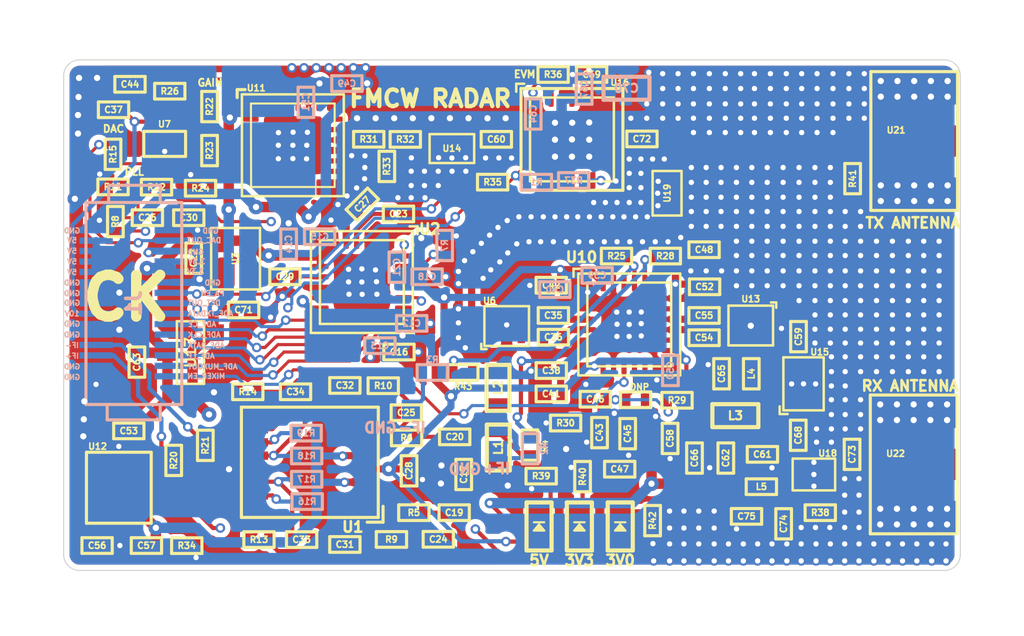
<source format=kicad_pcb>
(kicad_pcb (version 20171130) (host pcbnew "(5.1.4-0-10_14)")
  (layers (0 F.Cu signal) (1 In1.Cu signal) (2 In2.Cu signal) (31 B.Cu signal) (34 B.Paste user) (35 F.Paste user) (36 B.SilkS user) (37 F.SilkS user) (38 B.Mask user) (39 F.Mask user) (44 Edge.Cuts user))
  (net 0 "")
  (net 1 +3V3)
  (net 2 GND)
  (net 3 "Net-(C17-Pad2)")
  (net 4 "Net-(C17-Pad1)")
  (net 5 +5V)
  (net 6 "Net-(C19-Pad1)")
  (net 7 "Net-(C20-Pad1)")
  (net 8 "Net-(C23-Pad1)")
  (net 9 "Net-(C24-Pad2)")
  (net 10 "Net-(C24-Pad1)")
  (net 11 "Net-(C25-Pad2)")
  (net 12 "Net-(C25-Pad1)")
  (net 13 "Net-(C26-Pad2)")
  (net 14 "Net-(C26-Pad1)")
  (net 15 "Net-(C27-Pad2)")
  (net 16 "Net-(C27-Pad1)")
  (net 17 "Net-(C29-Pad2)")
  (net 18 25MHz)
  (net 19 "Net-(C31-Pad1)")
  (net 20 "Net-(C32-Pad1)")
  (net 21 "Net-(C33-Pad1)")
  (net 22 "Net-(C34-Pad1)")
  (net 23 "Net-(C35-Pad2)")
  (net 24 "Net-(C35-Pad1)")
  (net 25 "Net-(C36-Pad1)")
  (net 26 "Net-(C36-Pad2)")
  (net 27 +10V)
  (net 28 "Net-(C43-Pad2)")
  (net 29 "Net-(C44-Pad1)")
  (net 30 "Net-(C45-Pad2)")
  (net 31 +3V0)
  (net 32 RFIN)
  (net 33 "Net-(C54-Pad1)")
  (net 34 "Net-(C55-Pad1)")
  (net 35 RFIP)
  (net 36 "Net-(C56-Pad1)")
  (net 37 +2V5)
  (net 38 "Net-(C59-Pad1)")
  (net 39 "Net-(C59-Pad2)")
  (net 40 "Net-(C60-Pad2)")
  (net 41 "Net-(C60-Pad1)")
  (net 42 "Net-(C61-Pad1)")
  (net 43 "Net-(C64-Pad1)")
  (net 44 "Net-(C68-Pad1)")
  (net 45 "Net-(C68-Pad2)")
  (net 46 "Net-(C72-Pad1)")
  (net 47 "Net-(C72-Pad2)")
  (net 48 "Net-(C73-Pad1)")
  (net 49 "Net-(D1-Pad1)")
  (net 50 "Net-(D2-Pad1)")
  (net 51 "Net-(D3-Pad1)")
  (net 52 DAC_OUT1)
  (net 53 MIXER_ENB)
  (net 54 PA_EN)
  (net 55 ADF_MUXOUT)
  (net 56 IFP_Filtered)
  (net 57 ADF_LE)
  (net 58 IFN_Filtered)
  (net 59 ADF_DATA)
  (net 60 ADF_CLK)
  (net 61 ADF_CE)
  (net 62 ADF_TXDATA)
  (net 63 IF+)
  (net 64 IF-)
  (net 65 "Net-(L5-Pad1)")
  (net 66 "Net-(R7-Pad1)")
  (net 67 "Net-(R8-Pad1)")
  (net 68 "Net-(R12-Pad2)")
  (net 69 "Net-(R16-Pad1)")
  (net 70 "Net-(R19-Pad1)")
  (net 71 "Net-(R22-Pad1)")
  (net 72 "Net-(R22-Pad2)")
  (net 73 "Net-(R23-Pad2)")
  (net 74 "Net-(R31-Pad1)")
  (net 75 "Net-(R31-Pad2)")
  (net 76 "Net-(R32-Pad1)")
  (net 77 "Net-(R38-Pad2)")
  (net 78 "Net-(R41-Pad1)")
  (net 79 "Net-(U2-Pad21)")
  (net 80 "Net-(U6-Pad6)")
  (net 81 MIXER_LO)
  (net 82 "Net-(U10-Pad22)")
  (net 83 "Net-(U13-Pad6)")
  (net 84 "Net-(U19-Pad1)")
  (net 85 "Net-(U20-Pad2)")
  (net 86 "Net-(U4-Pad1)")
  (net 87 "Net-(U5-Pad2)")
  (net 88 "Net-(U5-Pad1)")
  (net 89 "Net-(U19-Pad2)")
  (net 90 "Net-(U13-Pad1)")
  (net 91 DET_OUT)
  (net 92 "Net-(R1-Pad1)")
  (net 93 "Net-(R2-Pad2)")
  (net 94 "Net-(R3-Pad1)")
  (net 95 "Net-(L1-Pad1)")
  (net 96 "Net-(L2-Pad1)")
  (module Footprints:SolderPad_1_1.5mm_SMD_Rectangle (layer B.Cu) (at 146.85518 95.56496)
    (fp_text reference GND (at -0.00508 0.86614) (layer B.SilkS) (effects (font (size 0.5 0.5) (thickness 0.125)) (justify mirror)))
    (fp_text value GND)
    (pad 1 smd rect (at -0.00508 0.01524) (size 1 1) (layers B.Cu B.Paste B.Mask) (net 2 GND))
  )
  (module Footprints:SolderPad_1_1.5mm_SMD_Rectangle (layer B.Cu) (at 150.9014 97.54616)
    (fp_text reference GND (at 0 0.86614) (layer B.SilkS) (effects (font (size 0.5 0.5) (thickness 0.125)) (justify mirror)))
    (fp_text value GND)
    (pad 1 smd rect (at -0.00508 0.01524) (size 1 1) (layers B.Cu B.Paste B.Mask) (net 2 GND))
  )
  (module Footprints:SolderPad_1_1.5mm_SMD_Rectangle (layer B.Cu) (at 152.4254 97.5614)
    (fp_text reference IF+ (at -0.0127 0.8255) (layer B.SilkS) (effects (font (size 0.5 0.5) (thickness 0.125)) (justify mirror)))
    (fp_text value IF+_PAD)
    (pad 1 smd rect (at 0 0) (size 1 1) (layers B.Cu B.Paste B.Mask) (net 93 "Net-(R2-Pad2)"))
  )
  (module Footprints:SolderPad_1_1.5mm_SMD_Rectangle (layer B.Cu) (at 148.3741 95.5802)
    (fp_text reference IF- (at 0 0.8509) (layer B.SilkS) (effects (font (size 0.5 0.5) (thickness 0.125)) (justify mirror)))
    (fp_text value IF-_PAD)
    (pad 1 smd rect (at 0 0) (size 1 1) (layers B.Cu B.Paste B.Mask) (net 94 "Net-(R3-Pad1)"))
  )
  (module Footprints:SMD_0402 (layer B.Cu) (at 154.0256 97.4344 270)
    (fp_text reference R2 (at 0 -0.6731 90) (layer B.SilkS) (effects (font (size 0.3 0.3) (thickness 0.075)) (justify mirror)))
    (fp_text value DNP)
    (pad 1 smd rect (at -0.45 0 270) (size 0.4 0.6) (layers B.Cu B.Paste B.Mask) (net 63 IF+))
    (pad 2 smd rect (at 0.45 0 270) (size 0.4 0.6) (layers B.Cu B.Paste B.Mask) (net 93 "Net-(R2-Pad2)"))
  )
  (module Footprints:SMD_0402 (layer F.Cu) (at 169.46118 84.4931 270)
    (fp_text reference R41 (at 0 0 270) (layer F.SilkS) (effects (font (size 0.3 0.3) (thickness 0.075))))
    (fp_text value 50)
    (pad 1 smd rect (at -0.45 0 270) (size 0.4 0.6) (layers F.Cu F.Paste F.Mask) (net 78 "Net-(R41-Pad1)"))
    (pad 2 smd rect (at 0.45 0 270) (size 0.4 0.6) (layers F.Cu F.Paste F.Mask) (net 2 GND))
  )
  (module Footprints:LFCSP24_4x4mm_P0.5mm_1EXP_2.5x2.5mm (layer F.Cu) (at 145.96618 89.4461 270)
    (fp_text reference U2 (at -2.54 -3.2512 180) (layer F.SilkS) (effects (font (size 0.5 0.5) (thickness 0.125))))
    (fp_text value ADF4158)
    (pad 24 smd roundrect (at -1.25 -1.9883 270) (size 0.25 0.8) (layers F.Cu F.Paste F.Mask) (net 14 "Net-(C26-Pad1)"))
    (pad 23 smd roundrect (at -0.75 -1.9883 270) (size 0.25 0.8) (layers F.Cu F.Paste F.Mask) (net 66 "Net-(R7-Pad1)"))
    (pad 22 smd roundrect (at -0.25 -1.9883 270) (size 0.25 0.8) (layers F.Cu F.Paste F.Mask) (net 5 +5V))
    (pad 21 smd roundrect (at 0.25 -1.9883 270) (size 0.25 0.8) (layers F.Cu F.Paste F.Mask) (net 79 "Net-(U2-Pad21)"))
    (pad 20 smd roundrect (at 0.75 -1.9883 270) (size 0.25 0.8) (layers F.Cu F.Paste F.Mask) (net 67 "Net-(R8-Pad1)"))
    (pad 19 smd roundrect (at 1.25 -1.9883 270) (size 0.25 0.8) (layers F.Cu F.Paste F.Mask) (net 1 +3V3))
    (pad 18 smd roundrect (at 1.9629 -1.25 270) (size 0.8 0.25) (layers F.Cu F.Paste F.Mask) (net 1 +3V3))
    (pad 17 smd roundrect (at 1.9629 -0.75 270) (size 0.8 0.25) (layers F.Cu F.Paste F.Mask) (net 55 ADF_MUXOUT))
    (pad 16 smd roundrect (at 1.9629 -0.25 270) (size 0.8 0.25) (layers F.Cu F.Paste F.Mask) (net 57 ADF_LE))
    (pad 15 smd roundrect (at 1.9629 0.25 270) (size 0.8 0.25) (layers F.Cu F.Paste F.Mask) (net 59 ADF_DATA))
    (pad 14 smd roundrect (at 1.9629 0.75 270) (size 0.8 0.25) (layers F.Cu F.Paste F.Mask) (net 60 ADF_CLK))
    (pad 13 smd roundrect (at 1.9629 1.25 270) (size 0.8 0.25) (layers F.Cu F.Paste F.Mask) (net 61 ADF_CE))
    (pad 12 smd roundrect (at 1.25 1.9883 270) (size 0.25 0.8) (layers F.Cu F.Paste F.Mask) (net 62 ADF_TXDATA))
    (pad 11 smd roundrect (at 0.75 1.9883 270) (size 0.25 0.8) (layers F.Cu F.Paste F.Mask) (net 2 GND))
    (pad 10 smd roundrect (at 0.25 1.9883 270) (size 0.25 0.8) (layers F.Cu F.Paste F.Mask) (net 2 GND))
    (pad 9 smd roundrect (at -0.25 1.9883 270) (size 0.25 0.8) (layers F.Cu F.Paste F.Mask) (net 18 25MHz))
    (pad 8 smd roundrect (at -0.75 1.9883 270) (size 0.25 0.8) (layers F.Cu F.Paste F.Mask) (net 1 +3V3))
    (pad 7 smd roundrect (at -1.25 1.9883 270) (size 0.25 0.8) (layers F.Cu F.Paste F.Mask) (net 1 +3V3))
    (pad 6 smd roundrect (at -1.9883 1.25 270) (size 0.8 0.25) (layers F.Cu F.Paste F.Mask) (net 1 +3V3))
    (pad 5 smd roundrect (at -1.9883 0.75 270) (size 0.8 0.25) (layers F.Cu F.Paste F.Mask) (net 16 "Net-(C27-Pad1)"))
    (pad 4 smd roundrect (at -1.9883 0.25 270) (size 0.8 0.25) (layers F.Cu F.Paste F.Mask) (net 8 "Net-(C23-Pad1)"))
    (pad 3 smd roundrect (at -1.9883 -0.25 270) (size 0.8 0.25) (layers F.Cu F.Paste F.Mask) (net 2 GND))
    (pad 2 smd roundrect (at -1.9883 -0.75 270) (size 0.8 0.25) (layers F.Cu F.Paste F.Mask) (net 2 GND))
    (pad 1 smd roundrect (at -1.9883 -1.25 270) (size 0.8 0.25) (layers F.Cu F.Paste F.Mask) (net 2 GND))
    (pad 25 smd roundrect (at 0 0 270) (size 2.5 2.5) (layers F.Cu F.Mask) (roundrect_rratio 0.1) (net 2 GND))
  )
  (module Footprints:Mitered_Bend_0.34mm_90 (layer F.Cu) (at 151.30526 91.97594)
    (fp_text reference U4 hide)
    (fp_text value MITERED_BEND hide)
    (fp_poly (pts (xy -0.254 -0.1905) (xy 0.086 -0.1905) (xy 0.086 -0.0205) (xy 0.256 -0.0205) (xy 0.255999 0.3195) (xy 0.1268 0.3195) (xy -0.254 -0.061301) (xy -0.254 -0.1905)) (layer F.Cu) (width 0))
    (pad 1 smd rect (at -0.084 -0.2075) (size 0.34 0.034) (layers F.Cu) (net 86 "Net-(U4-Pad1)") (clearance 0.000001))
    (pad 2 smd rect (at 0.272999 0.1495) (size 0.034 0.34) (layers F.Cu) (net 81 MIXER_LO) (clearance 0.000001))
  )
  (module Footprints:Mitered_Bend_0.34mm_90 (layer F.Cu) (at 160.87598 86.87054 90)
    (fp_text reference U9 hide)
    (fp_text value MITERED_BEND hide)
    (fp_poly (pts (xy -0.254 -0.1905) (xy 0.086 -0.1905) (xy 0.086 -0.0205) (xy 0.256 -0.0205) (xy 0.255999 0.3195) (xy 0.1268 0.3195) (xy -0.254 -0.061301) (xy -0.254 -0.1905)) (layer F.Cu) (width 0))
    (pad 1 smd rect (at -0.084 -0.2075 90) (size 0.34 0.034) (layers F.Cu) (net 88 "Net-(U5-Pad1)") (clearance 0.000001))
    (pad 2 smd rect (at 0.272999 0.1495 90) (size 0.034 0.34) (layers F.Cu) (net 89 "Net-(U19-Pad2)") (clearance 0.000001))
  )
  (module Footprints:Mitered_Bend_0.34mm_45 (layer F.Cu) (at 153.21026 87.03818 180)
    (fp_text reference U5 hide)
    (fp_text value MITERED_BEND hide)
    (fp_poly (pts (xy -0.1905 0.254) (xy -0.1905 -0.086) (xy -0.0205 -0.086) (xy 0.099708 -0.206208) (xy 0.340124 0.034209) (xy 0.249532 0.124801) (xy -0.062384 0.254) (xy -0.1905 0.254)) (layer F.Cu) (width 0))
    (pad 1 smd rect (at -0.2075 0.084 270) (size 0.34 0.1) (layers F.Cu) (net 88 "Net-(U5-Pad1)") (clearance 0.000001))
    (pad 2 smd rect (at 0.231937 -0.09802 225) (size 0.1 0.34) (layers F.Cu) (net 87 "Net-(U5-Pad2)") (clearance 0.000001))
  )
  (module Footprints:Mitered_Bend_0.34mm_45_Mirrored (layer F.Cu) (at 151.30376 88.946517 270)
    (fp_text reference U8 hide)
    (fp_text value MITERED_BEND hide)
    (fp_poly (pts (xy 0.1905 0.254) (xy 0.1905 -0.086) (xy 0.0205 -0.086) (xy -0.099708 -0.206208) (xy -0.340124 0.034209) (xy -0.249532 0.124801) (xy 0.062384 0.254) (xy 0.1905 0.254)) (layer F.Cu) (width 0))
    (pad 2 smd rect (at -0.231937 -0.09802 225) (size 0.1 0.34) (layers F.Cu) (net 87 "Net-(U5-Pad2)") (clearance 0.000001))
    (pad 1 smd rect (at 0.2075 0.084 180) (size 0.34 0.1) (layers F.Cu) (net 86 "Net-(U4-Pad1)") (clearance 0.000001))
  )
  (module Footprints:LFCSP24_4x4mm_P0.5mm_1EXP_2.5x2.5mm (layer F.Cu) (at 158.76778 91.4781)
    (fp_text reference U10 (at -2.286 -3.2258 180) (layer F.SilkS) (effects (font (size 0.5 0.5) (thickness 0.125))))
    (fp_text value ADL5801)
    (pad 24 smd roundrect (at -1.25 -1.9883) (size 0.25 0.8) (layers F.Cu F.Paste F.Mask) (net 5 +5V))
    (pad 23 smd roundrect (at -0.75 -1.9883) (size 0.25 0.8) (layers F.Cu F.Paste F.Mask) (net 2 GND))
    (pad 22 smd roundrect (at -0.25 -1.9883) (size 0.25 0.8) (layers F.Cu F.Paste F.Mask) (net 82 "Net-(U10-Pad22)"))
    (pad 21 smd roundrect (at 0.25 -1.9883) (size 0.25 0.8) (layers F.Cu F.Paste F.Mask) (net 64 IF-))
    (pad 20 smd roundrect (at 0.75 -1.9883) (size 0.25 0.8) (layers F.Cu F.Paste F.Mask) (net 63 IF+))
    (pad 19 smd roundrect (at 1.25 -1.9883) (size 0.25 0.8) (layers F.Cu F.Paste F.Mask) (net 2 GND))
    (pad 18 smd roundrect (at 1.9629 -1.25) (size 0.8 0.25) (layers F.Cu F.Paste F.Mask) (net 5 +5V))
    (pad 17 smd roundrect (at 1.9629 -0.75) (size 0.8 0.25) (layers F.Cu F.Paste F.Mask) (net 2 GND))
    (pad 16 smd roundrect (at 1.9629 -0.25) (size 0.8 0.25) (layers F.Cu F.Paste F.Mask) (net 35 RFIP))
    (pad 15 smd roundrect (at 1.9629 0.25) (size 0.8 0.25) (layers F.Cu F.Paste F.Mask) (net 32 RFIN))
    (pad 14 smd roundrect (at 1.9629 0.75) (size 0.8 0.25) (layers F.Cu F.Paste F.Mask) (net 2 GND))
    (pad 13 smd roundrect (at 1.9629 1.25) (size 0.8 0.25) (layers F.Cu F.Paste F.Mask) (net 5 +5V))
    (pad 12 smd roundrect (at 1.25 1.9883) (size 0.25 0.8) (layers F.Cu F.Paste F.Mask) (net 2 GND))
    (pad 11 smd roundrect (at 0.75 1.9883) (size 0.25 0.8) (layers F.Cu F.Paste F.Mask) (net 30 "Net-(C45-Pad2)"))
    (pad 10 smd roundrect (at 0.25 1.9883) (size 0.25 0.8) (layers F.Cu F.Paste F.Mask) (net 28 "Net-(C43-Pad2)"))
    (pad 9 smd roundrect (at -0.25 1.9883) (size 0.25 0.8) (layers F.Cu F.Paste F.Mask) (net 53 MIXER_ENB))
    (pad 8 smd roundrect (at -0.75 1.9883) (size 0.25 0.8) (layers F.Cu F.Paste F.Mask) (net 2 GND))
    (pad 7 smd roundrect (at -1.25 1.9883) (size 0.25 0.8) (layers F.Cu F.Paste F.Mask) (net 5 +5V))
    (pad 6 smd roundrect (at -1.9883 1.25) (size 0.8 0.25) (layers F.Cu F.Paste F.Mask) (net 2 GND))
    (pad 5 smd roundrect (at -1.9883 0.75) (size 0.8 0.25) (layers F.Cu F.Paste F.Mask) (net 2 GND))
    (pad 4 smd roundrect (at -1.9883 0.25) (size 0.8 0.25) (layers F.Cu F.Paste F.Mask) (net 25 "Net-(C36-Pad1)"))
    (pad 3 smd roundrect (at -1.9883 -0.25) (size 0.8 0.25) (layers F.Cu F.Paste F.Mask) (net 24 "Net-(C35-Pad1)"))
    (pad 2 smd roundrect (at -1.9883 -0.75) (size 0.8 0.25) (layers F.Cu F.Paste F.Mask) (net 2 GND))
    (pad 1 smd roundrect (at -1.9883 -1.25) (size 0.8 0.25) (layers F.Cu F.Paste F.Mask) (net 2 GND))
    (pad 25 smd roundrect (at 0 0) (size 2.5 2.5) (layers F.Cu F.Mask) (roundrect_rratio 0.1) (net 2 GND))
  )
  (module Footprints:SMD_0402 (layer B.Cu) (at 148.35378 91.4273)
    (fp_text reference C12 (at 0 0 180) (layer B.SilkS) (effects (font (size 0.3 0.3) (thickness 0.075)) (justify mirror)))
    (fp_text value 100nF)
    (pad 1 smd rect (at -0.45 0) (size 0.4 0.6) (layers B.Cu B.Paste B.Mask) (net 1 +3V3))
    (pad 2 smd rect (at 0.45 0) (size 0.4 0.6) (layers B.Cu B.Paste B.Mask) (net 2 GND))
  )
  (module Footprints:SMD_0402 (layer B.Cu) (at 146.82978 92.4941 180)
    (fp_text reference C13 (at 0 0 180) (layer B.SilkS) (effects (font (size 0.3 0.3) (thickness 0.075)) (justify mirror)))
    (fp_text value 100nF)
    (pad 1 smd rect (at -0.45 0 180) (size 0.4 0.6) (layers B.Cu B.Paste B.Mask) (net 1 +3V3))
    (pad 2 smd rect (at 0.45 0 180) (size 0.4 0.6) (layers B.Cu B.Paste B.Mask) (net 2 GND))
  )
  (module Footprints:SMD_0402 (layer B.Cu) (at 142.46098 87.63 90)
    (fp_text reference C14 (at 0 0 90) (layer B.SilkS) (effects (font (size 0.3 0.3) (thickness 0.075)) (justify mirror)))
    (fp_text value 100nF)
    (pad 1 smd rect (at -0.45 0 90) (size 0.4 0.6) (layers B.Cu B.Paste B.Mask) (net 1 +3V3))
    (pad 2 smd rect (at 0.45 0 90) (size 0.4 0.6) (layers B.Cu B.Paste B.Mask) (net 2 GND))
  )
  (module Footprints:SMD_0402 (layer B.Cu) (at 143.94688 87.2744 180)
    (fp_text reference C15 (at 0 0) (layer B.SilkS) (effects (font (size 0.3 0.3) (thickness 0.075)) (justify mirror)))
    (fp_text value 18pF)
    (pad 1 smd rect (at -0.45 0 180) (size 0.4 0.6) (layers B.Cu B.Paste B.Mask) (net 1 +3V3))
    (pad 2 smd rect (at 0.45 0 180) (size 0.4 0.6) (layers B.Cu B.Paste B.Mask) (net 2 GND))
  )
  (module Footprints:SMD_0402 (layer F.Cu) (at 147.74418 92.7989)
    (fp_text reference C16 (at 0 0) (layer F.SilkS) (effects (font (size 0.3 0.3) (thickness 0.075))))
    (fp_text value 18pF)
    (pad 2 smd rect (at 0.45 0) (size 0.4 0.6) (layers F.Cu F.Paste F.Mask) (net 2 GND))
    (pad 1 smd rect (at -0.45 0) (size 0.4 0.6) (layers F.Cu F.Paste F.Mask) (net 1 +3V3))
  )
  (module Footprints:SMD_0402 (layer F.Cu) (at 150.84298 98.6663 90)
    (fp_text reference C17 (at 0 0 90) (layer F.SilkS) (effects (font (size 0.3 0.3) (thickness 0.075))))
    (fp_text value 2.2nF)
    (pad 2 smd rect (at 0.45 0 90) (size 0.4 0.6) (layers F.Cu F.Paste F.Mask) (net 3 "Net-(C17-Pad2)"))
    (pad 1 smd rect (at -0.45 0 90) (size 0.4 0.6) (layers F.Cu F.Paste F.Mask) (net 4 "Net-(C17-Pad1)"))
  )
  (module Footprints:SMD_0402 (layer B.Cu) (at 149.09038 89.1921)
    (fp_text reference C18 (at 0 0) (layer B.SilkS) (effects (font (size 0.3 0.3) (thickness 0.075)) (justify mirror)))
    (fp_text value 18pF)
    (pad 2 smd rect (at 0.45 0) (size 0.4 0.6) (layers B.Cu B.Paste B.Mask) (net 2 GND))
    (pad 1 smd rect (at -0.45 0) (size 0.4 0.6) (layers B.Cu B.Paste B.Mask) (net 5 +5V))
  )
  (module Footprints:SMD_0402 (layer F.Cu) (at 150.38578 100.4951)
    (fp_text reference C19 (at 0 0) (layer F.SilkS) (effects (font (size 0.3 0.3) (thickness 0.075))))
    (fp_text value 330nF)
    (pad 2 smd rect (at 0.45 0) (size 0.4 0.6) (layers F.Cu F.Paste F.Mask) (net 4 "Net-(C17-Pad1)"))
    (pad 1 smd rect (at -0.45 0) (size 0.4 0.6) (layers F.Cu F.Paste F.Mask) (net 6 "Net-(C19-Pad1)"))
  )
  (module Footprints:SMD_0402 (layer F.Cu) (at 150.41118 96.8629)
    (fp_text reference C20 (at 0 0) (layer F.SilkS) (effects (font (size 0.3 0.3) (thickness 0.075))))
    (fp_text value 330nF)
    (pad 1 smd rect (at -0.45 0) (size 0.4 0.6) (layers F.Cu F.Paste F.Mask) (net 7 "Net-(C20-Pad1)"))
    (pad 2 smd rect (at 0.45 0) (size 0.4 0.6) (layers F.Cu F.Paste F.Mask) (net 3 "Net-(C17-Pad2)"))
  )
  (module Footprints:SMD_0402 (layer B.Cu) (at 147.64258 88.7349 90)
    (fp_text reference C21 (at 0 0 90) (layer B.SilkS) (effects (font (size 0.3 0.3) (thickness 0.075)) (justify mirror)))
    (fp_text value 100nF)
    (pad 1 smd rect (at -0.45 0 90) (size 0.4 0.6) (layers B.Cu B.Paste B.Mask) (net 5 +5V))
    (pad 2 smd rect (at 0.45 0 90) (size 0.4 0.6) (layers B.Cu B.Paste B.Mask) (net 2 GND))
  )
  (module Footprints:SMD_0402 (layer F.Cu) (at 137.91438 88.3031 270)
    (fp_text reference C22 (at 0 0 90) (layer F.SilkS) (effects (font (size 0.3 0.3) (thickness 0.075))))
    (fp_text value 100nF)
    (pad 1 smd rect (at -0.45 0 270) (size 0.4 0.6) (layers F.Cu F.Paste F.Mask) (net 1 +3V3))
    (pad 2 smd rect (at 0.45 0 270) (size 0.4 0.6) (layers F.Cu F.Paste F.Mask) (net 2 GND))
  )
  (module Footprints:SMD_0402 (layer F.Cu) (at 147.71878 86.1822)
    (fp_text reference C23 (at 0 0) (layer F.SilkS) (effects (font (size 0.3 0.3) (thickness 0.075))))
    (fp_text value 100pF)
    (pad 1 smd rect (at -0.45 0) (size 0.4 0.6) (layers F.Cu F.Paste F.Mask) (net 8 "Net-(C23-Pad1)"))
    (pad 2 smd rect (at 0.45 0) (size 0.4 0.6) (layers F.Cu F.Paste F.Mask) (net 2 GND))
  )
  (module Footprints:SMD_0402 (layer F.Cu) (at 149.62632 101.77272 180)
    (fp_text reference C24 (at 0 0) (layer F.SilkS) (effects (font (size 0.3 0.3) (thickness 0.075))))
    (fp_text value 10pF)
    (pad 2 smd rect (at 0.45 0 180) (size 0.4 0.6) (layers F.Cu F.Paste F.Mask) (net 9 "Net-(C24-Pad2)"))
    (pad 1 smd rect (at -0.45 0 180) (size 0.4 0.6) (layers F.Cu F.Paste F.Mask) (net 10 "Net-(C24-Pad1)"))
  )
  (module Footprints:SMD_0402 (layer F.Cu) (at 148.0947 95.7072)
    (fp_text reference C25 (at 0 0) (layer F.SilkS) (effects (font (size 0.3 0.3) (thickness 0.075))))
    (fp_text value 10pF)
    (pad 2 smd rect (at 0.45 0) (size 0.4 0.6) (layers F.Cu F.Paste F.Mask) (net 11 "Net-(C25-Pad2)"))
    (pad 1 smd rect (at -0.45 0) (size 0.4 0.6) (layers F.Cu F.Paste F.Mask) (net 12 "Net-(C25-Pad1)"))
  )
  (module Footprints:SMD_0402 (layer F.Cu) (at 135.6995 86.36254 180)
    (fp_text reference C26 (at 0 0) (layer F.SilkS) (effects (font (size 0.3 0.3) (thickness 0.075))))
    (fp_text value 330nF)
    (pad 2 smd rect (at 0.45 0 180) (size 0.4 0.6) (layers F.Cu F.Paste F.Mask) (net 13 "Net-(C26-Pad2)"))
    (pad 1 smd rect (at -0.45 0 180) (size 0.4 0.6) (layers F.Cu F.Paste F.Mask) (net 14 "Net-(C26-Pad1)"))
  )
  (module Footprints:SMD_0402 (layer F.Cu) (at 145.99158 85.725 45)
    (fp_text reference C27 (at 0 0 45) (layer F.SilkS) (effects (font (size 0.3 0.3) (thickness 0.075))))
    (fp_text value 2pF)
    (pad 2 smd rect (at 0.45 0 45) (size 0.4 0.6) (layers F.Cu F.Paste F.Mask) (net 15 "Net-(C27-Pad2)"))
    (pad 1 smd rect (at -0.45 0 45) (size 0.4 0.6) (layers F.Cu F.Paste F.Mask) (net 16 "Net-(C27-Pad1)"))
  )
  (module Footprints:SMD_0402 (layer F.Cu) (at 148.22678 98.4885 90)
    (fp_text reference C28 (at 0 0 90) (layer F.SilkS) (effects (font (size 0.3 0.3) (thickness 0.075))))
    (fp_text value 100nF)
    (pad 2 smd rect (at 0.45 0 90) (size 0.4 0.6) (layers F.Cu F.Paste F.Mask) (net 5 +5V))
    (pad 1 smd rect (at -0.45 0 90) (size 0.4 0.6) (layers F.Cu F.Paste F.Mask) (net 2 GND))
  )
  (module Footprints:SMD_0402 (layer F.Cu) (at 142.28318 89.1921 180)
    (fp_text reference C29 (at 0 0) (layer F.SilkS) (effects (font (size 0.3 0.3) (thickness 0.075))))
    (fp_text value 470pF)
    (pad 2 smd rect (at 0.45 0 180) (size 0.4 0.6) (layers F.Cu F.Paste F.Mask) (net 17 "Net-(C29-Pad2)"))
    (pad 1 smd rect (at -0.45 0 180) (size 0.4 0.6) (layers F.Cu F.Paste F.Mask) (net 18 25MHz))
  )
  (module Footprints:SMD_0402 (layer F.Cu) (at 137.6807 86.36254)
    (fp_text reference C30 (at 0 0) (layer F.SilkS) (effects (font (size 0.3 0.3) (thickness 0.075))))
    (fp_text value 10nF)
    (pad 2 smd rect (at 0.45 0) (size 0.4 0.6) (layers F.Cu F.Paste F.Mask) (net 2 GND))
    (pad 1 smd rect (at -0.45 0) (size 0.4 0.6) (layers F.Cu F.Paste F.Mask) (net 14 "Net-(C26-Pad1)"))
  )
  (module Footprints:SMD_0402 (layer F.Cu) (at 145.15338 102.0191)
    (fp_text reference C31 (at 0 0) (layer F.SilkS) (effects (font (size 0.3 0.3) (thickness 0.075))))
    (fp_text value 470pF)
    (pad 1 smd rect (at -0.45 0) (size 0.4 0.6) (layers F.Cu F.Paste F.Mask) (net 19 "Net-(C31-Pad1)"))
    (pad 2 smd rect (at 0.45 0) (size 0.4 0.6) (layers F.Cu F.Paste F.Mask) (net 10 "Net-(C24-Pad1)"))
  )
  (module Footprints:SMD_0402 (layer F.Cu) (at 145.15338 94.3991)
    (fp_text reference C32 (at 0 0) (layer F.SilkS) (effects (font (size 0.3 0.3) (thickness 0.075))))
    (fp_text value 470pF)
    (pad 2 smd rect (at 0.45 0) (size 0.4 0.6) (layers F.Cu F.Paste F.Mask) (net 12 "Net-(C25-Pad1)"))
    (pad 1 smd rect (at -0.45 0) (size 0.4 0.6) (layers F.Cu F.Paste F.Mask) (net 20 "Net-(C32-Pad1)"))
  )
  (module Footprints:SMD_0402 (layer F.Cu) (at 143.08328 101.78542)
    (fp_text reference C33 (at 0 0) (layer F.SilkS) (effects (font (size 0.3 0.3) (thickness 0.075))))
    (fp_text value 470pF)
    (pad 2 smd rect (at 0.45 0) (size 0.4 0.6) (layers F.Cu F.Paste F.Mask) (net 19 "Net-(C31-Pad1)"))
    (pad 1 smd rect (at -0.45 0) (size 0.4 0.6) (layers F.Cu F.Paste F.Mask) (net 21 "Net-(C33-Pad1)"))
  )
  (module Footprints:SMD_0402 (layer F.Cu) (at 142.79118 94.7039 180)
    (fp_text reference C34 (at 0 0) (layer F.SilkS) (effects (font (size 0.3 0.3) (thickness 0.075))))
    (fp_text value 470pF)
    (pad 1 smd rect (at -0.45 0 180) (size 0.4 0.6) (layers F.Cu F.Paste F.Mask) (net 22 "Net-(C34-Pad1)"))
    (pad 2 smd rect (at 0.45 0 180) (size 0.4 0.6) (layers F.Cu F.Paste F.Mask) (net 20 "Net-(C32-Pad1)"))
  )
  (module Footprints:SMD_0402 (layer F.Cu) (at 155.13558 91.0463 180)
    (fp_text reference C35 (at 0 0) (layer F.SilkS) (effects (font (size 0.3 0.3) (thickness 0.075))))
    (fp_text value 10pF)
    (pad 2 smd rect (at 0.45 0 180) (size 0.4 0.6) (layers F.Cu F.Paste F.Mask) (net 23 "Net-(C35-Pad2)"))
    (pad 1 smd rect (at -0.45 0 180) (size 0.4 0.6) (layers F.Cu F.Paste F.Mask) (net 24 "Net-(C35-Pad1)"))
  )
  (module Footprints:SMD_0402 (layer F.Cu) (at 155.13558 92.0877 180)
    (fp_text reference C36 (at 0 0) (layer F.SilkS) (effects (font (size 0.3 0.3) (thickness 0.075))))
    (fp_text value 10pF)
    (pad 1 smd rect (at -0.45 0 180) (size 0.4 0.6) (layers F.Cu F.Paste F.Mask) (net 25 "Net-(C36-Pad1)"))
    (pad 2 smd rect (at 0.45 0 180) (size 0.4 0.6) (layers F.Cu F.Paste F.Mask) (net 26 "Net-(C36-Pad2)"))
  )
  (module Footprints:SMD_0402 (layer F.Cu) (at 134.07898 81.1911 180)
    (fp_text reference C37 (at 0 0) (layer F.SilkS) (effects (font (size 0.3 0.3) (thickness 0.075))))
    (fp_text value 100nF)
    (pad 1 smd rect (at -0.45 0 180) (size 0.4 0.6) (layers F.Cu F.Paste F.Mask) (net 27 +10V))
    (pad 2 smd rect (at 0.45 0 180) (size 0.4 0.6) (layers F.Cu F.Paste F.Mask) (net 2 GND))
  )
  (module Footprints:SMD_0402 (layer F.Cu) (at 155.03398 93.6879)
    (fp_text reference C38 (at 0 0) (layer F.SilkS) (effects (font (size 0.3 0.3) (thickness 0.075))))
    (fp_text value 100nF)
    (pad 2 smd rect (at 0.45 0) (size 0.4 0.6) (layers F.Cu F.Paste F.Mask) (net 5 +5V))
    (pad 1 smd rect (at -0.45 0) (size 0.4 0.6) (layers F.Cu F.Paste F.Mask) (net 2 GND))
  )
  (module Footprints:SMD_0402 (layer B.Cu) (at 157.22854 89.12606 180)
    (fp_text reference C39 (at 0 0) (layer B.SilkS) (effects (font (size 0.3 0.3) (thickness 0.075)) (justify mirror)))
    (fp_text value 100nF)
    (pad 1 smd rect (at -0.45 0 180) (size 0.4 0.6) (layers B.Cu B.Paste B.Mask) (net 2 GND))
    (pad 2 smd rect (at 0.45 0 180) (size 0.4 0.6) (layers B.Cu B.Paste B.Mask) (net 5 +5V))
  )
  (module Footprints:SMD_0402 (layer B.Cu) (at 155.2067 89.80678)
    (fp_text reference C40 (at 0 0) (layer B.SilkS) (effects (font (size 0.3 0.3) (thickness 0.075)) (justify mirror)))
    (fp_text value 100nF)
    (pad 2 smd rect (at 0.45 0) (size 0.4 0.6) (layers B.Cu B.Paste B.Mask) (net 5 +5V))
    (pad 1 smd rect (at -0.45 0) (size 0.4 0.6) (layers B.Cu B.Paste B.Mask) (net 2 GND))
  )
  (module Footprints:SMD_0402 (layer F.Cu) (at 155.03398 94.8055)
    (fp_text reference C41 (at 0 0) (layer F.SilkS) (effects (font (size 0.3 0.3) (thickness 0.075))))
    (fp_text value 100pF)
    (pad 1 smd rect (at -0.45 0) (size 0.4 0.6) (layers F.Cu F.Paste F.Mask) (net 2 GND))
    (pad 2 smd rect (at 0.45 0) (size 0.4 0.6) (layers F.Cu F.Paste F.Mask) (net 5 +5V))
  )
  (module Footprints:SMD_0402 (layer F.Cu) (at 155.03398 89.5985)
    (fp_text reference C42 (at 0 0) (layer F.SilkS) (effects (font (size 0.3 0.3) (thickness 0.075))))
    (fp_text value 100pF)
    (pad 2 smd rect (at 0.45 0) (size 0.4 0.6) (layers F.Cu F.Paste F.Mask) (net 5 +5V))
    (pad 1 smd rect (at -0.45 0) (size 0.4 0.6) (layers F.Cu F.Paste F.Mask) (net 2 GND))
  )
  (module Footprints:SMD_0402 (layer F.Cu) (at 157.34538 96.6597 90)
    (fp_text reference C43 (at 0 0 90) (layer F.SilkS) (effects (font (size 0.3 0.3) (thickness 0.075))))
    (fp_text value 100nF)
    (pad 2 smd rect (at 0.45 0 90) (size 0.4 0.6) (layers F.Cu F.Paste F.Mask) (net 28 "Net-(C43-Pad2)"))
    (pad 1 smd rect (at -0.45 0 90) (size 0.4 0.6) (layers F.Cu F.Paste F.Mask) (net 2 GND))
  )
  (module Footprints:SMD_0402 (layer F.Cu) (at 134.86638 79.9719 180)
    (fp_text reference C44 (at 0 0) (layer F.SilkS) (effects (font (size 0.3 0.3) (thickness 0.075))))
    (fp_text value 470pF)
    (pad 2 smd rect (at 0.45 0 180) (size 0.4 0.6) (layers F.Cu F.Paste F.Mask) (net 2 GND))
    (pad 1 smd rect (at -0.45 0 180) (size 0.4 0.6) (layers F.Cu F.Paste F.Mask) (net 29 "Net-(C44-Pad1)"))
  )
  (module Footprints:SMD_0402 (layer F.Cu) (at 158.69158 96.7105 90)
    (fp_text reference C45 (at 0 0 90) (layer F.SilkS) (effects (font (size 0.3 0.3) (thickness 0.075))))
    (fp_text value 100nF)
    (pad 2 smd rect (at 0.45 0 90) (size 0.4 0.6) (layers F.Cu F.Paste F.Mask) (net 30 "Net-(C45-Pad2)"))
    (pad 1 smd rect (at -0.45 0 90) (size 0.4 0.6) (layers F.Cu F.Paste F.Mask) (net 2 GND))
  )
  (module Footprints:SMD_0402 (layer F.Cu) (at 157.14218 95.0595)
    (fp_text reference C46 (at 0 0) (layer F.SilkS) (effects (font (size 0.3 0.3) (thickness 0.075))))
    (fp_text value 100nF)
    (pad 1 smd rect (at -0.45 0) (size 0.4 0.6) (layers F.Cu F.Paste F.Mask) (net 2 GND))
    (pad 2 smd rect (at 0.45 0) (size 0.4 0.6) (layers F.Cu F.Paste F.Mask) (net 28 "Net-(C43-Pad2)"))
  )
  (module Footprints:SMD_0402 (layer F.Cu) (at 158.31058 98.4123 180)
    (fp_text reference C47 (at 0 0) (layer F.SilkS) (effects (font (size 0.3 0.3) (thickness 0.075))))
    (fp_text value 100pF)
    (pad 1 smd rect (at -0.45 0 180) (size 0.4 0.6) (layers F.Cu F.Paste F.Mask) (net 2 GND))
    (pad 2 smd rect (at 0.45 0 180) (size 0.4 0.6) (layers F.Cu F.Paste F.Mask) (net 30 "Net-(C45-Pad2)"))
  )
  (module Footprints:SMD_0402 (layer F.Cu) (at 162.34918 87.8967 180)
    (fp_text reference C48 (at 0 0) (layer F.SilkS) (effects (font (size 0.3 0.3) (thickness 0.075))))
    (fp_text value 100nF)
    (pad 1 smd rect (at -0.45 0 180) (size 0.4 0.6) (layers F.Cu F.Paste F.Mask) (net 2 GND))
    (pad 2 smd rect (at 0.45 0 180) (size 0.4 0.6) (layers F.Cu F.Paste F.Mask) (net 5 +5V))
  )
  (module Footprints:SMD_0402 (layer B.Cu) (at 145.2499 79.93634)
    (fp_text reference C49 (at 0 0) (layer B.SilkS) (effects (font (size 0.3 0.3) (thickness 0.075)) (justify mirror)))
    (fp_text value 2.2uF)
    (pad 2 smd rect (at 0.45 0) (size 0.4 0.6) (layers B.Cu B.Paste B.Mask) (net 2 GND))
    (pad 1 smd rect (at -0.45 0) (size 0.4 0.6) (layers B.Cu B.Paste B.Mask) (net 31 +3V0))
  )
  (module Footprints:SMD_0402 (layer B.Cu) (at 160.73882 93.68282 90)
    (fp_text reference C50 (at 0 0 90) (layer B.SilkS) (effects (font (size 0.3 0.3) (thickness 0.075)) (justify mirror)))
    (fp_text value 100nF)
    (pad 1 smd rect (at -0.45 0 90) (size 0.4 0.6) (layers B.Cu B.Paste B.Mask) (net 2 GND))
    (pad 2 smd rect (at 0.45 0 90) (size 0.4 0.6) (layers B.Cu B.Paste B.Mask) (net 5 +5V))
  )
  (module Footprints:SMD_0402 (layer B.Cu) (at 143.28902 80.8355 270)
    (fp_text reference C51 (at 0 0 90) (layer B.SilkS) (effects (font (size 0.3 0.3) (thickness 0.075)) (justify mirror)))
    (fp_text value 100nF)
    (pad 1 smd rect (at -0.45 0 270) (size 0.4 0.6) (layers B.Cu B.Paste B.Mask) (net 31 +3V0))
    (pad 2 smd rect (at 0.45 0 270) (size 0.4 0.6) (layers B.Cu B.Paste B.Mask) (net 2 GND))
  )
  (module Footprints:SMD_0402 (layer F.Cu) (at 162.37458 89.6747)
    (fp_text reference C52 (at 0 0) (layer F.SilkS) (effects (font (size 0.3 0.3) (thickness 0.075))))
    (fp_text value 100nF)
    (pad 2 smd rect (at 0.45 0) (size 0.4 0.6) (layers F.Cu F.Paste F.Mask) (net 2 GND))
    (pad 1 smd rect (at -0.45 0) (size 0.4 0.6) (layers F.Cu F.Paste F.Mask) (net 5 +5V))
  )
  (module Footprints:SMD_0402 (layer F.Cu) (at 134.8105 96.57842 180)
    (fp_text reference C53 (at 0 0) (layer F.SilkS) (effects (font (size 0.3 0.3) (thickness 0.075))))
    (fp_text value 100nF)
    (pad 1 smd rect (at -0.45 0 180) (size 0.4 0.6) (layers F.Cu F.Paste F.Mask) (net 1 +3V3))
    (pad 2 smd rect (at 0.45 0 180) (size 0.4 0.6) (layers F.Cu F.Paste F.Mask) (net 2 GND))
  )
  (module Footprints:SMD_0402 (layer F.Cu) (at 162.34918 92.1131 180)
    (fp_text reference C54 (at 0 0) (layer F.SilkS) (effects (font (size 0.3 0.3) (thickness 0.075))))
    (fp_text value 10pF)
    (pad 2 smd rect (at 0.45 0 180) (size 0.4 0.6) (layers F.Cu F.Paste F.Mask) (net 32 RFIN))
    (pad 1 smd rect (at -0.45 0 180) (size 0.4 0.6) (layers F.Cu F.Paste F.Mask) (net 33 "Net-(C54-Pad1)"))
  )
  (module Footprints:SMD_0402 (layer F.Cu) (at 162.34918 91.0463 180)
    (fp_text reference C55 (at 0 0) (layer F.SilkS) (effects (font (size 0.3 0.3) (thickness 0.075))))
    (fp_text value 10pF)
    (pad 1 smd rect (at -0.45 0 180) (size 0.4 0.6) (layers F.Cu F.Paste F.Mask) (net 34 "Net-(C55-Pad1)"))
    (pad 2 smd rect (at 0.45 0 180) (size 0.4 0.6) (layers F.Cu F.Paste F.Mask) (net 35 RFIP))
  )
  (module Footprints:SMD_0402 (layer F.Cu) (at 133.29158 102.0699)
    (fp_text reference C56 (at 0 0) (layer F.SilkS) (effects (font (size 0.3 0.3) (thickness 0.075))))
    (fp_text value 10nF)
    (pad 2 smd rect (at 0.45 0) (size 0.4 0.6) (layers F.Cu F.Paste F.Mask) (net 2 GND))
    (pad 1 smd rect (at -0.45 0) (size 0.4 0.6) (layers F.Cu F.Paste F.Mask) (net 36 "Net-(C56-Pad1)"))
  )
  (module Footprints:SMD_0402 (layer F.Cu) (at 135.65378 102.0699 180)
    (fp_text reference C57 (at 0 0) (layer F.SilkS) (effects (font (size 0.3 0.3) (thickness 0.075))))
    (fp_text value 2.2uF)
    (pad 2 smd rect (at 0.45 0 180) (size 0.4 0.6) (layers F.Cu F.Paste F.Mask) (net 2 GND))
    (pad 1 smd rect (at -0.45 0 180) (size 0.4 0.6) (layers F.Cu F.Paste F.Mask) (net 37 +2V5))
  )
  (module Footprints:SMD_0402 (layer F.Cu) (at 160.72358 96.9391 270)
    (fp_text reference C58 (at 0 0 90) (layer F.SilkS) (effects (font (size 0.3 0.3) (thickness 0.075))))
    (fp_text value DNP)
    (pad 2 smd rect (at 0.45 0 270) (size 0.4 0.6) (layers F.Cu F.Paste F.Mask) (net 2 GND))
    (pad 1 smd rect (at -0.45 0 270) (size 0.4 0.6) (layers F.Cu F.Paste F.Mask) (net 31 +3V0))
  )
  (module Footprints:SMD_0402 (layer F.Cu) (at 166.87038 92.0623 90)
    (fp_text reference C59 (at 0 0 90) (layer F.SilkS) (effects (font (size 0.3 0.3) (thickness 0.075))))
    (fp_text value 18pF)
    (pad 1 smd rect (at -0.45 0 90) (size 0.4 0.6) (layers F.Cu F.Paste F.Mask) (net 38 "Net-(C59-Pad1)"))
    (pad 2 smd rect (at 0.45 0 90) (size 0.4 0.6) (layers F.Cu F.Paste F.Mask) (net 39 "Net-(C59-Pad2)"))
  )
  (module Footprints:SMD_0402 (layer F.Cu) (at 165.14318 97.7011)
    (fp_text reference C61 (at 0 0) (layer F.SilkS) (effects (font (size 0.3 0.3) (thickness 0.075))))
    (fp_text value 10nF)
    (pad 2 smd rect (at 0.45 0) (size 0.4 0.6) (layers F.Cu F.Paste F.Mask) (net 2 GND))
    (pad 1 smd rect (at -0.45 0) (size 0.4 0.6) (layers F.Cu F.Paste F.Mask) (net 42 "Net-(C61-Pad1)"))
  )
  (module Footprints:SMD_0402 (layer F.Cu) (at 163.39058 97.8789 270)
    (fp_text reference C62 (at 0 0 90) (layer F.SilkS) (effects (font (size 0.3 0.3) (thickness 0.075))))
    (fp_text value 10pF)
    (pad 1 smd rect (at -0.45 0 270) (size 0.4 0.6) (layers F.Cu F.Paste F.Mask) (net 42 "Net-(C61-Pad1)"))
    (pad 2 smd rect (at 0.45 0 270) (size 0.4 0.6) (layers F.Cu F.Paste F.Mask) (net 2 GND))
  )
  (module Footprints:SMD_0402 (layer F.Cu) (at 135.19658 93.2815 270)
    (fp_text reference C63 (at 0 0 90) (layer F.SilkS) (effects (font (size 0.3 0.3) (thickness 0.075))))
    (fp_text value 2.2uF)
    (pad 2 smd rect (at 0.45 0 270) (size 0.4 0.6) (layers F.Cu F.Paste F.Mask) (net 2 GND))
    (pad 1 smd rect (at -0.45 0 270) (size 0.4 0.6) (layers F.Cu F.Paste F.Mask) (net 1 +3V3))
  )
  (module Footprints:SMD_0402 (layer B.Cu) (at 154.17038 81.3943 270)
    (fp_text reference C64 (at 0 0 90) (layer B.SilkS) (effects (font (size 0.3 0.3) (thickness 0.075)) (justify mirror)))
    (fp_text value 100nF)
    (pad 2 smd rect (at 0.45 0 270) (size 0.4 0.6) (layers B.Cu B.Paste B.Mask) (net 2 GND))
    (pad 1 smd rect (at -0.45 0 270) (size 0.4 0.6) (layers B.Cu B.Paste B.Mask) (net 43 "Net-(C64-Pad1)"))
  )
  (module Footprints:SMD_0402 (layer F.Cu) (at 163.18738 93.8403 90)
    (fp_text reference C65 (at 0 0 90) (layer F.SilkS) (effects (font (size 0.3 0.3) (thickness 0.075))))
    (fp_text value 100pF)
    (pad 1 smd rect (at -0.45 0 90) (size 0.4 0.6) (layers F.Cu F.Paste F.Mask) (net 42 "Net-(C61-Pad1)"))
    (pad 2 smd rect (at 0.45 0 90) (size 0.4 0.6) (layers F.Cu F.Paste F.Mask) (net 2 GND))
  )
  (module Footprints:SMD_0402 (layer F.Cu) (at 161.89198 97.8789 270)
    (fp_text reference C66 (at 0 0 90) (layer F.SilkS) (effects (font (size 0.3 0.3) (thickness 0.075))))
    (fp_text value DNP)
    (pad 2 smd rect (at 0.45 0 270) (size 0.4 0.6) (layers F.Cu F.Paste F.Mask) (net 2 GND))
    (pad 1 smd rect (at -0.45 0 270) (size 0.4 0.6) (layers F.Cu F.Paste F.Mask) (net 42 "Net-(C61-Pad1)"))
  )
  (module Footprints:SMD_0402 (layer B.Cu) (at 156.60878 80.2005 90)
    (fp_text reference C67 (at 0 0 270) (layer B.SilkS) (effects (font (size 0.3 0.3) (thickness 0.075)) (justify mirror)))
    (fp_text value 100nF)
    (pad 1 smd rect (at -0.45 0 90) (size 0.4 0.6) (layers B.Cu B.Paste B.Mask) (net 2 GND))
    (pad 2 smd rect (at 0.45 0 90) (size 0.4 0.6) (layers B.Cu B.Paste B.Mask) (net 5 +5V))
  )
  (module Footprints:SMD_0402 (layer F.Cu) (at 166.85768 96.7867 90)
    (fp_text reference C68 (at 0 0 90) (layer F.SilkS) (effects (font (size 0.3 0.3) (thickness 0.075))))
    (fp_text value 18pF)
    (pad 1 smd rect (at -0.45 0 90) (size 0.4 0.6) (layers F.Cu F.Paste F.Mask) (net 44 "Net-(C68-Pad1)"))
    (pad 2 smd rect (at 0.45 0 90) (size 0.4 0.6) (layers F.Cu F.Paste F.Mask) (net 45 "Net-(C68-Pad2)"))
  )
  (module Footprints:SMD_0402 (layer F.Cu) (at 156.96438 79.502 180)
    (fp_text reference C69 (at 0 0 180) (layer F.SilkS) (effects (font (size 0.3 0.3) (thickness 0.075))))
    (fp_text value 100nF)
    (pad 2 smd rect (at 0.45 0 180) (size 0.4 0.6) (layers F.Cu F.Paste F.Mask) (net 5 +5V))
    (pad 1 smd rect (at -0.45 0 180) (size 0.4 0.6) (layers F.Cu F.Paste F.Mask) (net 2 GND))
  )
  (module Footprints:SMD_0402 (layer F.Cu) (at 140.30706 90.78214)
    (fp_text reference C71 (at 0 0) (layer F.SilkS) (effects (font (size 0.3 0.3) (thickness 0.075))))
    (fp_text value 2.2uF)
    (pad 1 smd rect (at -0.45 0) (size 0.4 0.6) (layers F.Cu F.Paste F.Mask) (net 31 +3V0))
    (pad 2 smd rect (at 0.45 0) (size 0.4 0.6) (layers F.Cu F.Paste F.Mask) (net 2 GND))
  )
  (module Footprints:SMD_0402 (layer F.Cu) (at 169.43578 97.7011 90)
    (fp_text reference C73 (at 0 0 90) (layer F.SilkS) (effects (font (size 0.3 0.3) (thickness 0.075))))
    (fp_text value 0.5pF)
    (pad 2 smd rect (at 0.45 0 90) (size 0.4 0.6) (layers F.Cu F.Paste F.Mask) (net 2 GND))
    (pad 1 smd rect (at -0.45 0 90) (size 0.4 0.6) (layers F.Cu F.Paste F.Mask) (net 48 "Net-(C73-Pad1)"))
  )
  (module Footprints:SMD_0402 (layer F.Cu) (at 166.15918 101.0285 270)
    (fp_text reference C74 (at 0 0 90) (layer F.SilkS) (effects (font (size 0.3 0.3) (thickness 0.075))))
    (fp_text value 100nF)
    (pad 1 smd rect (at -0.45 0 270) (size 0.4 0.6) (layers F.Cu F.Paste F.Mask) (net 31 +3V0))
    (pad 2 smd rect (at 0.45 0 270) (size 0.4 0.6) (layers F.Cu F.Paste F.Mask) (net 2 GND))
  )
  (module Footprints:SMD_0402 (layer F.Cu) (at 164.38118 100.6729 180)
    (fp_text reference C75 (at 0 0) (layer F.SilkS) (effects (font (size 0.3 0.3) (thickness 0.075))))
    (fp_text value 100nF)
    (pad 2 smd rect (at 0.45 0 180) (size 0.4 0.6) (layers F.Cu F.Paste F.Mask) (net 2 GND))
    (pad 1 smd rect (at -0.45 0 180) (size 0.4 0.6) (layers F.Cu F.Paste F.Mask) (net 31 +3V0))
  )
  (module Footprints:Diode_0603 (layer F.Cu) (at 154.44978 101.1555 270)
    (fp_text reference 5V (at 1.6256 0) (layer F.SilkS) (effects (font (size 0.5 0.5) (thickness 0.125))))
    (fp_text value Led_Diode)
    (pad 1 smd rect (at -0.725 0 270) (size 0.65 1) (layers F.Cu F.Paste F.Mask) (net 49 "Net-(D1-Pad1)"))
    (pad 2 smd rect (at 0.725 0 270) (size 0.65 1) (layers F.Cu F.Paste F.Mask) (net 5 +5V))
  )
  (module Footprints:Diode_0603 (layer F.Cu) (at 156.38018 101.1555 270)
    (fp_text reference 3V3 (at 1.6256 0) (layer F.SilkS) (effects (font (size 0.5 0.5) (thickness 0.125))))
    (fp_text value Led_Diode)
    (pad 2 smd rect (at 0.725 0 270) (size 0.65 1) (layers F.Cu F.Paste F.Mask) (net 1 +3V3))
    (pad 1 smd rect (at -0.725 0 270) (size 0.65 1) (layers F.Cu F.Paste F.Mask) (net 50 "Net-(D2-Pad1)"))
  )
  (module Footprints:Diode_0603 (layer F.Cu) (at 158.33598 101.1555 270)
    (fp_text reference 3V0 (at 1.6256 0) (layer F.SilkS) (effects (font (size 0.5 0.5) (thickness 0.125))))
    (fp_text value Led_Diode)
    (pad 1 smd rect (at -0.725 0 270) (size 0.65 1) (layers F.Cu F.Paste F.Mask) (net 51 "Net-(D3-Pad1)"))
    (pad 2 smd rect (at 0.725 0 270) (size 0.65 1) (layers F.Cu F.Paste F.Mask) (net 31 +3V0))
  )
  (module Footprints:SMD_0603 (layer F.Cu) (at 152.49906 97.37598 270)
    (fp_text reference L1 (at 0 0 90) (layer F.SilkS) (effects (font (size 0.4 0.4) (thickness 0.1))))
    (fp_text value 2.2uH)
    (pad 2 smd rect (at 0.75 0 270) (size 0.5 0.9) (layers F.Cu F.Paste F.Mask) (net 4 "Net-(C17-Pad1)"))
    (pad 1 smd rect (at -0.75 0 270) (size 0.5 0.9) (layers F.Cu F.Paste F.Mask) (net 95 "Net-(L1-Pad1)"))
  )
  (module Footprints:SMD_0603 (layer F.Cu) (at 152.48382 94.51594 270)
    (fp_text reference L2 (at 0 0 90) (layer F.SilkS) (effects (font (size 0.4 0.4) (thickness 0.1))))
    (fp_text value 2.2uH)
    (pad 1 smd rect (at -0.75 0 270) (size 0.5 0.9) (layers F.Cu F.Paste F.Mask) (net 96 "Net-(L2-Pad1)"))
    (pad 2 smd rect (at 0.75 0 270) (size 0.5 0.9) (layers F.Cu F.Paste F.Mask) (net 3 "Net-(C17-Pad2)"))
  )
  (module Footprints:SMD_0603 (layer F.Cu) (at 163.84778 95.8469)
    (fp_text reference L3 (at 0 0) (layer F.SilkS) (effects (font (size 0.4 0.4) (thickness 0.1))))
    (fp_text value BLM18PG181SN1D)
    (pad 1 smd rect (at -0.75 0) (size 0.5 0.9) (layers F.Cu F.Paste F.Mask) (net 31 +3V0))
    (pad 2 smd rect (at 0.75 0) (size 0.5 0.9) (layers F.Cu F.Paste F.Mask) (net 42 "Net-(C61-Pad1)"))
  )
  (module Footprints:SMD_0402 (layer F.Cu) (at 164.60978 93.8403 270)
    (fp_text reference L4 (at 0 0 90) (layer F.SilkS) (effects (font (size 0.3 0.3) (thickness 0.075))))
    (fp_text value LQW15AN9N9J80D)
    (pad 2 smd rect (at 0.45 0 270) (size 0.4 0.6) (layers F.Cu F.Paste F.Mask) (net 42 "Net-(C61-Pad1)"))
    (pad 1 smd rect (at -0.45 0 270) (size 0.4 0.6) (layers F.Cu F.Paste F.Mask) (net 38 "Net-(C59-Pad1)"))
  )
  (module Footprints:SMD_0402 (layer F.Cu) (at 165.09238 99.2505 180)
    (fp_text reference L5 (at 0 0) (layer F.SilkS) (effects (font (size 0.3 0.3) (thickness 0.075))))
    (fp_text value 0.6nH)
    (pad 2 smd rect (at 0.45 0 180) (size 0.4 0.6) (layers F.Cu F.Paste F.Mask) (net 31 +3V0))
    (pad 1 smd rect (at -0.45 0 180) (size 0.4 0.6) (layers F.Cu F.Paste F.Mask) (net 65 "Net-(L5-Pad1)"))
  )
  (module Footprints:SMD_0402 (layer F.Cu) (at 148.45538 100.4951 180)
    (fp_text reference R5 (at 0 0) (layer F.SilkS) (effects (font (size 0.3 0.3) (thickness 0.075))))
    (fp_text value 549)
    (pad 1 smd rect (at -0.45 0 180) (size 0.4 0.6) (layers F.Cu F.Paste F.Mask) (net 6 "Net-(C19-Pad1)"))
    (pad 2 smd rect (at 0.45 0 180) (size 0.4 0.6) (layers F.Cu F.Paste F.Mask) (net 9 "Net-(C24-Pad2)"))
  )
  (module Footprints:SMD_0402 (layer F.Cu) (at 148.1074 96.9137 180)
    (fp_text reference R6 (at 0 0) (layer F.SilkS) (effects (font (size 0.3 0.3) (thickness 0.075))))
    (fp_text value 549)
    (pad 2 smd rect (at 0.45 0 180) (size 0.4 0.6) (layers F.Cu F.Paste F.Mask) (net 11 "Net-(C25-Pad2)"))
    (pad 1 smd rect (at -0.45 0 180) (size 0.4 0.6) (layers F.Cu F.Paste F.Mask) (net 7 "Net-(C20-Pad1)"))
  )
  (module Footprints:SMD_0402 (layer B.Cu) (at 149.92858 87.6935 90)
    (fp_text reference R7 (at 0 0 270) (layer B.SilkS) (effects (font (size 0.3 0.3) (thickness 0.075)) (justify mirror)))
    (fp_text value 5.49K)
    (pad 2 smd rect (at 0.45 0 90) (size 0.4 0.6) (layers B.Cu B.Paste B.Mask) (net 2 GND))
    (pad 1 smd rect (at -0.45 0 90) (size 0.4 0.6) (layers B.Cu B.Paste B.Mask) (net 66 "Net-(R7-Pad1)"))
  )
  (module Footprints:SMD_0402 (layer F.Cu) (at 134.16788 86.5505 90)
    (fp_text reference R8 (at 0 0 90) (layer F.SilkS) (effects (font (size 0.3 0.3) (thickness 0.075))))
    (fp_text value 69.8)
    (pad 2 smd rect (at 0.45 0 90) (size 0.4 0.6) (layers F.Cu F.Paste F.Mask) (net 13 "Net-(C26-Pad2)"))
    (pad 1 smd rect (at -0.45 0 90) (size 0.4 0.6) (layers F.Cu F.Paste F.Mask) (net 67 "Net-(R8-Pad1)"))
  )
  (module Footprints:SMD_0402 (layer F.Cu) (at 147.3835 101.7778 180)
    (fp_text reference R9 (at 0 0) (layer F.SilkS) (effects (font (size 0.3 0.3) (thickness 0.075))))
    (fp_text value 10K)
    (pad 1 smd rect (at -0.45 0 180) (size 0.4 0.6) (layers F.Cu F.Paste F.Mask) (net 9 "Net-(C24-Pad2)"))
    (pad 2 smd rect (at 0.45 0 180) (size 0.4 0.6) (layers F.Cu F.Paste F.Mask) (net 10 "Net-(C24-Pad1)"))
  )
  (module Footprints:SMD_0402 (layer F.Cu) (at 146.9898 94.4118 180)
    (fp_text reference R10 (at 0 0) (layer F.SilkS) (effects (font (size 0.3 0.3) (thickness 0.075))))
    (fp_text value 10K)
    (pad 1 smd rect (at -0.45 0 180) (size 0.4 0.6) (layers F.Cu F.Paste F.Mask) (net 11 "Net-(C25-Pad2)"))
    (pad 2 smd rect (at 0.45 0 180) (size 0.4 0.6) (layers F.Cu F.Paste F.Mask) (net 12 "Net-(C25-Pad1)"))
  )
  (module Footprints:SMD_0402 (layer F.Cu) (at 134.05358 84.8868)
    (fp_text reference R11 (at 0 0) (layer F.SilkS) (effects (font (size 0.3 0.3) (thickness 0.075))))
    (fp_text value 240)
    (pad 1 smd rect (at -0.45 0) (size 0.4 0.6) (layers F.Cu F.Paste F.Mask) (net 2 GND))
    (pad 2 smd rect (at 0.45 0) (size 0.4 0.6) (layers F.Cu F.Paste F.Mask) (net 13 "Net-(C26-Pad2)"))
  )
  (module Footprints:SMD_0402 (layer F.Cu) (at 136.13638 84.8995 180)
    (fp_text reference R12 (at 0 0) (layer F.SilkS) (effects (font (size 0.3 0.3) (thickness 0.075))))
    (fp_text value 0)
    (pad 1 smd rect (at -0.45 0 180) (size 0.4 0.6) (layers F.Cu F.Paste F.Mask) (net 14 "Net-(C26-Pad1)"))
    (pad 2 smd rect (at 0.45 0 180) (size 0.4 0.6) (layers F.Cu F.Paste F.Mask) (net 68 "Net-(R12-Pad2)"))
  )
  (module Footprints:SMD_0402 (layer F.Cu) (at 141.04112 101.78542)
    (fp_text reference R13 (at 0 0) (layer F.SilkS) (effects (font (size 0.3 0.3) (thickness 0.075))))
    (fp_text value 910)
    (pad 1 smd rect (at -0.45 0) (size 0.4 0.6) (layers F.Cu F.Paste F.Mask) (net 56 IFP_Filtered))
    (pad 2 smd rect (at 0.45 0) (size 0.4 0.6) (layers F.Cu F.Paste F.Mask) (net 19 "Net-(C31-Pad1)"))
  )
  (module Footprints:SMD_0402 (layer F.Cu) (at 140.50518 94.7039 180)
    (fp_text reference R14 (at 0 0) (layer F.SilkS) (effects (font (size 0.3 0.3) (thickness 0.075))))
    (fp_text value 910)
    (pad 2 smd rect (at 0.45 0 180) (size 0.4 0.6) (layers F.Cu F.Paste F.Mask) (net 58 IFN_Filtered))
    (pad 1 smd rect (at -0.45 0 180) (size 0.4 0.6) (layers F.Cu F.Paste F.Mask) (net 20 "Net-(C32-Pad1)"))
  )
  (module Footprints:SMD_0402 (layer F.Cu) (at 134.05358 83.3247 270)
    (fp_text reference R15 (at 0 0 90) (layer F.SilkS) (effects (font (size 0.3 0.3) (thickness 0.075))))
    (fp_text value DNP)
    (pad 1 smd rect (at -0.45 0 270) (size 0.4 0.6) (layers F.Cu F.Paste F.Mask) (net 52 DAC_OUT1))
    (pad 2 smd rect (at 0.45 0 270) (size 0.4 0.6) (layers F.Cu F.Paste F.Mask) (net 68 "Net-(R12-Pad2)"))
  )
  (module Footprints:SMD_0402 (layer B.Cu) (at 143.34998 99.9617)
    (fp_text reference R16 (at 0 0) (layer B.SilkS) (effects (font (size 0.3 0.3) (thickness 0.075)) (justify mirror)))
    (fp_text value 1K)
    (pad 1 smd rect (at -0.45 0) (size 0.4 0.6) (layers B.Cu B.Paste B.Mask) (net 69 "Net-(R16-Pad1)"))
    (pad 2 smd rect (at 0.45 0) (size 0.4 0.6) (layers B.Cu B.Paste B.Mask) (net 37 +2V5))
  )
  (module Footprints:SMD_0402 (layer B.Cu) (at 143.32458 98.8949)
    (fp_text reference R17 (at 0 0) (layer B.SilkS) (effects (font (size 0.3 0.3) (thickness 0.075)) (justify mirror)))
    (fp_text value 130)
    (pad 2 smd rect (at 0.45 0) (size 0.4 0.6) (layers B.Cu B.Paste B.Mask) (net 37 +2V5))
    (pad 1 smd rect (at -0.45 0) (size 0.4 0.6) (layers B.Cu B.Paste B.Mask) (net 21 "Net-(C33-Pad1)"))
  )
  (module Footprints:SMD_0402 (layer B.Cu) (at 143.32458 97.7773 180)
    (fp_text reference R18 (at 0 0) (layer B.SilkS) (effects (font (size 0.3 0.3) (thickness 0.075)) (justify mirror)))
    (fp_text value 130)
    (pad 1 smd rect (at -0.45 0 180) (size 0.4 0.6) (layers B.Cu B.Paste B.Mask) (net 37 +2V5))
    (pad 2 smd rect (at 0.45 0 180) (size 0.4 0.6) (layers B.Cu B.Paste B.Mask) (net 22 "Net-(C34-Pad1)"))
  )
  (module Footprints:SMD_0402 (layer B.Cu) (at 143.29918 96.6851)
    (fp_text reference R19 (at 0 0) (layer B.SilkS) (effects (font (size 0.3 0.3) (thickness 0.075)) (justify mirror)))
    (fp_text value 1K)
    (pad 1 smd rect (at -0.45 0) (size 0.4 0.6) (layers B.Cu B.Paste B.Mask) (net 70 "Net-(R19-Pad1)"))
    (pad 2 smd rect (at 0.45 0) (size 0.4 0.6) (layers B.Cu B.Paste B.Mask) (net 37 +2V5))
  )
  (module Footprints:SMD_0402 (layer F.Cu) (at 136.95934 97.99066 90)
    (fp_text reference R20 (at 0 0 90) (layer F.SilkS) (effects (font (size 0.3 0.3) (thickness 0.075))))
    (fp_text value 4.99K)
    (pad 2 smd rect (at 0.45 0 90) (size 0.4 0.6) (layers F.Cu F.Paste F.Mask) (net 69 "Net-(R16-Pad1)"))
    (pad 1 smd rect (at -0.45 0 90) (size 0.4 0.6) (layers F.Cu F.Paste F.Mask) (net 56 IFP_Filtered))
  )
  (module Footprints:SMD_0402 (layer F.Cu) (at 138.47318 97.2693 270)
    (fp_text reference R21 (at 0 0 90) (layer F.SilkS) (effects (font (size 0.3 0.3) (thickness 0.075))))
    (fp_text value 4.99K)
    (pad 2 smd rect (at 0.45 0 270) (size 0.4 0.6) (layers F.Cu F.Paste F.Mask) (net 70 "Net-(R19-Pad1)"))
    (pad 1 smd rect (at -0.45 0 270) (size 0.4 0.6) (layers F.Cu F.Paste F.Mask) (net 58 IFN_Filtered))
  )
  (module Footprints:SMD_0402 (layer F.Cu) (at 138.67638 81.0387 270)
    (fp_text reference R22 (at 0 0 90) (layer F.SilkS) (effects (font (size 0.3 0.3) (thickness 0.075))))
    (fp_text value 0)
    (pad 1 smd rect (at -0.45 0 270) (size 0.4 0.6) (layers F.Cu F.Paste F.Mask) (net 71 "Net-(R22-Pad1)"))
    (pad 2 smd rect (at 0.45 0 270) (size 0.4 0.6) (layers F.Cu F.Paste F.Mask) (net 72 "Net-(R22-Pad2)"))
  )
  (module Footprints:SMD_0402 (layer F.Cu) (at 138.67638 83.1469 270)
    (fp_text reference R23 (at 0 0 90) (layer F.SilkS) (effects (font (size 0.3 0.3) (thickness 0.075))))
    (fp_text value 4.7K)
    (pad 2 smd rect (at 0.45 0 270) (size 0.4 0.6) (layers F.Cu F.Paste F.Mask) (net 73 "Net-(R23-Pad2)"))
    (pad 1 smd rect (at -0.45 0 270) (size 0.4 0.6) (layers F.Cu F.Paste F.Mask) (net 72 "Net-(R22-Pad2)"))
  )
  (module Footprints:SMD_0402 (layer F.Cu) (at 138.24458 84.9503 180)
    (fp_text reference R24 (at 0 0) (layer F.SilkS) (effects (font (size 0.3 0.3) (thickness 0.075))))
    (fp_text value 4.7K)
    (pad 2 smd rect (at 0.45 0 180) (size 0.4 0.6) (layers F.Cu F.Paste F.Mask) (net 2 GND))
    (pad 1 smd rect (at -0.45 0 180) (size 0.4 0.6) (layers F.Cu F.Paste F.Mask) (net 73 "Net-(R23-Pad2)"))
  )
  (module Footprints:SMD_0402 (layer F.Cu) (at 158.15818 88.2015)
    (fp_text reference R25 (at 0 0) (layer F.SilkS) (effects (font (size 0.3 0.3) (thickness 0.075))))
    (fp_text value 50)
    (pad 1 smd rect (at -0.45 0) (size 0.4 0.6) (layers F.Cu F.Paste F.Mask) (net 5 +5V))
    (pad 2 smd rect (at 0.45 0) (size 0.4 0.6) (layers F.Cu F.Paste F.Mask) (net 64 IF-))
  )
  (module Footprints:SMD_0402 (layer F.Cu) (at 136.77138 80.3021)
    (fp_text reference R26 (at 0 0) (layer F.SilkS) (effects (font (size 0.3 0.3) (thickness 0.075))))
    (fp_text value 4.7K)
    (pad 1 smd rect (at -0.45 0) (size 0.4 0.6) (layers F.Cu F.Paste F.Mask) (net 29 "Net-(C44-Pad1)"))
    (pad 2 smd rect (at 0.45 0) (size 0.4 0.6) (layers F.Cu F.Paste F.Mask) (net 71 "Net-(R22-Pad1)"))
  )
  (module Footprints:SMD_0402 (layer F.Cu) (at 159.07258 95.0849 180)
    (fp_text reference DNP (at -0.18542 0.6096) (layer F.SilkS) (effects (font (size 0.3 0.3) (thickness 0.075))))
    (fp_text value DNP)
    (pad 2 smd rect (at 0.45 0 180) (size 0.4 0.6) (layers F.Cu F.Paste F.Mask) (net 28 "Net-(C43-Pad2)"))
    (pad 1 smd rect (at -0.45 0 180) (size 0.4 0.6) (layers F.Cu F.Paste F.Mask) (net 30 "Net-(C45-Pad2)"))
  )
  (module Footprints:SMD_0402 (layer F.Cu) (at 160.49498 88.2015)
    (fp_text reference R28 (at 0 0) (layer F.SilkS) (effects (font (size 0.3 0.3) (thickness 0.075))))
    (fp_text value 50)
    (pad 2 smd rect (at 0.45 0) (size 0.4 0.6) (layers F.Cu F.Paste F.Mask) (net 5 +5V))
    (pad 1 smd rect (at -0.45 0) (size 0.4 0.6) (layers F.Cu F.Paste F.Mask) (net 63 IF+))
  )
  (module Footprints:SMD_0402 (layer F.Cu) (at 161.05378 95.1103 180)
    (fp_text reference R29 (at 0 0) (layer F.SilkS) (effects (font (size 0.3 0.3) (thickness 0.075))))
    (fp_text value 1K)
    (pad 2 smd rect (at 0.45 0 180) (size 0.4 0.6) (layers F.Cu F.Paste F.Mask) (net 28 "Net-(C43-Pad2)"))
    (pad 1 smd rect (at -0.45 0 180) (size 0.4 0.6) (layers F.Cu F.Paste F.Mask) (net 5 +5V))
  )
  (module Footprints:SMD_0402 (layer F.Cu) (at 155.71978 96.2025 180)
    (fp_text reference R30 (at 0 0) (layer F.SilkS) (effects (font (size 0.3 0.3) (thickness 0.075))))
    (fp_text value DNP)
    (pad 1 smd rect (at -0.45 0 180) (size 0.4 0.6) (layers F.Cu F.Paste F.Mask) (net 28 "Net-(C43-Pad2)"))
    (pad 2 smd rect (at 0.45 0 180) (size 0.4 0.6) (layers F.Cu F.Paste F.Mask) (net 2 GND))
  )
  (module Footprints:SMD_0402 (layer F.Cu) (at 146.29638 82.60588)
    (fp_text reference R31 (at 0 0) (layer F.SilkS) (effects (font (size 0.3 0.3) (thickness 0.075))))
    (fp_text value 18)
    (pad 1 smd rect (at -0.45 0) (size 0.4 0.6) (layers F.Cu F.Paste F.Mask) (net 74 "Net-(R31-Pad1)"))
    (pad 2 smd rect (at 0.45 0) (size 0.4 0.6) (layers F.Cu F.Paste F.Mask) (net 75 "Net-(R31-Pad2)"))
  )
  (module Footprints:SMD_0402 (layer F.Cu) (at 148.04644 82.61096 180)
    (fp_text reference R32 (at 0 0) (layer F.SilkS) (effects (font (size 0.3 0.3) (thickness 0.075))))
    (fp_text value 18)
    (pad 2 smd rect (at 0.45 0 180) (size 0.4 0.6) (layers F.Cu F.Paste F.Mask) (net 75 "Net-(R31-Pad2)"))
    (pad 1 smd rect (at -0.45 0 180) (size 0.4 0.6) (layers F.Cu F.Paste F.Mask) (net 76 "Net-(R32-Pad1)"))
  )
  (module Footprints:SMD_0402 (layer F.Cu) (at 147.16252 83.90636 270)
    (fp_text reference R33 (at 0 0 90) (layer F.SilkS) (effects (font (size 0.3 0.3) (thickness 0.075))))
    (fp_text value 18)
    (pad 1 smd rect (at -0.45 0 270) (size 0.4 0.6) (layers F.Cu F.Paste F.Mask) (net 75 "Net-(R31-Pad2)"))
    (pad 2 smd rect (at 0.45 0 270) (size 0.4 0.6) (layers F.Cu F.Paste F.Mask) (net 15 "Net-(C27-Pad2)"))
  )
  (module Footprints:SMD_0402 (layer F.Cu) (at 137.58418 102.07498)
    (fp_text reference R34 (at 0 0) (layer F.SilkS) (effects (font (size 0.3 0.3) (thickness 0.075))))
    (fp_text value 10K)
    (pad 1 smd rect (at -0.45 0) (size 0.4 0.6) (layers F.Cu F.Paste F.Mask) (net 37 +2V5))
    (pad 2 smd rect (at 0.45 0) (size 0.4 0.6) (layers F.Cu F.Paste F.Mask) (net 2 GND))
  )
  (module Footprints:SMD_0402 (layer F.Cu) (at 152.22728 84.6582)
    (fp_text reference R35 (at 0 0) (layer F.SilkS) (effects (font (size 0.3 0.3) (thickness 0.075))))
    (fp_text value 0)
    (pad 2 smd rect (at 0.45 0) (size 0.4 0.6) (layers F.Cu F.Paste F.Mask) (net 92 "Net-(R1-Pad1)"))
    (pad 1 smd rect (at -0.45 0) (size 0.4 0.6) (layers F.Cu F.Paste F.Mask) (net 54 PA_EN))
  )
  (module Footprints:SMD_0402 (layer F.Cu) (at 155.12288 79.502 180)
    (fp_text reference R36 (at 0 0) (layer F.SilkS) (effects (font (size 0.3 0.3) (thickness 0.075))))
    (fp_text value "0 to 27")
    (pad 1 smd rect (at -0.45 0 180) (size 0.4 0.6) (layers F.Cu F.Paste F.Mask) (net 5 +5V))
    (pad 2 smd rect (at 0.45 0 180) (size 0.4 0.6) (layers F.Cu F.Paste F.Mask) (net 43 "Net-(C64-Pad1)"))
  )
  (module Footprints:SMD_0402 (layer B.Cu) (at 156.10586 84.57946 180)
    (fp_text reference R37 (at 0 0) (layer B.SilkS) (effects (font (size 0.3 0.3) (thickness 0.075)) (justify mirror)))
    (fp_text value 30K)
    (pad 2 smd rect (at 0.45 0 180) (size 0.4 0.6) (layers B.Cu B.Paste B.Mask) (net 2 GND))
    (pad 1 smd rect (at -0.45 0 180) (size 0.4 0.6) (layers B.Cu B.Paste B.Mask) (net 91 DET_OUT))
  )
  (module Footprints:SMD_0402 (layer F.Cu) (at 167.91178 100.4951)
    (fp_text reference R38 (at 0 0) (layer F.SilkS) (effects (font (size 0.3 0.3) (thickness 0.075))))
    (fp_text value 100)
    (pad 1 smd rect (at -0.45 0) (size 0.4 0.6) (layers F.Cu F.Paste F.Mask) (net 31 +3V0))
    (pad 2 smd rect (at 0.45 0) (size 0.4 0.6) (layers F.Cu F.Paste F.Mask) (net 77 "Net-(R38-Pad2)"))
  )
  (module Footprints:SMD_0402 (layer F.Cu) (at 154.55138 98.7425 180)
    (fp_text reference R39 (at 0 0) (layer F.SilkS) (effects (font (size 0.3 0.3) (thickness 0.075))))
    (fp_text value 1K)
    (pad 2 smd rect (at 0.45 0 180) (size 0.4 0.6) (layers F.Cu F.Paste F.Mask) (net 2 GND))
    (pad 1 smd rect (at -0.45 0 180) (size 0.4 0.6) (layers F.Cu F.Paste F.Mask) (net 49 "Net-(D1-Pad1)"))
  )
  (module Footprints:SMD_0402 (layer F.Cu) (at 156.53258 98.7679 90)
    (fp_text reference R40 (at 0 0 90) (layer F.SilkS) (effects (font (size 0.3 0.3) (thickness 0.075))))
    (fp_text value 1K)
    (pad 1 smd rect (at -0.45 0 90) (size 0.4 0.6) (layers F.Cu F.Paste F.Mask) (net 50 "Net-(D2-Pad1)"))
    (pad 2 smd rect (at 0.45 0 90) (size 0.4 0.6) (layers F.Cu F.Paste F.Mask) (net 2 GND))
  )
  (module Footprints:SMD_0402 (layer F.Cu) (at 159.88538 100.8761 270)
    (fp_text reference R42 (at 0 0 90) (layer F.SilkS) (effects (font (size 0.3 0.3) (thickness 0.075))))
    (fp_text value 1K)
    (pad 1 smd rect (at -0.45 0 270) (size 0.4 0.6) (layers F.Cu F.Paste F.Mask) (net 51 "Net-(D3-Pad1)"))
    (pad 2 smd rect (at 0.45 0 270) (size 0.4 0.6) (layers F.Cu F.Paste F.Mask) (net 2 GND))
  )
  (module Footprints:Crystal_2.5x2mm (layer F.Cu) (at 139.92098 88.3285 270)
    (fp_text reference U3 (at 0 0 90) (layer F.SilkS) (effects (font (size 0.3 0.3) (thickness 0.075))))
    (fp_text value SG-210STF)
    (pad 3 smd rect (at 0.8636 -0.6604 270) (size 1.1 0.9) (layers F.Cu F.Paste F.Mask) (net 17 "Net-(C29-Pad2)"))
    (pad 2 smd rect (at 0.8636 0.6604 270) (size 1.1 0.9) (layers F.Cu F.Paste F.Mask) (net 2 GND))
    (pad 1 smd rect (at -0.8636 0.6604 270) (size 1.1 0.9) (layers F.Cu F.Paste F.Mask) (net 1 +3V3))
    (pad 4 smd rect (at -0.8636 -0.6604 270) (size 1.1 0.9) (layers F.Cu F.Paste F.Mask) (net 1 +3V3))
  )
  (module Footprints:Balun_5400BL15B050E (layer F.Cu) (at 152.90038 91.5543 90)
    (fp_text reference U6 (at 1.21412 -0.82296 180) (layer F.SilkS) (effects (font (size 0.3 0.3) (thickness 0.075))))
    (fp_text value 5400BL15B050E)
    (pad 6 smd rect (at 0.5715 -0.7008 90) (size 0.5 0.35) (layers F.Cu F.Paste F.Mask) (net 80 "Net-(U6-Pad6)"))
    (pad 5 smd rect (at 0.5715 0 90) (size 0.5 0.35) (layers F.Cu F.Paste F.Mask) (net 2 GND))
    (pad 4 smd rect (at 0.5715 0.6985 90) (size 0.5 0.35) (layers F.Cu F.Paste F.Mask) (net 23 "Net-(C35-Pad2)"))
    (pad 3 smd rect (at -0.5715 0.6985 90) (size 0.5 0.35) (layers F.Cu F.Paste F.Mask) (net 26 "Net-(C36-Pad2)"))
    (pad 2 smd rect (at -0.5715 0 90) (size 0.5 0.35) (layers F.Cu F.Paste F.Mask) (net 2 GND))
    (pad 1 smd rect (at -0.5715 -0.7008 90) (size 0.5 0.35) (layers F.Cu F.Paste F.Mask) (net 81 MIXER_LO))
  )
  (module Footprints:QFN24_4x4mm_P0.5mm_1EXP_2.7x2.7mm (layer F.Cu) (at 142.66418 82.8929)
    (fp_text reference U11 (at -1.7526 -2.7432) (layer F.SilkS) (effects (font (size 0.3 0.3) (thickness 0.075))))
    (fp_text value HMC431LP4)
    (pad 25 smd roundrect (at 0 0) (size 2.7 2.7) (layers F.Cu F.Mask) (roundrect_rratio 0.09259299999999999) (net 2 GND))
    (pad 1 smd roundrect (at -2.0133 -1.25) (size 0.75 0.25) (layers F.Cu F.Paste F.Mask))
    (pad 2 smd roundrect (at -2.0133 -0.75) (size 0.75 0.25) (layers F.Cu F.Paste F.Mask))
    (pad 3 smd roundrect (at -2.0133 -0.25) (size 0.75 0.25) (layers F.Cu F.Paste F.Mask))
    (pad 4 smd roundrect (at -2.0133 0.25) (size 0.75 0.25) (layers F.Cu F.Paste F.Mask))
    (pad 5 smd roundrect (at -2.0133 0.75) (size 0.75 0.25) (layers F.Cu F.Paste F.Mask))
    (pad 6 smd roundrect (at -2.0133 1.25) (size 0.75 0.25) (layers F.Cu F.Paste F.Mask))
    (pad 7 smd roundrect (at -1.25 2.0133) (size 0.25 0.75) (layers F.Cu F.Paste F.Mask))
    (pad 8 smd roundrect (at -0.75 2.0133) (size 0.25 0.75) (layers F.Cu F.Paste F.Mask))
    (pad 9 smd roundrect (at -0.25 2.0133) (size 0.25 0.75) (layers F.Cu F.Paste F.Mask))
    (pad 10 smd roundrect (at 0.25 2.0133) (size 0.25 0.75) (layers F.Cu F.Paste F.Mask))
    (pad 11 smd roundrect (at 0.75 2.0133) (size 0.25 0.75) (layers F.Cu F.Paste F.Mask))
    (pad 12 smd roundrect (at 1.25 2.0133) (size 0.25 0.75) (layers F.Cu F.Paste F.Mask))
    (pad 13 smd roundrect (at 2.0133 1.25) (size 0.75 0.25) (layers F.Cu F.Paste F.Mask))
    (pad 14 smd roundrect (at 2.0133 0.75) (size 0.75 0.25) (layers F.Cu F.Paste F.Mask))
    (pad 15 smd roundrect (at 2.0133 0.25) (size 0.75 0.25) (layers F.Cu F.Paste F.Mask) (net 2 GND))
    (pad 16 smd roundrect (at 2.0133 -0.25) (size 0.75 0.25) (layers F.Cu F.Paste F.Mask) (net 74 "Net-(R31-Pad1)"))
    (pad 17 smd roundrect (at 2.0133 -0.75) (size 0.75 0.25) (layers F.Cu F.Paste F.Mask))
    (pad 18 smd roundrect (at 2.0133 -1.25) (size 0.75 0.25) (layers F.Cu F.Paste F.Mask))
    (pad 19 smd roundrect (at 1.25 -2.0133) (size 0.25 0.75) (layers F.Cu F.Paste F.Mask))
    (pad 20 smd roundrect (at 0.75 -2.0133) (size 0.25 0.75) (layers F.Cu F.Paste F.Mask) (net 31 +3V0))
    (pad 21 smd roundrect (at 0.25 -2.0133) (size 0.25 0.75) (layers F.Cu F.Paste F.Mask))
    (pad 22 smd roundrect (at -0.25 -2.0133) (size 0.25 0.75) (layers F.Cu F.Paste F.Mask) (net 29 "Net-(C44-Pad1)"))
    (pad 23 smd roundrect (at -0.75 -2.0133) (size 0.25 0.75) (layers F.Cu F.Paste F.Mask))
    (pad 24 smd roundrect (at -1.25 -2.0133) (size 0.25 0.75) (layers F.Cu F.Paste F.Mask))
  )
  (module Footprints:SOT23_5 (layer F.Cu) (at 134.33298 99.3013 270)
    (fp_text reference U12 (at -1.9812 1.016 180) (layer F.SilkS) (effects (font (size 0.3 0.3) (thickness 0.075))))
    (fp_text value LDS3985)
    (pad 1 smd rect (at -1.1 -0.95 270) (size 1.06 0.65) (layers F.Cu F.Paste F.Mask) (net 1 +3V3))
    (pad 2 smd rect (at -1.1 0 270) (size 1.06 0.65) (layers F.Cu F.Paste F.Mask) (net 2 GND))
    (pad 3 smd rect (at -1.1 0.95 270) (size 1.06 0.65) (layers F.Cu F.Paste F.Mask) (net 1 +3V3))
    (pad 4 smd rect (at 1.1 0.95 270) (size 1.06 0.65) (layers F.Cu F.Paste F.Mask) (net 36 "Net-(C56-Pad1)"))
    (pad 5 smd rect (at 1.1 -0.95 270) (size 1.06 0.65) (layers F.Cu F.Paste F.Mask) (net 37 +2V5))
  )
  (module Footprints:Balun_5400BL15B050E (layer F.Cu) (at 164.58438 91.5289 270)
    (fp_text reference U13 (at -1.27 0 180) (layer F.SilkS) (effects (font (size 0.3 0.3) (thickness 0.075))))
    (fp_text value 5400BL15B050E)
    (pad 1 smd rect (at -0.5715 -0.7008 270) (size 0.5 0.35) (layers F.Cu F.Paste F.Mask) (net 90 "Net-(U13-Pad1)"))
    (pad 2 smd rect (at -0.5715 0 270) (size 0.5 0.35) (layers F.Cu F.Paste F.Mask) (net 2 GND))
    (pad 3 smd rect (at -0.5715 0.6985 270) (size 0.5 0.35) (layers F.Cu F.Paste F.Mask) (net 34 "Net-(C55-Pad1)"))
    (pad 4 smd rect (at 0.5715 0.6985 270) (size 0.5 0.35) (layers F.Cu F.Paste F.Mask) (net 33 "Net-(C54-Pad1)"))
    (pad 5 smd rect (at 0.5715 0 270) (size 0.5 0.35) (layers F.Cu F.Paste F.Mask) (net 2 GND))
    (pad 6 smd rect (at 0.5715 -0.7008 270) (size 0.5 0.35) (layers F.Cu F.Paste F.Mask) (net 83 "Net-(U13-Pad6)"))
  )
  (module Footprints:PAT1220_6dB (layer F.Cu) (at 150.27656 83.0453)
    (fp_text reference U14 (at 0 0) (layer F.SilkS) (effects (font (size 0.3 0.3) (thickness 0.075))))
    (fp_text value PAT1220-C-6DB)
    (pad 1 smd rect (at -0.6985 -0.4445 90) (size 0.35 0.6) (layers F.Cu F.Paste F.Mask) (net 76 "Net-(R32-Pad1)"))
    (pad 2 smd rect (at 0.6985 -0.4445 90) (size 0.35 0.6) (layers F.Cu F.Paste F.Mask) (net 40 "Net-(C60-Pad2)"))
    (pad 3 smd rect (at 0 0.4572 90) (size 0.35 2) (layers F.Cu F.Paste F.Mask) (net 2 GND))
  )
  (module Footprints:WSON8_2x2mm_P0.5mm_1EXP_0.9x1.6mm (layer F.Cu) (at 167.11168 94.3229 90)
    (fp_text reference U15 (at 1.524 0.7747) (layer F.SilkS) (effects (font (size 0.3 0.3) (thickness 0.075))))
    (fp_text value TRF37A73)
    (pad 3 smd rect (at -0.95 0.25 90) (size 0.5 0.25) (layers F.Cu F.Paste F.Mask) (net 2 GND))
    (pad 7 smd rect (at 0.95 -0.25 90) (size 0.5 0.25) (layers F.Cu F.Paste F.Mask) (net 38 "Net-(C59-Pad1)"))
    (pad 8 smd rect (at 0.95 -0.75 90) (size 0.5 0.25) (layers F.Cu F.Paste F.Mask) (net 2 GND))
    (pad 9 smd rect (at 0 0 90) (size 0.9 1.6) (layers F.Cu F.Mask) (net 2 GND))
    (pad 1 smd rect (at -0.95 -0.75 90) (size 0.5 0.25) (layers F.Cu F.Paste F.Mask) (net 42 "Net-(C61-Pad1)"))
    (pad 2 smd rect (at -0.95 -0.25 90) (size 0.5 0.25) (layers F.Cu F.Paste F.Mask) (net 45 "Net-(C68-Pad2)"))
    (pad 4 smd rect (at -0.95 0.75 90) (size 0.5 0.25) (layers F.Cu F.Paste F.Mask) (net 2 GND))
    (pad 5 smd rect (at 0.95 0.75 90) (size 0.5 0.25) (layers F.Cu F.Paste F.Mask) (net 2 GND))
    (pad 6 smd rect (at 0.95 0.25 90) (size 0.5 0.25) (layers F.Cu F.Paste F.Mask) (net 2 GND))
  )
  (module Footprints:QFN20_4x4mm_P0.5mm_1EXP_2.5x2.5mm (layer F.Cu) (at 156.02458 82.6135)
    (fp_text reference U16 (at 2.29362 -2.7305) (layer F.SilkS) (effects (font (size 0.3 0.3) (thickness 0.075))))
    (fp_text value TQP5523)
    (pad 21 smd roundrect (at 0 0) (size 2.5 2.5) (layers F.Cu F.Mask) (roundrect_rratio 0.1) (net 2 GND))
    (pad 1 smd roundrect (at -1.9629 -1) (size 0.8 0.25) (layers F.Cu F.Paste F.Mask) (net 2 GND))
    (pad 2 smd roundrect (at -1.9629 -0.5) (size 0.8 0.25) (layers F.Cu F.Paste F.Mask) (net 2 GND))
    (pad 3 smd roundrect (at -1.9629 0) (size 0.8 0.25) (layers F.Cu F.Paste F.Mask) (net 41 "Net-(C60-Pad1)"))
    (pad 4 smd roundrect (at -1.9629 0.5) (size 0.8 0.25) (layers F.Cu F.Paste F.Mask) (net 2 GND))
    (pad 5 smd roundrect (at -1.9629 1) (size 0.8 0.25) (layers F.Cu F.Paste F.Mask) (net 92 "Net-(R1-Pad1)"))
    (pad 6 smd roundrect (at -1 1.9629) (size 0.25 0.8) (layers F.Cu F.Paste F.Mask))
    (pad 7 smd roundrect (at -0.5 1.9629) (size 0.25 0.8) (layers F.Cu F.Paste F.Mask))
    (pad 8 smd roundrect (at 0 1.9629) (size 0.25 0.8) (layers F.Cu F.Paste F.Mask))
    (pad 9 smd roundrect (at 0.5 1.9629) (size 0.25 0.8) (layers F.Cu F.Paste F.Mask))
    (pad 10 smd roundrect (at 1 1.9629) (size 0.25 0.8) (layers F.Cu F.Paste F.Mask) (net 91 DET_OUT))
    (pad 11 smd roundrect (at 1.9629 1) (size 0.8 0.25) (layers F.Cu F.Paste F.Mask) (net 2 GND))
    (pad 12 smd roundrect (at 1.9629 0.5) (size 0.8 0.25) (layers F.Cu F.Paste F.Mask) (net 2 GND))
    (pad 13 smd roundrect (at 1.9629 0) (size 0.8 0.25) (layers F.Cu F.Paste F.Mask) (net 47 "Net-(C72-Pad2)"))
    (pad 14 smd roundrect (at 1.9629 -0.5) (size 0.8 0.25) (layers F.Cu F.Paste F.Mask) (net 2 GND))
    (pad 15 smd roundrect (at 1.9629 -1) (size 0.8 0.25) (layers F.Cu F.Paste F.Mask) (net 2 GND))
    (pad 16 smd roundrect (at 1 -1.9629) (size 0.25 0.8) (layers F.Cu F.Paste F.Mask) (net 2 GND))
    (pad 17 smd roundrect (at 0.5 -1.9629) (size 0.25 0.8) (layers F.Cu F.Paste F.Mask) (net 2 GND))
    (pad 18 smd roundrect (at 0 -1.9629) (size 0.25 0.8) (layers F.Cu F.Paste F.Mask) (net 5 +5V))
    (pad 19 smd roundrect (at -0.5 -1.9629) (size 0.25 0.8) (layers F.Cu F.Paste F.Mask) (net 5 +5V))
    (pad 20 smd roundrect (at -1 -1.9629) (size 0.25 0.8) (layers F.Cu F.Paste F.Mask) (net 43 "Net-(C64-Pad1)"))
  )
  (module Footprints:SOT23_3 (layer F.Cu) (at 137.76198 92.8243 90)
    (fp_text reference U17 (at 0 0 90) (layer F.SilkS) (effects (font (size 0.5 0.5) (thickness 0.1))))
    (fp_text value MCP1700)
    (pad 2 smd rect (at 0.95 1.1 90) (size 0.8 1) (layers F.Cu F.Paste F.Mask) (net 31 +3V0))
    (pad 1 smd rect (at -0.95 1.1 90) (size 0.8 1) (layers F.Cu F.Paste F.Mask) (net 2 GND))
    (pad 3 smd rect (at 0 -1.1 90) (size 0.8 1) (layers F.Cu F.Paste F.Mask) (net 1 +3V3))
  )
  (module Footprints:SKY65404_31 (layer F.Cu) (at 167.60698 98.6663 180)
    (fp_text reference U18 (at -0.6604 1.016) (layer F.SilkS) (effects (font (size 0.3 0.3) (thickness 0.075))))
    (fp_text value SKY65404)
    (pad 7 smd custom (at 0 0 180) (size 0.35 0.25) (layers F.Cu F.Paste F.Mask) (net 2 GND) (options (clearance outline) (anchor rect)) (primitives (gr_poly (pts (xy 0.35 -0.6) (xy 0.35 0) (xy 0.35 0.6) (xy 0.1 0.6) (xy 0.1 0.65) (xy -0.1 0.65) (xy -0.1 0.6) (xy -0.35 0.6) (xy -0.35 -0.45) (xy -0.2 -0.6) (xy -0.1 -0.6) (xy -0.1 -0.65) (xy 0.1 -0.65) (xy 0.1 -0.6)) (width 0))))
    (pad 6 smd roundrect (at 0.7493 -0.5 180) (size 0.4 0.25) (layers F.Cu F.Paste F.Mask) (net 65 "Net-(L5-Pad1)"))
    (pad 5 smd roundrect (at 0.7493 0 180) (size 0.4 0.25) (layers F.Cu F.Paste F.Mask) (net 2 GND))
    (pad 4 smd roundrect (at 0.7493 0.5 180) (size 0.4 0.25) (layers F.Cu F.Paste F.Mask) (net 44 "Net-(C68-Pad1)"))
    (pad 3 smd roundrect (at -0.7493 0.5 180) (size 0.4 0.25) (layers F.Cu F.Paste F.Mask) (net 48 "Net-(C73-Pad1)"))
    (pad 2 smd roundrect (at -0.7493 0 180) (size 0.4 0.25) (layers F.Cu F.Paste F.Mask) (net 2 GND))
    (pad 1 smd roundrect (at -0.7493 -0.5 180) (size 0.4 0.25) (layers F.Cu F.Paste F.Mask) (net 77 "Net-(R38-Pad2)"))
  )
  (module Footprints:PAT1220_6dB (layer F.Cu) (at 160.58388 85.1916 270)
    (fp_text reference U19 (at 0 0 90) (layer F.SilkS) (effects (font (size 0.3 0.3) (thickness 0.075))))
    (fp_text value PAT1220-C-6DB)
    (pad 3 smd rect (at 0 0.4572) (size 0.35 2) (layers F.Cu F.Paste F.Mask) (net 2 GND))
    (pad 2 smd rect (at 0.6985 -0.4445) (size 0.35 0.6) (layers F.Cu F.Paste F.Mask) (net 89 "Net-(U19-Pad2)"))
    (pad 1 smd rect (at -0.6985 -0.4445) (size 0.35 0.6) (layers F.Cu F.Paste F.Mask) (net 84 "Net-(U19-Pad1)"))
  )
  (module Footprints:Directional_Coupler_15dB (layer F.Cu) (at 165.24478 83.2485)
    (fp_text reference U20 hide)
    (fp_text value Directional_Coupler hide)
    (fp_poly (pts (xy 4.996833 -0.477187) (xy 4.732774 -0.477187) (xy 4.468715 -0.477187) (xy 4.386813 -0.395898) (xy 4.304911 -0.314609) (xy 4.153379 -0.252742) (xy 4.001847 -0.190875) (xy -0.001559 -0.191168) (xy -4.004966 -0.191461) (xy -4.154939 -0.253036) (xy -4.304912 -0.314612) (xy -4.386814 -0.3959) (xy -4.468716 -0.477187) (xy -4.732775 -0.477187) (xy -4.996833 -0.477187) (xy -4.996833 -0.647611) (xy -4.996833 -0.818035) (xy -4.747806 -0.818035) (xy -4.498778 -0.818035) (xy -4.354126 -0.759157) (xy -4.209474 -0.700279) (xy -4.124168 -0.616001) (xy -4.038861 -0.531723) (xy 0 -0.531723) (xy 4.03886 -0.531723) (xy 4.124167 -0.616001) (xy 4.209474 -0.700279) (xy 4.354126 -0.759157) (xy 4.498778 -0.818035) (xy 4.747805 -0.818035) (xy 4.996833 -0.818035) (xy 4.996833 -0.647611) (xy 4.996833 -0.477187)) (layer F.Cu) (width 0))
    (fp_poly (pts (xy 4.383306 0.449919) (xy 4.212882 0.449919) (xy 4.042458 0.449919) (xy 4.042458 0.364707) (xy 4.042458 0.279495) (xy 0 0.279495) (xy -4.042459 0.279495) (xy -4.042459 0.548765) (xy -4.042459 0.818035) (xy -4.212883 0.818035) (xy -4.383307 0.818035) (xy -4.383307 0.570876) (xy -4.383307 0.323716) (xy -4.190684 0.131182) (xy -3.99806 -0.061353) (xy 0 -0.061353) (xy 3.99806 -0.061353) (xy 4.190683 0.131182) (xy 4.383306 0.323716) (xy 4.383306 0.386818) (xy 4.383306 0.449919)) (layer F.Cu) (width 0))
    (pad 4 smd rect (at 4.212 0.42) (size 0.34 0.034) (layers F.Cu) (net 78 "Net-(R41-Pad1)") (clearance 0.001))
    (pad 3 smd rect (at -4.213 0.8) (size 0.34 0.034) (layers F.Cu) (net 84 "Net-(U19-Pad1)") (clearance 0.001))
    (pad 2 smd rect (at 4.97 -0.647 90) (size 0.34 0.034) (layers F.Cu) (net 85 "Net-(U20-Pad2)") (clearance 0.001))
    (pad 1 smd rect (at -4.97 -0.647 90) (size 0.34 0.034) (layers F.Cu) (net 46 "Net-(C72-Pad1)") (clearance 0.001))
  )
  (module Footprints:SMA_Connector (layer F.Cu) (at 172.43298 82.6897 90)
    (fp_text reference U21 (at 0.5207 -0.89) (layer F.SilkS) (effects (font (size 0.3 0.3) (thickness 0.075))))
    (fp_text value SMA_Connector)
    (pad 2 smd rect (at 2.875 -0.825 90) (size 0.75 0.8) (layers B.Cu B.Paste B.Mask) (net 2 GND))
    (pad 2 smd rect (at 2.125 -0.825 90) (size 0.75 0.8) (layers B.Cu B.Paste B.Mask) (net 2 GND))
    (pad 2 smd rect (at 2.875 -1.625 90) (size 0.75 0.8) (layers B.Cu B.Paste B.Mask) (net 2 GND))
    (pad 2 smd rect (at 2.125 -1.625 90) (size 0.75 0.8) (layers B.Cu B.Paste B.Mask) (net 2 GND))
    (pad 2 smd rect (at 2.875 -0.025 90) (size 0.75 0.8) (layers B.Cu B.Paste B.Mask) (net 2 GND))
    (pad 2 smd rect (at 2.125 1.575 90) (size 0.75 0.8) (layers B.Cu B.Paste B.Mask) (net 2 GND))
    (pad 2 smd rect (at 2.125 0.775 90) (size 0.75 0.8) (layers B.Cu B.Paste B.Mask) (net 2 GND))
    (pad 2 smd rect (at 2.875 1.575 90) (size 0.75 0.8) (layers B.Cu B.Paste B.Mask) (net 2 GND))
    (pad 2 smd rect (at 2.875 0.775 90) (size 0.75 0.8) (layers B.Cu B.Paste B.Mask) (net 2 GND))
    (pad 2 smd rect (at 2.125 -0.025 90) (size 0.75 0.8) (layers B.Cu B.Paste B.Mask) (net 2 GND))
    (pad 5 smd rect (at 2.875 1.575 90) (size 0.75 0.8) (layers F.Cu F.Paste F.Mask) (net 2 GND))
    (pad 5 smd rect (at 2.125 1.575 90) (size 0.75 0.8) (layers F.Cu F.Paste F.Mask) (net 2 GND))
    (pad 5 smd rect (at 2.875 0.775 90) (size 0.75 0.8) (layers F.Cu F.Paste F.Mask) (net 2 GND))
    (pad 5 smd rect (at 2.125 0.775 90) (size 0.75 0.8) (layers F.Cu F.Paste F.Mask) (net 2 GND))
    (pad 5 smd rect (at 2.875 -0.025 90) (size 0.75 0.8) (layers F.Cu F.Paste F.Mask) (net 2 GND))
    (pad 5 smd rect (at 2.125 -0.025 90) (size 0.75 0.8) (layers F.Cu F.Paste F.Mask) (net 2 GND))
    (pad 5 smd rect (at 2.875 -0.825 90) (size 0.75 0.8) (layers F.Cu F.Paste F.Mask) (net 2 GND))
    (pad 5 smd rect (at 2.125 -0.825 90) (size 0.75 0.8) (layers F.Cu F.Paste F.Mask) (net 2 GND))
    (pad 5 smd rect (at 2.875 -1.625 90) (size 0.75 0.8) (layers F.Cu F.Paste F.Mask) (net 2 GND))
    (pad 5 smd rect (at 2.125 -1.625 90) (size 0.75 0.8) (layers F.Cu F.Paste F.Mask) (net 2 GND))
    (pad 4 smd rect (at -2.875 1.575 90) (size 0.75 0.8) (layers B.Cu B.Paste B.Mask) (net 2 GND))
    (pad 4 smd rect (at -2.125 1.575 90) (size 0.75 0.8) (layers B.Cu B.Paste B.Mask) (net 2 GND))
    (pad 4 smd rect (at -2.125 -0.025 90) (size 0.75 0.8) (layers B.Cu B.Paste B.Mask) (net 2 GND))
    (pad 4 smd rect (at -2.875 -0.025 90) (size 0.75 0.8) (layers B.Cu B.Paste B.Mask) (net 2 GND))
    (pad 4 smd rect (at -2.125 0.775 90) (size 0.75 0.8) (layers B.Cu B.Paste B.Mask) (net 2 GND))
    (pad 4 smd rect (at -2.875 0.775 90) (size 0.75 0.8) (layers B.Cu B.Paste B.Mask) (net 2 GND))
    (pad 4 smd rect (at -2.125 -0.825 90) (size 0.75 0.8) (layers B.Cu B.Paste B.Mask) (net 2 GND))
    (pad 4 smd rect (at -2.875 -0.825 90) (size 0.75 0.8) (layers B.Cu B.Paste B.Mask) (net 2 GND))
    (pad 4 smd rect (at -2.875 -1.625 90) (size 0.75 0.8) (layers B.Cu B.Paste B.Mask) (net 2 GND))
    (pad 4 smd rect (at -2.125 -1.625 90) (size 0.75 0.8) (layers B.Cu B.Paste B.Mask) (net 2 GND))
    (pad 3 smd rect (at -2.875 1.575 90) (size 0.75 0.8) (layers F.Cu F.Paste F.Mask) (net 2 GND))
    (pad 3 smd rect (at -2.125 1.575 90) (size 0.75 0.8) (layers F.Cu F.Paste F.Mask) (net 2 GND))
    (pad 3 smd rect (at -2.875 0.775 90) (size 0.75 0.8) (layers F.Cu F.Paste F.Mask) (net 2 GND))
    (pad 3 smd rect (at -2.125 0.775 90) (size 0.75 0.8) (layers F.Cu F.Paste F.Mask) (net 2 GND))
    (pad 3 smd rect (at -2.875 -0.025 90) (size 0.75 0.8) (layers F.Cu F.Paste F.Mask) (net 2 GND))
    (pad 3 smd rect (at -2.125 -0.025 90) (size 0.75 0.8) (layers F.Cu F.Paste F.Mask) (net 2 GND))
    (pad 3 smd rect (at -2.875 -0.825 90) (size 0.75 0.8) (layers F.Cu F.Paste F.Mask) (net 2 GND))
    (pad 3 smd rect (at -2.125 -0.825 90) (size 0.75 0.8) (layers F.Cu F.Paste F.Mask) (net 2 GND))
    (pad 3 smd rect (at -2.125 -1.625 90) (size 0.75 0.8) (layers F.Cu F.Paste F.Mask) (net 2 GND))
    (pad 3 smd rect (at -2.875 -1.625 90) (size 0.75 0.8) (layers F.Cu F.Paste F.Mask) (net 2 GND))
    (pad 1 smd rect (at 0 -0.025 90) (size 1.5 4) (layers F.Cu F.Paste F.Mask) (net 85 "Net-(U20-Pad2)"))
  )
  (module Footprints:SMA_Connector (layer F.Cu) (at 172.40758 98.1837 90)
    (fp_text reference U22 (at 0.5207 -0.89) (layer F.SilkS) (effects (font (size 0.3 0.3) (thickness 0.075))))
    (fp_text value SMA_Connector)
    (pad 1 smd rect (at 0 -0.025 90) (size 1.5 4) (layers F.Cu F.Paste F.Mask) (net 48 "Net-(C73-Pad1)"))
    (pad 3 smd rect (at -2.875 -1.625 90) (size 0.75 0.8) (layers F.Cu F.Paste F.Mask) (net 2 GND))
    (pad 3 smd rect (at -2.125 -1.625 90) (size 0.75 0.8) (layers F.Cu F.Paste F.Mask) (net 2 GND))
    (pad 3 smd rect (at -2.125 -0.825 90) (size 0.75 0.8) (layers F.Cu F.Paste F.Mask) (net 2 GND))
    (pad 3 smd rect (at -2.875 -0.825 90) (size 0.75 0.8) (layers F.Cu F.Paste F.Mask) (net 2 GND))
    (pad 3 smd rect (at -2.125 -0.025 90) (size 0.75 0.8) (layers F.Cu F.Paste F.Mask) (net 2 GND))
    (pad 3 smd rect (at -2.875 -0.025 90) (size 0.75 0.8) (layers F.Cu F.Paste F.Mask) (net 2 GND))
    (pad 3 smd rect (at -2.125 0.775 90) (size 0.75 0.8) (layers F.Cu F.Paste F.Mask) (net 2 GND))
    (pad 3 smd rect (at -2.875 0.775 90) (size 0.75 0.8) (layers F.Cu F.Paste F.Mask) (net 2 GND))
    (pad 3 smd rect (at -2.125 1.575 90) (size 0.75 0.8) (layers F.Cu F.Paste F.Mask) (net 2 GND))
    (pad 3 smd rect (at -2.875 1.575 90) (size 0.75 0.8) (layers F.Cu F.Paste F.Mask) (net 2 GND))
    (pad 4 smd rect (at -2.125 -1.625 90) (size 0.75 0.8) (layers B.Cu B.Paste B.Mask) (net 2 GND))
    (pad 4 smd rect (at -2.875 -1.625 90) (size 0.75 0.8) (layers B.Cu B.Paste B.Mask) (net 2 GND))
    (pad 4 smd rect (at -2.875 -0.825 90) (size 0.75 0.8) (layers B.Cu B.Paste B.Mask) (net 2 GND))
    (pad 4 smd rect (at -2.125 -0.825 90) (size 0.75 0.8) (layers B.Cu B.Paste B.Mask) (net 2 GND))
    (pad 4 smd rect (at -2.875 0.775 90) (size 0.75 0.8) (layers B.Cu B.Paste B.Mask) (net 2 GND))
    (pad 4 smd rect (at -2.125 0.775 90) (size 0.75 0.8) (layers B.Cu B.Paste B.Mask) (net 2 GND))
    (pad 4 smd rect (at -2.875 -0.025 90) (size 0.75 0.8) (layers B.Cu B.Paste B.Mask) (net 2 GND))
    (pad 4 smd rect (at -2.125 -0.025 90) (size 0.75 0.8) (layers B.Cu B.Paste B.Mask) (net 2 GND))
    (pad 4 smd rect (at -2.125 1.575 90) (size 0.75 0.8) (layers B.Cu B.Paste B.Mask) (net 2 GND))
    (pad 4 smd rect (at -2.875 1.575 90) (size 0.75 0.8) (layers B.Cu B.Paste B.Mask) (net 2 GND))
    (pad 5 smd rect (at 2.125 -1.625 90) (size 0.75 0.8) (layers F.Cu F.Paste F.Mask) (net 2 GND))
    (pad 5 smd rect (at 2.875 -1.625 90) (size 0.75 0.8) (layers F.Cu F.Paste F.Mask) (net 2 GND))
    (pad 5 smd rect (at 2.125 -0.825 90) (size 0.75 0.8) (layers F.Cu F.Paste F.Mask) (net 2 GND))
    (pad 5 smd rect (at 2.875 -0.825 90) (size 0.75 0.8) (layers F.Cu F.Paste F.Mask) (net 2 GND))
    (pad 5 smd rect (at 2.125 -0.025 90) (size 0.75 0.8) (layers F.Cu F.Paste F.Mask) (net 2 GND))
    (pad 5 smd rect (at 2.875 -0.025 90) (size 0.75 0.8) (layers F.Cu F.Paste F.Mask) (net 2 GND))
    (pad 5 smd rect (at 2.125 0.775 90) (size 0.75 0.8) (layers F.Cu F.Paste F.Mask) (net 2 GND))
    (pad 5 smd rect (at 2.875 0.775 90) (size 0.75 0.8) (layers F.Cu F.Paste F.Mask) (net 2 GND))
    (pad 5 smd rect (at 2.125 1.575 90) (size 0.75 0.8) (layers F.Cu F.Paste F.Mask) (net 2 GND))
    (pad 5 smd rect (at 2.875 1.575 90) (size 0.75 0.8) (layers F.Cu F.Paste F.Mask) (net 2 GND))
    (pad 2 smd rect (at 2.125 -0.025 90) (size 0.75 0.8) (layers B.Cu B.Paste B.Mask) (net 2 GND))
    (pad 2 smd rect (at 2.875 0.775 90) (size 0.75 0.8) (layers B.Cu B.Paste B.Mask) (net 2 GND))
    (pad 2 smd rect (at 2.875 1.575 90) (size 0.75 0.8) (layers B.Cu B.Paste B.Mask) (net 2 GND))
    (pad 2 smd rect (at 2.125 0.775 90) (size 0.75 0.8) (layers B.Cu B.Paste B.Mask) (net 2 GND))
    (pad 2 smd rect (at 2.125 1.575 90) (size 0.75 0.8) (layers B.Cu B.Paste B.Mask) (net 2 GND))
    (pad 2 smd rect (at 2.875 -0.025 90) (size 0.75 0.8) (layers B.Cu B.Paste B.Mask) (net 2 GND))
    (pad 2 smd rect (at 2.125 -1.625 90) (size 0.75 0.8) (layers B.Cu B.Paste B.Mask) (net 2 GND))
    (pad 2 smd rect (at 2.875 -1.625 90) (size 0.75 0.8) (layers B.Cu B.Paste B.Mask) (net 2 GND))
    (pad 2 smd rect (at 2.125 -0.825 90) (size 0.75 0.8) (layers B.Cu B.Paste B.Mask) (net 2 GND))
    (pad 2 smd rect (at 2.875 -0.825 90) (size 0.75 0.8) (layers B.Cu B.Paste B.Mask) (net 2 GND))
  )
  (module "Footprints:PinHeader_2x15_DF12B(5.0)-30DP-0.5V(86)" (layer B.Cu) (at 135.04418 90.4621 270)
    (fp_text reference J1 (at 0 0 90) (layer B.SilkS) (effects (font (size 0.7 0.7) (thickness 0.175)) (justify mirror)))
    (fp_text value Connector_02x15)
    (pad 30 smd rect (at -3.5 1.8 270) (size 0.3 1.6) (layers B.Cu B.Paste B.Mask) (net 2 GND))
    (pad 29 smd rect (at -3 1.8 270) (size 0.3 1.6) (layers B.Cu B.Paste B.Mask) (net 5 +5V))
    (pad 28 smd rect (at -2.5 1.8 270) (size 0.3 1.6) (layers B.Cu B.Paste B.Mask) (net 5 +5V))
    (pad 27 smd rect (at -2 1.8 270) (size 0.3 1.6) (layers B.Cu B.Paste B.Mask) (net 5 +5V))
    (pad 26 smd rect (at -1.5 1.8 270) (size 0.3 1.6) (layers B.Cu B.Paste B.Mask) (net 5 +5V))
    (pad 25 smd rect (at -1 1.8 270) (size 0.3 1.6) (layers B.Cu B.Paste B.Mask) (net 2 GND))
    (pad 24 smd rect (at -0.5 1.8 270) (size 0.3 1.6) (layers B.Cu B.Paste B.Mask) (net 2 GND))
    (pad 23 smd rect (at 0 1.8 270) (size 0.3 1.6) (layers B.Cu B.Paste B.Mask) (net 2 GND))
    (pad 22 smd rect (at 0.5 1.8 270) (size 0.3 1.6) (layers B.Cu B.Paste B.Mask) (net 27 +10V))
    (pad 21 smd rect (at 1 1.8 270) (size 0.3 1.6) (layers B.Cu B.Paste B.Mask) (net 2 GND))
    (pad 20 smd rect (at 1.5 1.8 270) (size 0.3 1.6) (layers B.Cu B.Paste B.Mask) (net 2 GND))
    (pad 19 smd rect (at 2 1.8 270) (size 0.3 1.6) (layers B.Cu B.Paste B.Mask) (net 58 IFN_Filtered))
    (pad 18 smd rect (at 2.5 1.8 270) (size 0.3 1.6) (layers B.Cu B.Paste B.Mask) (net 56 IFP_Filtered))
    (pad 17 smd rect (at 3 1.8 270) (size 0.3 1.6) (layers B.Cu B.Paste B.Mask) (net 2 GND))
    (pad 16 smd rect (at 3.5 1.8 270) (size 0.3 1.6) (layers B.Cu B.Paste B.Mask) (net 2 GND))
    (pad 15 smd rect (at 3.5 -1.8 270) (size 0.3 1.6) (layers B.Cu B.Paste B.Mask) (net 53 MIXER_ENB))
    (pad 14 smd rect (at 3 -1.8 270) (size 0.3 1.6) (layers B.Cu B.Paste B.Mask) (net 55 ADF_MUXOUT))
    (pad 13 smd rect (at 2.5 -1.8 270) (size 0.3 1.6) (layers B.Cu B.Paste B.Mask) (net 57 ADF_LE))
    (pad 12 smd rect (at 2 -1.8 270) (size 0.3 1.6) (layers B.Cu B.Paste B.Mask) (net 59 ADF_DATA))
    (pad 11 smd rect (at 1.5 -1.8 270) (size 0.3 1.6) (layers B.Cu B.Paste B.Mask) (net 60 ADF_CLK))
    (pad 10 smd rect (at 1 -1.8 270) (size 0.3 1.6) (layers B.Cu B.Paste B.Mask) (net 61 ADF_CE))
    (pad 9 smd rect (at 0.5 -1.8 270) (size 0.3 1.6) (layers B.Cu B.Paste B.Mask) (net 62 ADF_TXDATA))
    (pad 8 smd rect (at 0 -1.8 270) (size 0.3 1.6) (layers B.Cu B.Paste B.Mask) (net 91 DET_OUT))
    (pad 7 smd rect (at -0.5 -1.8 270) (size 0.3 1.6) (layers B.Cu B.Paste B.Mask) (net 54 PA_EN))
    (pad 6 smd rect (at -1 -1.8 270) (size 0.3 1.6) (layers B.Cu B.Paste B.Mask) (net 2 GND))
    (pad 5 smd rect (at -1.5 -1.8 270) (size 0.3 1.6) (layers B.Cu B.Paste B.Mask) (net 1 +3V3))
    (pad 4 smd rect (at -2 -1.8 270) (size 0.3 1.6) (layers B.Cu B.Paste B.Mask) (net 1 +3V3))
    (pad 3 smd rect (at -2.5 -1.8 270) (size 0.3 1.6) (layers B.Cu B.Paste B.Mask) (net 2 GND))
    (pad 2 smd rect (at -3 -1.8 270) (size 0.3 1.6) (layers B.Cu B.Paste B.Mask) (net 52 DAC_OUT1))
    (pad 1 smd rect (at -3.5 -1.8 270) (size 0.3 1.6) (layers B.Cu B.Paste B.Mask) (net 2 GND))
  )
  (module Footprints:SSOP16_3.9x4.9mm_P0.635mm (layer F.Cu) (at 143.47698 98.0821 180)
    (fp_text reference U1 (at -2.0574 -3.0988) (layer F.SilkS) (effects (font (size 0.5 0.5) (thickness 0.125))))
    (fp_text value LT6232)
    (pad 1 smd rect (at -2.6 -2.2225 180) (size 1.2 0.4) (layers F.Cu F.Paste F.Mask) (net 10 "Net-(C24-Pad1)"))
    (pad 2 smd rect (at -2.6 -1.5875 180) (size 1.2 0.4) (layers F.Cu F.Paste F.Mask) (net 9 "Net-(C24-Pad2)"))
    (pad 3 smd rect (at -2.6 -0.9525 180) (size 1.2 0.4) (layers F.Cu F.Paste F.Mask) (net 37 +2V5))
    (pad 4 smd rect (at -2.6 -0.3175 180) (size 1.2 0.4) (layers F.Cu F.Paste F.Mask) (net 5 +5V))
    (pad 5 smd rect (at -2.6 0.3175 180) (size 1.2 0.4) (layers F.Cu F.Paste F.Mask) (net 37 +2V5))
    (pad 6 smd rect (at -2.6 0.9525 180) (size 1.2 0.4) (layers F.Cu F.Paste F.Mask) (net 11 "Net-(C25-Pad2)"))
    (pad 7 smd rect (at -2.6 1.5875 180) (size 1.2 0.4) (layers F.Cu F.Paste F.Mask) (net 12 "Net-(C25-Pad1)"))
    (pad 8 smd rect (at -2.6 2.2225 180) (size 1.2 0.4) (layers F.Cu F.Paste F.Mask))
    (pad 9 smd rect (at 2.6 2.2225 180) (size 1.2 0.4) (layers F.Cu F.Paste F.Mask))
    (pad 10 smd rect (at 2.6 1.5875 180) (size 1.2 0.4) (layers F.Cu F.Paste F.Mask) (net 58 IFN_Filtered))
    (pad 11 smd rect (at 2.6 0.9525 180) (size 1.2 0.4) (layers F.Cu F.Paste F.Mask) (net 70 "Net-(R19-Pad1)"))
    (pad 12 smd rect (at 2.6 0.3175 180) (size 1.2 0.4) (layers F.Cu F.Paste F.Mask) (net 22 "Net-(C34-Pad1)"))
    (pad 13 smd rect (at 2.6 -0.3175 180) (size 1.2 0.4) (layers F.Cu F.Paste F.Mask) (net 2 GND))
    (pad 14 smd rect (at 2.6 -0.9525 180) (size 1.2 0.4) (layers F.Cu F.Paste F.Mask) (net 21 "Net-(C33-Pad1)"))
    (pad 15 smd rect (at 2.6 -1.5875 180) (size 1.2 0.4) (layers F.Cu F.Paste F.Mask) (net 69 "Net-(R16-Pad1)"))
    (pad 16 smd rect (at 2.6 -2.2225 180) (size 1.2 0.4) (layers F.Cu F.Paste F.Mask) (net 56 IFP_Filtered))
  )
  (module Footprints:Mitered_Bend_0.34mm_90 (layer F.Cu) (at 166.7891 91.10726 180)
    (fp_text reference U23 hide)
    (fp_text value MITERED_BEND hide)
    (fp_poly (pts (xy -0.254 -0.1905) (xy 0.086 -0.1905) (xy 0.086 -0.0205) (xy 0.256 -0.0205) (xy 0.255999 0.3195) (xy 0.1268 0.3195) (xy -0.254 -0.061301) (xy -0.254 -0.1905)) (layer F.Cu) (width 0))
    (pad 2 smd rect (at 0.272999 0.1495 180) (size 0.034 0.34) (layers F.Cu) (net 90 "Net-(U13-Pad1)") (clearance 0.000001))
    (pad 1 smd rect (at -0.084 -0.2075 180) (size 0.34 0.034) (layers F.Cu) (net 39 "Net-(C59-Pad2)") (clearance 0.000001))
  )
  (module Footprints:SMD_0402 (layer B.Cu) (at 154.32278 84.66074)
    (fp_text reference R1 (at 0 0) (layer B.SilkS) (effects (font (size 0.3 0.3) (thickness 0.075)) (justify mirror)))
    (fp_text value 1K)
    (pad 1 smd rect (at -0.45 0) (size 0.4 0.6) (layers B.Cu B.Paste B.Mask) (net 92 "Net-(R1-Pad1)"))
    (pad 2 smd rect (at 0.45 0) (size 0.4 0.6) (layers B.Cu B.Paste B.Mask) (net 2 GND))
  )
  (module Footprints:SC70_5 (layer F.Cu) (at 136.52754 82.82686)
    (fp_text reference U7 (at -0.01016 -0.94996) (layer F.SilkS) (effects (font (size 0.3 0.3) (thickness 0.075))))
    (fp_text value TLV172)
    (pad 1 smd rect (at -0.65 0.95) (size 0.4 0.7) (layers F.Cu F.Paste F.Mask) (net 68 "Net-(R12-Pad2)"))
    (pad 2 smd rect (at 0 0.95) (size 0.4 0.7) (layers F.Cu F.Paste F.Mask) (net 2 GND))
    (pad 3 smd rect (at 0.65 0.95) (size 0.4 0.7) (layers F.Cu F.Paste F.Mask) (net 73 "Net-(R23-Pad2)"))
    (pad 4 smd rect (at 0.65 -0.95) (size 0.4 0.7) (layers F.Cu F.Paste F.Mask) (net 71 "Net-(R22-Pad1)"))
    (pad 5 smd rect (at -0.65 -0.95) (size 0.4 0.7) (layers F.Cu F.Paste F.Mask) (net 27 +10V))
  )
  (module Footprints:SMD_0402 (layer F.Cu) (at 152.40508 82.60842 180)
    (fp_text reference C60 (at 0 0) (layer F.SilkS) (effects (font (size 0.3 0.3) (thickness 0.075))))
    (fp_text value 1000pF)
    (pad 1 smd rect (at -0.45 0 180) (size 0.4 0.6) (layers F.Cu F.Paste F.Mask) (net 41 "Net-(C60-Pad1)"))
    (pad 2 smd rect (at 0.45 0 180) (size 0.4 0.6) (layers F.Cu F.Paste F.Mask) (net 40 "Net-(C60-Pad2)"))
  )
  (module Footprints:SMD_0402 (layer F.Cu) (at 159.37484 82.59064 180)
    (fp_text reference C72 (at 0 0) (layer F.SilkS) (effects (font (size 0.3 0.3) (thickness 0.075))))
    (fp_text value 1000pF)
    (pad 2 smd rect (at 0.45 0 180) (size 0.4 0.6) (layers F.Cu F.Paste F.Mask) (net 47 "Net-(C72-Pad2)"))
    (pad 1 smd rect (at -0.45 0 180) (size 0.4 0.6) (layers F.Cu F.Paste F.Mask) (net 46 "Net-(C72-Pad1)"))
  )
  (module Footprints:SMD_0402 (layer B.Cu) (at 149.3393 93.7768)
    (fp_text reference R3 (at 0 -0.61468) (layer B.SilkS) (effects (font (size 0.3 0.3) (thickness 0.075)) (justify mirror)))
    (fp_text value DNP)
    (pad 2 smd rect (at 0.45 0) (size 0.4 0.6) (layers B.Cu B.Paste B.Mask) (net 64 IF-))
    (pad 1 smd rect (at -0.45 0) (size 0.4 0.6) (layers B.Cu B.Paste B.Mask) (net 94 "Net-(R3-Pad1)"))
  )
  (module Footprints:SMD_0402 (layer F.Cu) (at 154.0129 97.2566 270)
    (fp_text reference R4 (at 0.0508 -0.6985 270) (layer F.SilkS) (effects (font (size 0.3 0.3) (thickness 0.075))))
    (fp_text value 0)
    (pad 2 smd rect (at 0.45 0 270) (size 0.4 0.6) (layers F.Cu F.Paste F.Mask) (net 95 "Net-(L1-Pad1)"))
    (pad 1 smd rect (at -0.45 0 270) (size 0.4 0.6) (layers F.Cu F.Paste F.Mask) (net 63 IF+))
  )
  (module Footprints:SMD_0402 (layer F.Cu) (at 150.7998 93.7768 180)
    (fp_text reference R43 (at -0.0127 -0.6731) (layer F.SilkS) (effects (font (size 0.3 0.3) (thickness 0.075))))
    (fp_text value 0)
    (pad 1 smd rect (at -0.45 0 180) (size 0.4 0.6) (layers F.Cu F.Paste F.Mask) (net 96 "Net-(L2-Pad1)"))
    (pad 2 smd rect (at 0.45 0 180) (size 0.4 0.6) (layers F.Cu F.Paste F.Mask) (net 64 IF-))
  )
  (module Footprints:SMD_0603 (layer B.Cu) (at 158.6357 80.1624 180)
    (fp_text reference C70 (at 0 0) (layer B.SilkS) (effects (font (size 0.4 0.4) (thickness 0.1)) (justify mirror)))
    (fp_text value 10uF)
    (pad 1 smd rect (at -0.75 0 180) (size 0.5 0.9) (layers B.Cu B.Paste B.Mask) (net 2 GND))
    (pad 2 smd rect (at 0.75 0 180) (size 0.5 0.9) (layers B.Cu B.Paste B.Mask) (net 5 +5V))
  )
  (gr_text GND (at 138.7221 86.995) (layer B.SilkS) (effects (font (size 0.25 0.25) (thickness 0.0625)) (justify mirror)))
  (gr_text DAC_OUT (at 138.4173 87.4522) (layer B.SilkS) (effects (font (size 0.25 0.25) (thickness 0.0625)) (justify mirror)))
  (gr_text GND (at 138.0109 88.011) (layer B.SilkS) (effects (font (size 0.25 0.25) (thickness 0.0625)) (justify mirror)))
  (gr_text 3.3V (at 138.0617 88.4682) (layer B.SilkS) (effects (font (size 0.25 0.25) (thickness 0.0625)) (justify mirror)))
  (gr_text 3.3V (at 138.0109 88.9254) (layer B.SilkS) (effects (font (size 0.25 0.25) (thickness 0.0625)) (justify mirror)))
  (gr_text GND (at 138.8237 89.4842) (layer B.SilkS) (effects (font (size 0.25 0.25) (thickness 0.0625)) (justify mirror)))
  (gr_text PA_EN (at 138.8237 89.9922) (layer B.SilkS) (effects (font (size 0.25 0.25) (thickness 0.0625)) (justify mirror)))
  (gr_text DET_OUT (at 138.4173 90.4494) (layer B.SilkS) (effects (font (size 0.25 0.25) (thickness 0.0625)) (justify mirror)))
  (gr_text ADF_TXDATA (at 138.7221 90.9574) (layer B.SilkS) (effects (font (size 0.25 0.25) (thickness 0.0625)) (justify mirror)))
  (gr_text ADF_CE (at 138.3157 91.4654) (layer B.SilkS) (effects (font (size 0.25 0.25) (thickness 0.0625)) (justify mirror)))
  (gr_text ADF_CLK (at 138.4173 91.9734) (layer B.SilkS) (effects (font (size 0.25 0.25) (thickness 0.0625)) (justify mirror)))
  (gr_text ADF_DATA (at 138.5189 92.4814) (layer B.SilkS) (effects (font (size 0.25 0.25) (thickness 0.0625)) (justify mirror)))
  (gr_text ADF_LE (at 138.2649 92.9894) (layer B.SilkS) (effects (font (size 0.25 0.25) (thickness 0.0625)) (justify mirror)))
  (gr_text ADF_MUXOUT (at 138.8237 93.4974) (layer B.SilkS) (effects (font (size 0.25 0.25) (thickness 0.0625)) (justify mirror)))
  (gr_text MIXER_EN (at 138.5189 93.9546) (layer B.SilkS) (effects (font (size 0.25 0.25) (thickness 0.0625)) (justify mirror)))
  (gr_text GND (at 132.0927 94.0054) (layer B.SilkS) (effects (font (size 0.25 0.25) (thickness 0.0625)) (justify mirror)))
  (gr_text GND (at 132.0927 93.4974) (layer B.SilkS) (effects (font (size 0.25 0.25) (thickness 0.0625)) (justify mirror)))
  (gr_text IF+ (at 132.0927 92.9894) (layer B.SilkS) (effects (font (size 0.25 0.25) (thickness 0.0625)) (justify mirror)))
  (gr_text IF- (at 132.0927 92.4814) (layer B.SilkS) (effects (font (size 0.25 0.25) (thickness 0.0625)) (justify mirror)))
  (gr_text GND (at 132.0927 91.9734) (layer B.SilkS) (effects (font (size 0.25 0.25) (thickness 0.0625)) (justify mirror)))
  (gr_text GND (at 132.0927 91.4527) (layer B.SilkS) (effects (font (size 0.25 0.25) (thickness 0.0625)) (justify mirror)))
  (gr_text 10V (at 132.0927 90.9574) (layer B.SilkS) (effects (font (size 0.25 0.25) (thickness 0.0625)) (justify mirror)))
  (gr_text GND (at 132.0927 90.4494) (layer B.SilkS) (effects (font (size 0.25 0.25) (thickness 0.0625)) (justify mirror)))
  (gr_text GND (at 132.0927 89.9922) (layer B.SilkS) (effects (font (size 0.25 0.25) (thickness 0.0625)) (justify mirror)))
  (gr_text GND (at 132.0927 89.4842) (layer B.SilkS) (effects (font (size 0.25 0.25) (thickness 0.0625)) (justify mirror)))
  (gr_text 5V (at 132.0927 88.9762) (layer B.SilkS) (effects (font (size 0.25 0.25) (thickness 0.0625)) (justify mirror)))
  (gr_text 5V (at 132.0927 88.4682) (layer B.SilkS) (effects (font (size 0.25 0.25) (thickness 0.0625)) (justify mirror)))
  (gr_text 5V (at 132.0927 87.9602) (layer B.SilkS) (effects (font (size 0.25 0.25) (thickness 0.0625)) (justify mirror)))
  (gr_text 5V (at 132.0927 87.4522) (layer B.SilkS) (effects (font (size 0.25 0.25) (thickness 0.0625)) (justify mirror)))
  (gr_text GND (at 132.0927 86.98992) (layer B.SilkS) (effects (font (size 0.25 0.25) (thickness 0.0625)) (justify mirror)))
  (gr_text EVM (at 153.76144 79.4893) (layer F.SilkS) (effects (font (size 0.35 0.35) (thickness 0.0875))))
  (gr_text PLL (at 135.06958 84.1629) (layer F.SilkS) (effects (font (size 0.35 0.35) (thickness 0.0875))))
  (gr_text "RX ANTENNA" (at 172.212 94.4245) (layer F.SilkS) (effects (font (size 0.5 0.5) (thickness 0.125))))
  (gr_text "TX ANTENNA" (at 172.339 86.614) (layer F.SilkS) (effects (font (size 0.5 0.5) (thickness 0.125))))
  (gr_text "FMCW RADAR" (at 149.24278 80.6577) (layer F.SilkS) (effects (font (size 0.8 0.8) (thickness 0.2))))
  (gr_text CK (at 134.68858 90.20048) (layer F.SilkS) (effects (font (size 2 2) (thickness 0.5))))
  (gr_text DAC (at 134.07898 82.1055) (layer F.SilkS) (effects (font (size 0.35 0.35) (thickness 0.0875))))
  (gr_text GAIN (at 138.70178 79.8957) (layer F.SilkS) (effects (font (size 0.35 0.35) (thickness 0.0875))))
  (gr_arc (start 173.85538 102.5017) (end 173.85538 103.2637) (angle -90) (layer Edge.Cuts) (width 0.05))
  (gr_arc (start 132.45338 102.5017) (end 131.69138 102.5017) (angle -90) (layer Edge.Cuts) (width 0.05))
  (gr_arc (start 173.85538 79.5655) (end 174.61738 79.5655) (angle -90) (layer Edge.Cuts) (width 0.05))
  (gr_arc (start 132.45338 79.5655) (end 132.45338 78.8035) (angle -90) (layer Edge.Cuts) (width 0.05))
  (gr_line (start 173.85538 78.8035) (end 132.45338 78.8035) (layer Edge.Cuts) (width 0.05))
  (gr_line (start 174.61738 102.5017) (end 174.61738 79.5655) (layer Edge.Cuts) (width 0.05))
  (gr_line (start 132.45338 103.2637) (end 173.85538 103.2637) (layer Edge.Cuts) (width 0.05))
  (gr_line (start 131.69138 79.5655) (end 131.69138 102.5017) (layer Edge.Cuts) (width 0.05))
  (segment (start 147.21618 92.7209) (end 147.29418 92.7989) (width 0.15) (layer F.Cu) (net 1))
  (segment (start 147.21618 91.409) (end 147.21618 92.7209) (width 0.15) (layer F.Cu) (net 1))
  (via (at 147.914046 92.005362) (size 0.7) (drill 0.3) (layers F.Cu B.Cu) (net 1))
  (segment (start 147.29418 92.625228) (end 147.914046 92.005362) (width 0.15) (layer F.Cu) (net 1))
  (segment (start 147.29418 92.7989) (end 147.29418 92.625228) (width 0.15) (layer F.Cu) (net 1))
  (segment (start 147.914046 91.437566) (end 147.90378 91.4273) (width 0.15) (layer B.Cu) (net 1))
  (segment (start 147.914046 92.005362) (end 147.914046 91.437566) (width 0.15) (layer B.Cu) (net 1))
  (segment (start 147.425308 92.4941) (end 147.914046 92.005362) (width 0.15) (layer B.Cu) (net 1))
  (segment (start 147.27978 92.4941) (end 147.425308 92.4941) (width 0.15) (layer B.Cu) (net 1))
  (segment (start 147.95448 91.964928) (end 147.914046 92.005362) (width 0.15) (layer F.Cu) (net 1))
  (segment (start 147.95448 90.6961) (end 147.95448 91.964928) (width 0.15) (layer F.Cu) (net 1))
  (segment (start 136.84418 88.9621) (end 136.84418 88.7823) (width 0.342) (layer B.Cu) (net 1))
  (segment (start 136.84418 88.7823) (end 136.84418 88.4621) (width 0.342) (layer B.Cu) (net 1))
  (segment (start 135.28298 98.2013) (end 135.80798 98.2013) (width 0.2) (layer F.Cu) (net 1))
  (segment (start 135.80798 98.2013) (end 138.83838 101.2317) (width 0.2) (layer F.Cu) (net 1))
  (via (at 151.401784 101.2825) (size 0.4572) (drill 0.254) (layers F.Cu B.Cu) (net 1))
  (segment (start 151.630383 101.511099) (end 151.401784 101.2825) (width 0.2) (layer F.Cu) (net 1))
  (segment (start 156.38018 101.8805) (end 155.68018 101.8805) (width 0.2) (layer F.Cu) (net 1))
  (segment (start 152.814024 102.69474) (end 151.630383 101.511099) (width 0.2) (layer F.Cu) (net 1))
  (segment (start 154.86594 102.69474) (end 152.814024 102.69474) (width 0.2) (layer F.Cu) (net 1))
  (segment (start 155.68018 101.8805) (end 154.86594 102.69474) (width 0.2) (layer F.Cu) (net 1))
  (segment (start 143.97788 88.6961) (end 143.97788 88.1961) (width 0.342) (layer F.Cu) (net 1))
  (via (at 135.67918 88.7857) (size 0.7) (drill 0.3) (layers F.Cu B.Cu) (net 1))
  (segment (start 136.84418 88.7823) (end 136.84078 88.7857) (width 0.342) (layer B.Cu) (net 1))
  (segment (start 147.564047 91.655363) (end 144.4296 91.655363) (width 0.342) (layer B.Cu) (net 1))
  (segment (start 143.43834 90.664103) (end 143.138341 90.364104) (width 0.342) (layer B.Cu) (net 1))
  (via (at 143.138341 90.364104) (size 0.6) (drill 0.3) (layers F.Cu B.Cu) (net 1))
  (segment (start 144.4296 91.655363) (end 143.43834 90.664103) (width 0.342) (layer B.Cu) (net 1))
  (segment (start 147.914046 92.005362) (end 147.564047 91.655363) (width 0.342) (layer B.Cu) (net 1))
  (segment (start 142.46098 88.08) (end 142.46098 88.119894) (width 0.342) (layer B.Cu) (net 1))
  (segment (start 142.46098 88.119894) (end 142.450494 88.13038) (width 0.342) (layer B.Cu) (net 1))
  (segment (start 142.450494 88.13038) (end 142.425094 88.10498) (width 0.342) (layer B.Cu) (net 1))
  (segment (start 144.71618 87.4578) (end 143.97788 88.1961) (width 0.342) (layer F.Cu) (net 1))
  (segment (start 143.69128 88.08) (end 143.10298 88.08) (width 0.342) (layer B.Cu) (net 1))
  (segment (start 143.10298 88.08) (end 142.46098 88.08) (width 0.342) (layer B.Cu) (net 1))
  (segment (start 144.39688 87.3744) (end 143.69128 88.08) (width 0.342) (layer B.Cu) (net 1))
  (segment (start 144.39688 87.2744) (end 144.39688 87.3744) (width 0.342) (layer B.Cu) (net 1))
  (segment (start 142.46098 88.08) (end 141.602974 88.08) (width 0.342) (layer B.Cu) (net 1))
  (segment (start 141.602974 88.08) (end 141.507333 88.175641) (width 0.342) (layer B.Cu) (net 1))
  (via (at 141.507333 88.175641) (size 0.7) (drill 0.3) (layers F.Cu B.Cu) (net 1))
  (segment (start 135.67918 88.7857) (end 136.84078 88.7857) (width 0.5) (layer B.Cu) (net 1))
  (segment (start 137.11438 87.8531) (end 137.91438 87.8531) (width 0.5) (layer F.Cu) (net 1))
  (segment (start 137.106754 87.8531) (end 137.11438 87.8531) (width 0.5) (layer F.Cu) (net 1))
  (segment (start 136.174154 88.7857) (end 137.106754 87.8531) (width 0.5) (layer F.Cu) (net 1))
  (segment (start 135.67918 88.7857) (end 136.174154 88.7857) (width 0.5) (layer F.Cu) (net 1))
  (segment (start 135.67918 91.8415) (end 136.66198 92.8243) (width 0.5) (layer F.Cu) (net 1))
  (segment (start 135.67918 88.7857) (end 135.67918 91.8415) (width 0.5) (layer F.Cu) (net 1))
  (segment (start 136.65478 92.8315) (end 136.66198 92.8243) (width 0.5) (layer F.Cu) (net 1))
  (segment (start 135.19658 92.8315) (end 136.65478 92.8315) (width 0.5) (layer F.Cu) (net 1))
  (segment (start 138.87238 87.8531) (end 139.26058 87.4649) (width 0.5) (layer F.Cu) (net 1))
  (segment (start 137.91438 87.8531) (end 138.87238 87.8531) (width 0.5) (layer F.Cu) (net 1))
  (segment (start 139.26058 87.4649) (end 140.58138 87.4649) (width 0.5) (layer F.Cu) (net 1))
  (segment (start 141.292121 88.175641) (end 140.58138 87.4649) (width 0.5) (layer F.Cu) (net 1))
  (segment (start 141.507333 88.175641) (end 141.292121 88.175641) (width 0.5) (layer F.Cu) (net 1))
  (segment (start 143.957421 88.175641) (end 143.97788 88.1961) (width 0.5) (layer F.Cu) (net 1))
  (segment (start 141.507333 88.175641) (end 143.957421 88.175641) (width 0.5) (layer F.Cu) (net 1))
  (segment (start 143.97788 88.1961) (end 144.64517 87.52881) (width 0.5) (layer F.Cu) (net 1))
  (segment (start 135.28298 99.2313) (end 135.28298 98.2013) (width 0.5) (layer F.Cu) (net 1))
  (segment (start 135.09868 99.4156) (end 135.28298 99.2313) (width 0.5) (layer F.Cu) (net 1))
  (segment (start 133.56728 99.4156) (end 135.09868 99.4156) (width 0.5) (layer F.Cu) (net 1))
  (segment (start 133.38298 99.2313) (end 133.56728 99.4156) (width 0.5) (layer F.Cu) (net 1))
  (segment (start 133.38298 98.2013) (end 133.38298 99.2313) (width 0.5) (layer F.Cu) (net 1))
  (segment (start 136.66198 92.8243) (end 136.66198 95.07694) (width 0.5) (layer F.Cu) (net 1))
  (segment (start 135.2605 96.47842) (end 136.66198 95.07694) (width 0.5) (layer F.Cu) (net 1))
  (segment (start 135.2605 96.57842) (end 135.2605 96.47842) (width 0.5) (layer F.Cu) (net 1))
  (segment (start 135.2605 98.17882) (end 135.28298 98.2013) (width 0.5) (layer F.Cu) (net 1))
  (segment (start 135.2605 96.57842) (end 135.2605 98.17882) (width 0.5) (layer F.Cu) (net 1))
  (via (at 139.192 101.2317) (size 0.4572) (drill 0.254) (layers F.Cu B.Cu) (net 1))
  (segment (start 138.83838 101.2317) (end 139.192 101.2317) (width 0.2) (layer F.Cu) (net 1))
  (via (at 146.14398 79.1845) (size 0.4572) (drill 0.254) (layers F.Cu B.Cu) (net 2))
  (via (at 143.19758 79.1845) (size 0.4572) (drill 0.254) (layers F.Cu B.Cu) (net 2))
  (via (at 144.39138 79.1845) (size 0.4572) (drill 0.254) (layers F.Cu B.Cu) (net 2))
  (via (at 143.78178 79.1845) (size 0.4572) (drill 0.254) (layers F.Cu B.Cu) (net 2))
  (via (at 142.61338 79.1845) (size 0.4572) (drill 0.254) (layers F.Cu B.Cu) (net 2))
  (via (at 145.55978 79.1845) (size 0.4572) (drill 0.254) (layers F.Cu B.Cu) (net 2))
  (via (at 144.97558 79.1845) (size 0.4572) (drill 0.254) (layers F.Cu B.Cu) (net 2))
  (via (at 167.60698 99.2251) (size 0.4572) (drill 0.254) (layers F.Cu B.Cu) (net 2))
  (via (at 167.60698 98.0821) (size 0.4572) (drill 0.254) (layers F.Cu B.Cu) (net 2))
  (via (at 145.33118 89.44102) (size 0.4572) (drill 0.254) (layers F.Cu B.Cu) (net 2))
  (via (at 145.3515 90.0303) (size 0.4572) (drill 0.254) (layers F.Cu B.Cu) (net 2))
  (via (at 145.98142 90.03538) (size 0.4572) (drill 0.254) (layers F.Cu B.Cu) (net 2))
  (via (at 146.68754 90.0303) (size 0.4572) (drill 0.254) (layers F.Cu B.Cu) (net 2))
  (via (at 146.66722 89.43086) (size 0.4572) (drill 0.254) (layers F.Cu B.Cu) (net 2))
  (via (at 145.33118 88.8365) (size 0.4572) (drill 0.254) (layers F.Cu B.Cu) (net 2))
  (via (at 145.96618 88.81618) (size 0.4572) (drill 0.254) (layers F.Cu B.Cu) (net 2))
  (via (at 159.34182 90.88374) (size 0.4572) (drill 0.254) (layers F.Cu B.Cu) (net 2))
  (via (at 159.34182 91.43746) (size 0.4572) (drill 0.254) (layers F.Cu B.Cu) (net 2))
  (via (at 159.34182 92.02674) (size 0.4572) (drill 0.254) (layers F.Cu B.Cu) (net 2))
  (via (at 158.7627 92.05214) (size 0.4572) (drill 0.254) (layers F.Cu B.Cu) (net 2))
  (via (at 158.1785 92.05214) (size 0.4572) (drill 0.254) (layers F.Cu B.Cu) (net 2))
  (via (at 158.18358 91.46794) (size 0.4572) (drill 0.254) (layers F.Cu B.Cu) (net 2))
  (via (at 158.7627 90.88374) (size 0.4572) (drill 0.254) (layers F.Cu B.Cu) (net 2))
  (via (at 160.13938 85.7885) (size 0.4572) (drill 0.254) (layers F.Cu B.Cu) (net 2))
  (via (at 160.15208 84.6201) (size 0.4572) (drill 0.254) (layers F.Cu B.Cu) (net 2))
  (via (at 149.64156 83.4898) (size 0.4572) (drill 0.254) (layers F.Cu B.Cu) (net 2))
  (via (at 150.93696 83.4898) (size 0.4572) (drill 0.254) (layers F.Cu B.Cu) (net 2))
  (via (at 149.97938 89.1921) (size 0.4572) (drill 0.254) (layers F.Cu B.Cu) (net 2))
  (via (at 150.48738 87.2363) (size 0.4572) (drill 0.254) (layers F.Cu B.Cu) (net 2))
  (segment (start 150.48018 87.2435) (end 150.48738 87.2363) (width 0.15) (layer B.Cu) (net 2))
  (segment (start 149.92858 87.2435) (end 150.48018 87.2435) (width 0.15) (layer B.Cu) (net 2))
  (via (at 149.24278 91.4273) (size 0.4572) (drill 0.254) (layers F.Cu B.Cu) (net 2))
  (segment (start 148.80378 91.4273) (end 149.24278 91.4273) (width 0.15) (layer B.Cu) (net 2))
  (via (at 146.37258 93.0529) (size 0.4572) (drill 0.254) (layers F.Cu B.Cu) (net 2))
  (segment (start 146.37978 93.0457) (end 146.37258 93.0529) (width 0.15) (layer B.Cu) (net 2))
  (segment (start 146.37978 92.4941) (end 146.37978 93.0457) (width 0.15) (layer B.Cu) (net 2))
  (via (at 148.65858 92.7989) (size 0.4572) (drill 0.254) (layers F.Cu B.Cu) (net 2))
  (segment (start 148.19418 92.7989) (end 148.65858 92.7989) (width 0.15) (layer F.Cu) (net 2))
  (via (at 150.27656 83.5025) (size 0.4572) (drill 0.254) (layers F.Cu B.Cu) (net 2))
  (via (at 156.02458 82.6135) (size 0.7) (drill 0.3) (layers F.Cu B.Cu) (net 2))
  (via (at 156.03728 81.8134) (size 0.7) (drill 0.3) (layers F.Cu B.Cu) (net 2))
  (via (at 156.85008 81.8007) (size 0.7) (drill 0.3) (layers F.Cu B.Cu) (net 2))
  (via (at 156.85008 82.6262) (size 0.7) (drill 0.3) (layers F.Cu B.Cu) (net 2))
  (via (at 156.02458 83.439) (size 0.7) (drill 0.3) (layers F.Cu B.Cu) (net 2))
  (via (at 156.85008 83.439) (size 0.7) (drill 0.3) (layers F.Cu B.Cu) (net 2))
  (via (at 155.21178 83.439) (size 0.7) (drill 0.3) (layers F.Cu B.Cu) (net 2))
  (via (at 155.21178 81.8134) (size 0.7) (drill 0.3) (layers F.Cu B.Cu) (net 2))
  (via (at 155.21178 82.6262) (size 0.7) (drill 0.3) (layers F.Cu B.Cu) (net 2))
  (segment (start 154.72448 83.1135) (end 155.21178 82.6262) (width 0.2) (layer F.Cu) (net 2))
  (segment (start 154.06168 83.1135) (end 154.72448 83.1135) (width 0.2) (layer F.Cu) (net 2))
  (segment (start 154.06168 81.6135) (end 154.06168 82.1135) (width 0.2) (layer F.Cu) (net 2))
  (segment (start 157.98748 82.1135) (end 157.98748 81.6135) (width 0.2) (layer F.Cu) (net 2))
  (segment (start 157.98748 83.6135) (end 157.98748 83.1135) (width 0.2) (layer F.Cu) (net 2))
  (via (at 160.12668 85.1916) (size 0.4572) (drill 0.254) (layers F.Cu B.Cu) (net 2))
  (via (at 170.80798 84.8147) (size 0.7) (drill 0.3) (layers F.Cu B.Cu) (net 2))
  (via (at 171.60798 84.8147) (size 0.7) (drill 0.3) (layers F.Cu B.Cu) (net 2))
  (via (at 172.40798 84.8147) (size 0.7) (drill 0.3) (layers F.Cu B.Cu) (net 2))
  (via (at 173.20798 84.8147) (size 0.7) (drill 0.3) (layers F.Cu B.Cu) (net 2))
  (via (at 174.00798 84.8147) (size 0.7) (drill 0.3) (layers F.Cu B.Cu) (net 2))
  (via (at 170.80798 85.5647) (size 0.7) (drill 0.3) (layers F.Cu B.Cu) (net 2))
  (via (at 171.60798 85.5647) (size 0.7) (drill 0.3) (layers F.Cu B.Cu) (net 2))
  (via (at 172.40798 85.5647) (size 0.7) (drill 0.3) (layers F.Cu B.Cu) (net 2))
  (via (at 173.20798 85.5647) (size 0.7) (drill 0.3) (layers F.Cu B.Cu) (net 2))
  (via (at 174.00798 85.5647) (size 0.7) (drill 0.3) (layers F.Cu B.Cu) (net 2))
  (via (at 170.80798 80.5647) (size 0.7) (drill 0.3) (layers F.Cu B.Cu) (net 2))
  (via (at 171.60798 80.5647) (size 0.7) (drill 0.3) (layers F.Cu B.Cu) (net 2))
  (via (at 172.40798 80.5647) (size 0.7) (drill 0.3) (layers F.Cu B.Cu) (net 2))
  (via (at 173.20798 80.5647) (size 0.7) (drill 0.3) (layers F.Cu B.Cu) (net 2))
  (via (at 174.00798 80.5647) (size 0.7) (drill 0.3) (layers F.Cu B.Cu) (net 2))
  (via (at 174.00798 79.8147) (size 0.7) (drill 0.3) (layers F.Cu B.Cu) (net 2))
  (via (at 173.20798 79.8147) (size 0.7) (drill 0.3) (layers F.Cu B.Cu) (net 2))
  (via (at 172.40798 79.8147) (size 0.7) (drill 0.3) (layers F.Cu B.Cu) (net 2))
  (via (at 171.60798 79.8147) (size 0.7) (drill 0.3) (layers F.Cu B.Cu) (net 2))
  (via (at 170.80798 79.8147) (size 0.7) (drill 0.3) (layers F.Cu B.Cu) (net 2))
  (via (at 173.98258 96.0587) (size 0.7) (drill 0.3) (layers F.Cu B.Cu) (net 2))
  (via (at 173.98258 95.3087) (size 0.7) (drill 0.3) (layers F.Cu B.Cu) (net 2))
  (via (at 173.18258 95.3087) (size 0.7) (drill 0.3) (layers F.Cu B.Cu) (net 2))
  (via (at 173.18258 96.0587) (size 0.7) (drill 0.3) (layers F.Cu B.Cu) (net 2))
  (via (at 172.38258 96.0587) (size 0.7) (drill 0.3) (layers F.Cu B.Cu) (net 2))
  (via (at 172.38258 95.3087) (size 0.7) (drill 0.3) (layers F.Cu B.Cu) (net 2))
  (via (at 171.58258 95.3087) (size 0.7) (drill 0.3) (layers F.Cu B.Cu) (net 2))
  (via (at 171.58258 96.0587) (size 0.7) (drill 0.3) (layers F.Cu B.Cu) (net 2))
  (via (at 170.78258 96.0587) (size 0.7) (drill 0.3) (layers F.Cu B.Cu) (net 2))
  (via (at 170.78258 95.3087) (size 0.7) (drill 0.3) (layers F.Cu B.Cu) (net 2))
  (via (at 173.98258 100.3087) (size 0.7) (drill 0.3) (layers F.Cu B.Cu) (net 2))
  (via (at 173.98258 101.0587) (size 0.7) (drill 0.3) (layers F.Cu B.Cu) (net 2))
  (via (at 173.18258 100.3087) (size 0.7) (drill 0.3) (layers F.Cu B.Cu) (net 2))
  (via (at 173.18258 101.0587) (size 0.7) (drill 0.3) (layers F.Cu B.Cu) (net 2))
  (via (at 172.38258 100.3087) (size 0.7) (drill 0.3) (layers F.Cu B.Cu) (net 2))
  (via (at 172.38258 101.0587) (size 0.7) (drill 0.3) (layers F.Cu B.Cu) (net 2))
  (via (at 171.58258 101.0587) (size 0.7) (drill 0.3) (layers F.Cu B.Cu) (net 2))
  (via (at 171.58258 100.3087) (size 0.7) (drill 0.3) (layers F.Cu B.Cu) (net 2))
  (via (at 170.78258 100.3087) (size 0.7) (drill 0.3) (layers F.Cu B.Cu) (net 2))
  (via (at 170.78258 101.0587) (size 0.7) (drill 0.3) (layers F.Cu B.Cu) (net 2))
  (via (at 153.48458 86.3219) (size 0.4572) (drill 0.254) (layers F.Cu B.Cu) (net 2))
  (via (at 152.92578 86.4997) (size 0.4572) (drill 0.254) (layers F.Cu B.Cu) (net 2))
  (via (at 164.58438 91.5416) (size 0.7) (drill 0.3) (layers F.Cu B.Cu) (net 2))
  (segment (start 164.58438 90.9574) (end 164.58438 91.5416) (width 0.342) (layer F.Cu) (net 2))
  (segment (start 164.58438 92.1004) (end 164.58438 91.5416) (width 0.342) (layer F.Cu) (net 2))
  (segment (start 167.36168 95.2729) (end 167.86168 95.2729) (width 0.2) (layer F.Cu) (net 2))
  (segment (start 166.85768 98.6663) (end 167.60698 98.6663) (width 0.15) (layer F.Cu) (net 2))
  (segment (start 168.35628 98.6663) (end 167.60698 98.6663) (width 0.15) (layer F.Cu) (net 2))
  (via (at 167.60698 98.6663) (size 0.4572) (drill 0.254) (layers F.Cu B.Cu) (net 2))
  (via (at 163.90366 101.27234) (size 0.4572) (drill 0.254) (layers F.Cu B.Cu) (net 2))
  (segment (start 163.93118 101.24482) (end 163.90366 101.27234) (width 0.2) (layer F.Cu) (net 2))
  (segment (start 163.93118 100.6729) (end 163.93118 101.24482) (width 0.2) (layer F.Cu) (net 2))
  (via (at 162.61842 98.34118) (size 0.4572) (drill 0.254) (layers F.Cu B.Cu) (net 2))
  (segment (start 162.60614 98.3289) (end 162.61842 98.34118) (width 0.2) (layer F.Cu) (net 2))
  (segment (start 161.89198 98.3289) (end 162.60614 98.3289) (width 0.2) (layer F.Cu) (net 2))
  (segment (start 163.3783 98.34118) (end 163.39058 98.3289) (width 0.2) (layer F.Cu) (net 2))
  (segment (start 162.61842 98.34118) (end 163.3783 98.34118) (width 0.2) (layer F.Cu) (net 2))
  (via (at 165.60038 98.34626) (size 0.4572) (drill 0.254) (layers F.Cu B.Cu) (net 2))
  (segment (start 165.59318 98.33906) (end 165.60038 98.34626) (width 0.2) (layer F.Cu) (net 2))
  (segment (start 165.59318 97.7011) (end 165.59318 98.33906) (width 0.2) (layer F.Cu) (net 2))
  (via (at 160.72358 97.9043) (size 0.4572) (drill 0.254) (layers F.Cu B.Cu) (net 2))
  (segment (start 160.72358 97.3891) (end 160.72358 97.9043) (width 0.2) (layer F.Cu) (net 2))
  (via (at 162.5473 93.40342) (size 0.4572) (drill 0.254) (layers F.Cu B.Cu) (net 2))
  (segment (start 162.56042 93.3903) (end 162.5473 93.40342) (width 0.2) (layer F.Cu) (net 2))
  (segment (start 163.18738 93.3903) (end 162.56042 93.3903) (width 0.2) (layer F.Cu) (net 2))
  (via (at 167.11168 94.3229) (size 0.4572) (drill 0.254) (layers F.Cu B.Cu) (net 2))
  (via (at 167.68826 94.32798) (size 0.4572) (drill 0.254) (layers F.Cu B.Cu) (net 2))
  (via (at 166.54018 94.32798) (size 0.4572) (drill 0.254) (layers F.Cu B.Cu) (net 2))
  (segment (start 166.36168 94.14948) (end 166.54018 94.32798) (width 0.342) (layer F.Cu) (net 2))
  (segment (start 166.36168 93.3729) (end 166.36168 94.14948) (width 0.342) (layer F.Cu) (net 2))
  (segment (start 167.86168 94.15456) (end 167.68826 94.32798) (width 0.342) (layer F.Cu) (net 2))
  (segment (start 167.86168 93.3729) (end 167.86168 94.15456) (width 0.342) (layer F.Cu) (net 2))
  (segment (start 167.86168 94.5014) (end 167.68826 94.32798) (width 0.342) (layer F.Cu) (net 2))
  (segment (start 167.86168 95.2729) (end 167.86168 94.5014) (width 0.342) (layer F.Cu) (net 2))
  (segment (start 167.36168 93.3729) (end 167.86168 93.3729) (width 0.2) (layer F.Cu) (net 2))
  (via (at 158.7373 97.74682) (size 0.4572) (drill 0.254) (layers F.Cu B.Cu) (net 2))
  (segment (start 158.76058 97.7701) (end 158.7373 97.74682) (width 0.2) (layer F.Cu) (net 2))
  (segment (start 158.76058 98.4123) (end 158.76058 97.7701) (width 0.2) (layer F.Cu) (net 2))
  (segment (start 158.7373 97.20622) (end 158.69158 97.1605) (width 0.2) (layer F.Cu) (net 2))
  (segment (start 158.7373 97.74682) (end 158.7373 97.20622) (width 0.2) (layer F.Cu) (net 2))
  (via (at 158.76778 91.4781) (size 0.4572) (drill 0.254) (layers F.Cu B.Cu) (net 2))
  (via (at 152.90038 91.49842) (size 0.4572) (drill 0.254) (layers F.Cu B.Cu) (net 2))
  (segment (start 152.90038 90.9828) (end 152.90038 91.49842) (width 0.342) (layer F.Cu) (net 2))
  (segment (start 152.90038 91.49842) (end 152.90038 92.1258) (width 0.342) (layer F.Cu) (net 2))
  (via (at 154.79014 96.19742) (size 0.4572) (drill 0.254) (layers F.Cu B.Cu) (net 2))
  (segment (start 154.79522 96.2025) (end 154.79014 96.19742) (width 0.2) (layer F.Cu) (net 2))
  (segment (start 155.26978 96.2025) (end 154.79522 96.2025) (width 0.2) (layer F.Cu) (net 2))
  (via (at 156.69006 94.3483) (size 0.4572) (drill 0.254) (layers F.Cu B.Cu) (net 2))
  (segment (start 156.69218 94.35042) (end 156.69006 94.3483) (width 0.2) (layer F.Cu) (net 2))
  (segment (start 156.69218 95.0595) (end 156.69218 94.35042) (width 0.2) (layer F.Cu) (net 2))
  (segment (start 160.0907 94.13282) (end 160.08858 94.13494) (width 0.2) (layer B.Cu) (net 2))
  (via (at 160.08858 94.13494) (size 0.4572) (drill 0.254) (layers F.Cu B.Cu) (net 2))
  (segment (start 160.73882 94.13282) (end 160.0907 94.13282) (width 0.2) (layer B.Cu) (net 2))
  (segment (start 160.01778 94.06414) (end 160.08858 94.13494) (width 0.2) (layer F.Cu) (net 2))
  (segment (start 160.01778 93.4664) (end 160.01778 94.06414) (width 0.2) (layer F.Cu) (net 2))
  (via (at 154.00782 89.60866) (size 0.4572) (drill 0.254) (layers F.Cu B.Cu) (net 2))
  (via (at 159.90062 101.97846) (size 0.4572) (drill 0.254) (layers F.Cu B.Cu) (net 2))
  (segment (start 159.88538 101.96322) (end 159.90062 101.97846) (width 0.2) (layer F.Cu) (net 2))
  (segment (start 159.88538 101.3261) (end 159.88538 101.96322) (width 0.2) (layer F.Cu) (net 2))
  (via (at 154.09418 99.34702) (size 0.4572) (drill 0.254) (layers F.Cu B.Cu) (net 2))
  (segment (start 154.10138 99.33982) (end 154.09418 99.34702) (width 0.2) (layer F.Cu) (net 2))
  (segment (start 154.10138 98.7425) (end 154.10138 99.33982) (width 0.2) (layer F.Cu) (net 2))
  (via (at 155.98902 98.32594) (size 0.4572) (drill 0.254) (layers F.Cu B.Cu) (net 2))
  (segment (start 155.99706 98.3179) (end 155.98902 98.32594) (width 0.2) (layer F.Cu) (net 2))
  (segment (start 156.53258 98.3179) (end 155.99706 98.3179) (width 0.2) (layer F.Cu) (net 2))
  (via (at 156.7307 97.1169) (size 0.4572) (drill 0.254) (layers F.Cu B.Cu) (net 2))
  (segment (start 156.7379 97.1097) (end 156.7307 97.1169) (width 0.2) (layer F.Cu) (net 2))
  (segment (start 157.34538 97.1097) (end 156.7379 97.1097) (width 0.2) (layer F.Cu) (net 2))
  (via (at 137.77214 84.30006) (size 0.4572) (drill 0.254) (layers F.Cu B.Cu) (net 2))
  (segment (start 137.79458 84.3225) (end 137.77214 84.30006) (width 0.2) (layer F.Cu) (net 2))
  (segment (start 137.79458 84.9503) (end 137.79458 84.3225) (width 0.2) (layer F.Cu) (net 2))
  (segment (start 138.86198 94.70662) (end 138.88466 94.7293) (width 0.342) (layer F.Cu) (net 2))
  (via (at 138.88466 94.7293) (size 0.7) (drill 0.3) (layers F.Cu B.Cu) (net 2))
  (segment (start 138.86198 93.7743) (end 138.86198 94.70662) (width 0.342) (layer F.Cu) (net 2))
  (segment (start 156.86574 89.93886) (end 156.7815 89.93886) (width 0.2) (layer B.Cu) (net 2))
  (segment (start 157.67854 89.12606) (end 156.86574 89.93886) (width 0.2) (layer B.Cu) (net 2))
  (via (at 156.7815 89.93886) (size 0.4572) (drill 0.254) (layers F.Cu B.Cu) (net 2))
  (segment (start 156.7815 90.22608) (end 156.77948 90.2281) (width 0.2) (layer F.Cu) (net 2))
  (segment (start 156.7815 89.93886) (end 156.7815 90.22608) (width 0.2) (layer F.Cu) (net 2))
  (segment (start 157.935006 90.849248) (end 158.163605 91.077847) (width 0.15) (layer F.Cu) (net 2))
  (segment (start 158.01778 90.932022) (end 158.163605 91.077847) (width 0.15) (layer F.Cu) (net 2))
  (via (at 158.16834 90.88882) (size 0.4572) (drill 0.254) (layers F.Cu B.Cu) (net 2))
  (segment (start 158.01778 89.4898) (end 158.01778 90.932022) (width 0.15) (layer F.Cu) (net 2))
  (segment (start 157.313858 90.2281) (end 157.935006 90.849248) (width 0.15) (layer F.Cu) (net 2))
  (segment (start 156.77948 90.2281) (end 157.313858 90.2281) (width 0.15) (layer F.Cu) (net 2))
  (via (at 142.66418 82.8929) (size 0.4572) (drill 0.254) (layers F.Cu B.Cu) (net 2))
  (via (at 141.96822 82.8929) (size 0.4572) (drill 0.254) (layers F.Cu B.Cu) (net 2))
  (via (at 143.32966 82.8929) (size 0.4572) (drill 0.254) (layers F.Cu B.Cu) (net 2))
  (via (at 142.66418 83.53298) (size 0.4572) (drill 0.254) (layers F.Cu B.Cu) (net 2))
  (via (at 142.67434 82.26806) (size 0.4572) (drill 0.254) (layers F.Cu B.Cu) (net 2))
  (via (at 141.9733 82.28838) (size 0.4572) (drill 0.254) (layers F.Cu B.Cu) (net 2))
  (via (at 141.96822 83.53806) (size 0.4572) (drill 0.254) (layers F.Cu B.Cu) (net 2))
  (via (at 143.3195 83.54314) (size 0.4572) (drill 0.254) (layers F.Cu B.Cu) (net 2))
  (via (at 143.36014 82.27314) (size 0.4572) (drill 0.254) (layers F.Cu B.Cu) (net 2))
  (segment (start 143.57966 83.1429) (end 143.32966 82.8929) (width 0.342) (layer F.Cu) (net 2))
  (segment (start 144.67748 83.1429) (end 143.57966 83.1429) (width 0.342) (layer F.Cu) (net 2))
  (via (at 138.10488 86.9569) (size 0.4572) (drill 0.254) (layers F.Cu B.Cu) (net 2))
  (segment (start 138.09968 86.9621) (end 138.10488 86.9569) (width 0.2) (layer B.Cu) (net 2))
  (segment (start 136.84418 86.9621) (end 138.09968 86.9621) (width 0.2) (layer B.Cu) (net 2))
  (segment (start 138.10488 86.38836) (end 138.1307 86.36254) (width 0.2) (layer F.Cu) (net 2))
  (segment (start 138.10488 86.9569) (end 138.10488 86.38836) (width 0.2) (layer F.Cu) (net 2))
  (segment (start 133.60358 84.4368) (end 133.44398 84.2772) (width 0.15) (layer F.Cu) (net 2))
  (via (at 133.41858 84.2772) (size 0.4572) (drill 0.254) (layers F.Cu B.Cu) (net 2))
  (segment (start 133.44398 84.2772) (end 133.41858 84.2772) (width 0.15) (layer F.Cu) (net 2))
  (segment (start 133.60358 84.8868) (end 133.60358 84.4368) (width 0.15) (layer F.Cu) (net 2))
  (via (at 133.240782 94.3483) (size 0.4572) (drill 0.254) (layers F.Cu B.Cu) (net 2))
  (segment (start 133.240782 94.025011) (end 133.240782 94.3483) (width 0.342) (layer B.Cu) (net 2))
  (segment (start 133.24418 93.9621) (end 133.240782 93.965498) (width 0.342) (layer B.Cu) (net 2))
  (segment (start 133.240782 93.965498) (end 133.240782 94.025011) (width 0.342) (layer B.Cu) (net 2))
  (segment (start 133.24418 93.4621) (end 133.24418 93.9621) (width 0.342) (layer B.Cu) (net 2))
  (segment (start 133.24418 86.9621) (end 133.252361 86.9621) (width 0.342) (layer B.Cu) (net 2))
  (segment (start 133.252361 86.9621) (end 133.40229 86.812171) (width 0.342) (layer B.Cu) (net 2))
  (via (at 133.40229 86.488882) (size 0.4572) (drill 0.254) (layers F.Cu B.Cu) (net 2))
  (segment (start 133.40229 86.812171) (end 133.40229 86.488882) (width 0.342) (layer B.Cu) (net 2))
  (via (at 148.867469 98.909531) (size 0.4572) (drill 0.254) (layers F.Cu B.Cu) (net 2))
  (segment (start 148.54418 98.909531) (end 148.867469 98.909531) (width 0.342) (layer F.Cu) (net 2))
  (segment (start 148.22678 98.9385) (end 148.255749 98.909531) (width 0.342) (layer F.Cu) (net 2))
  (segment (start 148.255749 98.909531) (end 148.54418 98.909531) (width 0.342) (layer F.Cu) (net 2))
  (via (at 159.63138 86.3219) (size 0.4572) (drill 0.254) (layers F.Cu B.Cu) (net 2))
  (via (at 159.07258 86.3219) (size 0.4572) (drill 0.254) (layers F.Cu B.Cu) (net 2))
  (via (at 158.51378 86.3219) (size 0.4572) (drill 0.254) (layers F.Cu B.Cu) (net 2))
  (via (at 157.98038 86.3219) (size 0.4572) (drill 0.254) (layers F.Cu B.Cu) (net 2))
  (via (at 157.42158 86.3219) (size 0.4572) (drill 0.254) (layers F.Cu B.Cu) (net 2))
  (via (at 156.86278 86.3219) (size 0.4572) (drill 0.254) (layers F.Cu B.Cu) (net 2))
  (via (at 156.30398 86.3219) (size 0.4572) (drill 0.254) (layers F.Cu B.Cu) (net 2))
  (via (at 155.77058 86.3219) (size 0.4572) (drill 0.254) (layers F.Cu B.Cu) (net 2))
  (via (at 155.21178 86.3219) (size 0.4572) (drill 0.254) (layers F.Cu B.Cu) (net 2))
  (via (at 154.65298 86.3219) (size 0.4572) (drill 0.254) (layers F.Cu B.Cu) (net 2))
  (via (at 154.06878 86.3219) (size 0.4572) (drill 0.254) (layers F.Cu B.Cu) (net 2))
  (via (at 161.23158 87.3125) (size 0.4572) (drill 0.254) (layers F.Cu B.Cu) (net 2))
  (via (at 160.62198 87.5157) (size 0.4572) (drill 0.254) (layers F.Cu B.Cu) (net 2))
  (via (at 160.01238 87.5157) (size 0.4572) (drill 0.254) (layers F.Cu B.Cu) (net 2))
  (via (at 159.40278 87.5157) (size 0.4572) (drill 0.254) (layers F.Cu B.Cu) (net 2))
  (via (at 158.79318 87.5157) (size 0.4572) (drill 0.254) (layers F.Cu B.Cu) (net 2))
  (via (at 158.18358 87.5157) (size 0.4572) (drill 0.254) (layers F.Cu B.Cu) (net 2))
  (via (at 157.57398 87.5157) (size 0.4572) (drill 0.254) (layers F.Cu B.Cu) (net 2))
  (segment (start 154.20594 89.80678) (end 154.00782 89.60866) (width 0.2) (layer B.Cu) (net 2))
  (segment (start 154.7567 89.80678) (end 154.20594 89.80678) (width 0.2) (layer B.Cu) (net 2))
  (via (at 156.96438 87.5157) (size 0.4572) (drill 0.254) (layers F.Cu B.Cu) (net 2))
  (via (at 156.35478 87.5157) (size 0.4572) (drill 0.254) (layers F.Cu B.Cu) (net 2))
  (via (at 155.74518 87.5157) (size 0.4572) (drill 0.254) (layers F.Cu B.Cu) (net 2))
  (via (at 155.13558 87.5157) (size 0.4572) (drill 0.254) (layers F.Cu B.Cu) (net 2))
  (via (at 154.52598 87.5157) (size 0.4572) (drill 0.254) (layers F.Cu B.Cu) (net 2))
  (via (at 153.38298 87.6173) (size 0.4572) (drill 0.254) (layers F.Cu B.Cu) (net 2))
  (via (at 152.95118 88.0491) (size 0.4572) (drill 0.254) (layers F.Cu B.Cu) (net 2))
  (via (at 152.57018 88.4809) (size 0.4572) (drill 0.254) (layers F.Cu B.Cu) (net 2))
  (via (at 152.13838 88.8619) (size 0.4572) (drill 0.254) (layers F.Cu B.Cu) (net 2))
  (via (at 152.48382 86.8299) (size 0.4572) (drill 0.254) (layers F.Cu B.Cu) (net 2))
  (via (at 152.0825 87.20074) (size 0.4572) (drill 0.254) (layers F.Cu B.Cu) (net 2))
  (via (at 151.68626 87.5919) (size 0.4572) (drill 0.254) (layers F.Cu B.Cu) (net 2))
  (via (at 151.27986 87.99322) (size 0.4572) (drill 0.254) (layers F.Cu B.Cu) (net 2))
  (via (at 150.88362 88.41994) (size 0.4572) (drill 0.254) (layers F.Cu B.Cu) (net 2))
  (via (at 150.58898 89.5223) (size 0.4572) (drill 0.254) (layers F.Cu B.Cu) (net 2))
  (segment (start 150.88362 88.41994) (end 150.85314 88.41994) (width 0.2) (layer F.Cu) (net 2))
  (segment (start 151.28494 87.99322) (end 151.68626 87.5919) (width 0.2) (layer F.Cu) (net 2))
  (segment (start 151.27986 87.99322) (end 151.28494 87.99322) (width 0.2) (layer F.Cu) (net 2))
  (segment (start 151.69134 87.5919) (end 152.0825 87.20074) (width 0.2) (layer F.Cu) (net 2))
  (segment (start 151.68626 87.5919) (end 151.69134 87.5919) (width 0.2) (layer F.Cu) (net 2))
  (segment (start 152.11298 87.20074) (end 152.48382 86.8299) (width 0.2) (layer F.Cu) (net 2))
  (segment (start 152.0825 87.20074) (end 152.11298 87.20074) (width 0.2) (layer F.Cu) (net 2))
  (segment (start 152.48382 86.76894) (end 152.48382 86.8299) (width 0.2) (layer F.Cu) (net 2))
  (segment (start 152.75306 86.4997) (end 152.48382 86.76894) (width 0.2) (layer F.Cu) (net 2))
  (segment (start 152.92578 86.4997) (end 152.75306 86.4997) (width 0.2) (layer F.Cu) (net 2))
  (via (at 146.1135 83.4009) (size 0.4572) (drill 0.254) (layers F.Cu B.Cu) (net 2))
  (via (at 145.4785 83.39074) (size 0.4572) (drill 0.254) (layers F.Cu B.Cu) (net 2))
  (via (at 146.10842 83.9597) (size 0.4572) (drill 0.254) (layers F.Cu B.Cu) (net 2))
  (via (at 146.09826 84.49818) (size 0.4572) (drill 0.254) (layers F.Cu B.Cu) (net 2))
  (via (at 145.71726 84.93506) (size 0.4572) (drill 0.254) (layers F.Cu B.Cu) (net 2))
  (via (at 145.25498 85.32114) (size 0.4572) (drill 0.254) (layers F.Cu B.Cu) (net 2))
  (segment (start 146.10334 83.39074) (end 146.1135 83.4009) (width 0.2) (layer F.Cu) (net 2))
  (segment (start 145.4785 83.39074) (end 146.10334 83.39074) (width 0.2) (layer F.Cu) (net 2))
  (segment (start 155.65586 83.88308) (end 155.21178 83.439) (width 0.2) (layer B.Cu) (net 2))
  (segment (start 155.65586 84.57946) (end 155.65586 83.88308) (width 0.2) (layer B.Cu) (net 2))
  (segment (start 143.28902 81.65338) (end 142.67434 82.26806) (width 0.342) (layer B.Cu) (net 2))
  (segment (start 143.28902 81.2855) (end 143.28902 81.65338) (width 0.342) (layer B.Cu) (net 2))
  (via (at 134.33298 97.3201) (size 0.4572) (drill 0.254) (layers F.Cu B.Cu) (net 2))
  (via (at 134.38378 102.0699) (size 0.4572) (drill 0.254) (layers F.Cu B.Cu) (net 2))
  (segment (start 133.74158 102.0699) (end 134.38378 102.0699) (width 0.342) (layer F.Cu) (net 2))
  (segment (start 135.20378 102.0699) (end 134.38378 102.0699) (width 0.342) (layer F.Cu) (net 2))
  (segment (start 133.857582 93.7315) (end 133.240782 94.3483) (width 0.342) (layer F.Cu) (net 2))
  (segment (start 135.19658 93.7315) (end 133.857582 93.7315) (width 0.342) (layer F.Cu) (net 2))
  (segment (start 155.57458 84.66074) (end 155.65586 84.57946) (width 0.15) (layer B.Cu) (net 2))
  (segment (start 154.77278 84.66074) (end 155.57458 84.66074) (width 0.15) (layer B.Cu) (net 2))
  (via (at 145.96618 89.4461) (size 0.4572) (drill 0.254) (layers F.Cu B.Cu) (net 2))
  (segment (start 145.50084 89.91144) (end 145.96618 89.4461) (width 0.342) (layer F.Cu) (net 2))
  (segment (start 143.97788 89.91144) (end 145.50084 89.91144) (width 0.342) (layer F.Cu) (net 2))
  (segment (start 143.97788 89.6961) (end 143.97788 89.91144) (width 0.15) (layer F.Cu) (net 2))
  (segment (start 143.97788 89.91144) (end 143.97788 90.1961) (width 0.15) (layer F.Cu) (net 2))
  (segment (start 143.97788 89.6961) (end 143.97788 90.1961) (width 0.342) (layer F.Cu) (net 2))
  (via (at 138.03122 102.64394) (size 0.4572) (drill 0.254) (layers F.Cu B.Cu) (net 2))
  (segment (start 138.03418 102.64098) (end 138.03122 102.64394) (width 0.342) (layer F.Cu) (net 2))
  (segment (start 138.03418 102.07498) (end 138.03418 102.64098) (width 0.342) (layer F.Cu) (net 2))
  (via (at 139.60602 98.4123) (size 0.7) (drill 0.3) (layers F.Cu B.Cu) (net 2))
  (segment (start 139.61872 98.3996) (end 139.60602 98.4123) (width 0.342) (layer F.Cu) (net 2))
  (segment (start 140.87698 98.3996) (end 139.61872 98.3996) (width 0.342) (layer F.Cu) (net 2))
  (segment (start 133.24418 89.4621) (end 133.248498 89.466418) (width 0.342) (layer B.Cu) (net 2))
  (segment (start 133.24418 90.4621) (end 133.24418 89.9621) (width 0.342) (layer B.Cu) (net 2))
  (via (at 146.217939 79.923939) (size 0.6) (drill 0.3) (layers F.Cu B.Cu) (net 2))
  (segment (start 145.6999 79.93634) (end 145.712301 79.923939) (width 0.342) (layer B.Cu) (net 2))
  (segment (start 145.712301 79.923939) (end 145.793675 79.923939) (width 0.342) (layer B.Cu) (net 2))
  (segment (start 145.793675 79.923939) (end 146.217939 79.923939) (width 0.342) (layer B.Cu) (net 2))
  (via (at 150.58898 92.1131) (size 0.4572) (drill 0.254) (layers F.Cu B.Cu) (net 2))
  (via (at 150.58898 91.4019) (size 0.4572) (drill 0.254) (layers F.Cu B.Cu) (net 2))
  (via (at 151.77087 89.2683) (size 0.4572) (drill 0.254) (layers F.Cu B.Cu) (net 2))
  (segment (start 150.58898 92.1131) (end 150.58898 91.4019) (width 0.2) (layer F.Cu) (net 2))
  (via (at 150.58898 88.9381) (size 0.4572) (drill 0.254) (layers F.Cu B.Cu) (net 2))
  (segment (start 150.58898 89.5223) (end 150.58898 88.9381) (width 0.2) (layer F.Cu) (net 2))
  (segment (start 150.58898 88.71458) (end 150.88362 88.41994) (width 0.2) (layer F.Cu) (net 2))
  (segment (start 150.58898 88.9381) (end 150.58898 88.71458) (width 0.2) (layer F.Cu) (net 2))
  (segment (start 150.58898 91.4019) (end 150.58898 90.73231) (width 0.2) (layer F.Cu) (net 2))
  (via (at 150.58898 90.73231) (size 0.4572) (drill 0.254) (layers F.Cu B.Cu) (net 2))
  (segment (start 150.58898 89.5223) (end 150.58898 90.73231) (width 0.2) (layer F.Cu) (net 2))
  (segment (start 151.999469 89.496899) (end 151.77087 89.2683) (width 0.2) (layer F.Cu) (net 2))
  (segment (start 151.999469 89.942189) (end 151.999469 89.496899) (width 0.2) (layer F.Cu) (net 2))
  (segment (start 152.90038 90.8431) (end 151.999469 89.942189) (width 0.2) (layer F.Cu) (net 2))
  (segment (start 152.90038 91.49842) (end 152.90038 90.8431) (width 0.2) (layer F.Cu) (net 2))
  (segment (start 159.63138 86.3219) (end 159.63138 86.2965) (width 0.2) (layer F.Cu) (net 2))
  (segment (start 160.50168 85.1916) (end 160.12668 85.1916) (width 0.2) (layer F.Cu) (net 2))
  (segment (start 160.12668 85.1916) (end 160.12668 86.2838) (width 0.2) (layer F.Cu) (net 2))
  (segment (start 160.08858 86.3219) (end 159.63138 86.3219) (width 0.2) (layer F.Cu) (net 2))
  (segment (start 160.12668 86.2838) (end 160.08858 86.3219) (width 0.2) (layer F.Cu) (net 2))
  (via (at 158.76778 83.5533) (size 0.4572) (drill 0.254) (layers F.Cu B.Cu) (net 2))
  (via (at 159.32658 83.5533) (size 0.4572) (drill 0.254) (layers F.Cu B.Cu) (net 2))
  (via (at 159.88538 83.5533) (size 0.4572) (drill 0.254) (layers F.Cu B.Cu) (net 2))
  (via (at 160.44418 83.5533) (size 0.4572) (drill 0.254) (layers F.Cu B.Cu) (net 2))
  (via (at 158.84398 81.5975) (size 0.4572) (drill 0.254) (layers F.Cu B.Cu) (net 2))
  (via (at 169.08018 98.8695) (size 0.4572) (drill 0.254) (layers F.Cu B.Cu) (net 2))
  (via (at 169.76598 98.8695) (size 0.4572) (drill 0.254) (layers F.Cu B.Cu) (net 2))
  (segment (start 154.01798 89.5985) (end 154.00782 89.60866) (width 0.342) (layer F.Cu) (net 2))
  (segment (start 154.58398 89.5985) (end 154.01798 89.5985) (width 0.342) (layer F.Cu) (net 2))
  (segment (start 154.58398 94.8055) (end 154.58398 94.228496) (width 0.2) (layer F.Cu) (net 2))
  (via (at 154.068784 93.7133) (size 0.4572) (drill 0.254) (layers F.Cu B.Cu) (net 2))
  (segment (start 154.094184 93.6879) (end 154.068784 93.7133) (width 0.342) (layer F.Cu) (net 2))
  (segment (start 154.58398 93.6879) (end 154.094184 93.6879) (width 0.342) (layer F.Cu) (net 2))
  (segment (start 154.58398 94.8055) (end 154.58398 93.6879) (width 0.342) (layer F.Cu) (net 2))
  (segment (start 146.21618 87.4578) (end 146.71618 87.4578) (width 0.342) (layer F.Cu) (net 2))
  (segment (start 147.21618 87.4578) (end 146.71618 87.4578) (width 0.342) (layer F.Cu) (net 2))
  (segment (start 149.54038 89.1921) (end 149.97938 89.1921) (width 0.342) (layer B.Cu) (net 2))
  (segment (start 143.49688 87.2744) (end 143.49688 87.1744) (width 0.2) (layer B.Cu) (net 2))
  (segment (start 142.48088 87.1601) (end 142.46098 87.18) (width 0.342) (layer B.Cu) (net 2))
  (segment (start 143.38258 87.1601) (end 142.48088 87.1601) (width 0.342) (layer B.Cu) (net 2))
  (segment (start 143.49688 87.2744) (end 143.38258 87.1601) (width 0.342) (layer B.Cu) (net 2))
  (via (at 136.52754 83.18754) (size 0.4572) (drill 0.254) (layers F.Cu B.Cu) (net 2))
  (segment (start 136.52754 83.77686) (end 136.52754 83.18754) (width 0.2) (layer F.Cu) (net 2))
  (via (at 163.89858 83.9597) (size 0.4572) (drill 0.254) (layers F.Cu B.Cu) (net 2))
  (via (at 162.45078 83.9597) (size 0.4572) (drill 0.254) (layers F.Cu B.Cu) (net 2))
  (via (at 165.37178 83.9597) (size 0.4572) (drill 0.254) (layers F.Cu B.Cu) (net 2))
  (via (at 164.63518 83.9597) (size 0.4572) (drill 0.254) (layers F.Cu B.Cu) (net 2))
  (via (at 161.73958 83.9597) (size 0.4572) (drill 0.254) (layers F.Cu B.Cu) (net 2))
  (via (at 163.16198 83.9597) (size 0.4572) (drill 0.254) (layers F.Cu B.Cu) (net 2))
  (via (at 168.39438 83.9597) (size 0.4572) (drill 0.254) (layers F.Cu B.Cu) (net 2))
  (via (at 166.13378 83.9597) (size 0.4572) (drill 0.254) (layers F.Cu B.Cu) (net 2))
  (via (at 167.65778 83.9597) (size 0.4572) (drill 0.254) (layers F.Cu B.Cu) (net 2))
  (via (at 166.89578 83.9597) (size 0.4572) (drill 0.254) (layers F.Cu B.Cu) (net 2))
  (via (at 153.96718 87.5157) (size 0.4572) (drill 0.254) (layers F.Cu B.Cu) (net 2))
  (segment (start 145.55978 79.1845) (end 144.97558 79.1845) (width 0.2) (layer F.Cu) (net 2))
  (segment (start 142.61338 79.1845) (end 143.19758 79.1845) (width 0.2) (layer F.Cu) (net 2))
  (segment (start 143.19758 79.1845) (end 143.78178 79.1845) (width 0.2) (layer F.Cu) (net 2))
  (segment (start 134.35498 91.7287) (end 134.35838 91.7321) (width 0.342) (layer B.Cu) (net 2))
  (via (at 134.35838 91.7321) (size 0.6) (drill 0.3) (layers F.Cu B.Cu) (net 2))
  (segment (start 133.24418 91.7287) (end 134.35498 91.7287) (width 0.342) (layer B.Cu) (net 2))
  (segment (start 133.24418 91.9621) (end 133.24418 91.7287) (width 0.342) (layer B.Cu) (net 2))
  (segment (start 133.24418 91.7287) (end 133.24418 91.4621) (width 0.342) (layer B.Cu) (net 2))
  (segment (start 133.24418 89.9621) (end 133.24418 89.7035) (width 0.342) (layer B.Cu) (net 2))
  (segment (start 133.24418 89.7035) (end 133.24418 89.4621) (width 0.342) (layer B.Cu) (net 2))
  (via (at 134.35838 89.9541) (size 0.6) (drill 0.3) (layers F.Cu B.Cu) (net 2))
  (segment (start 134.35038 89.9621) (end 134.35838 89.9541) (width 0.342) (layer B.Cu) (net 2))
  (segment (start 133.24418 89.9621) (end 134.35038 89.9621) (width 0.342) (layer B.Cu) (net 2))
  (via (at 158.76778 84.2391) (size 0.4572) (drill 0.254) (layers F.Cu B.Cu) (net 2))
  (via (at 159.32658 84.2391) (size 0.4572) (drill 0.254) (layers F.Cu B.Cu) (net 2))
  (via (at 158.76778 84.9249) (size 0.4572) (drill 0.254) (layers F.Cu B.Cu) (net 2))
  (via (at 159.32658 84.9249) (size 0.4572) (drill 0.254) (layers F.Cu B.Cu) (net 2))
  (via (at 159.32658 85.6361) (size 0.4572) (drill 0.254) (layers F.Cu B.Cu) (net 2))
  (via (at 158.76778 85.6361) (size 0.4572) (drill 0.254) (layers F.Cu B.Cu) (net 2))
  (via (at 158.18358 85.6361) (size 0.4572) (drill 0.254) (layers F.Cu B.Cu) (net 2))
  (via (at 157.62478 85.6361) (size 0.4572) (drill 0.254) (layers F.Cu B.Cu) (net 2))
  (via (at 157.06598 85.6361) (size 0.4572) (drill 0.254) (layers F.Cu B.Cu) (net 2))
  (via (at 168.39438 84.6709) (size 0.4572) (drill 0.254) (layers F.Cu B.Cu) (net 2))
  (via (at 167.65778 84.6709) (size 0.4572) (drill 0.254) (layers F.Cu B.Cu) (net 2))
  (via (at 166.13378 84.6709) (size 0.4572) (drill 0.254) (layers F.Cu B.Cu) (net 2))
  (via (at 166.89578 84.6709) (size 0.4572) (drill 0.254) (layers F.Cu B.Cu) (net 2))
  (via (at 165.37178 84.6709) (size 0.4572) (drill 0.254) (layers F.Cu B.Cu) (net 2))
  (via (at 161.73958 84.6709) (size 0.4572) (drill 0.254) (layers F.Cu B.Cu) (net 2))
  (via (at 163.16198 84.6709) (size 0.4572) (drill 0.254) (layers F.Cu B.Cu) (net 2))
  (via (at 164.63518 84.6709) (size 0.4572) (drill 0.254) (layers F.Cu B.Cu) (net 2))
  (via (at 162.45078 84.6709) (size 0.4572) (drill 0.254) (layers F.Cu B.Cu) (net 2))
  (via (at 163.89858 84.6709) (size 0.4572) (drill 0.254) (layers F.Cu B.Cu) (net 2))
  (via (at 166.89578 85.3821) (size 0.4572) (drill 0.254) (layers F.Cu B.Cu) (net 2))
  (via (at 163.89858 85.3821) (size 0.4572) (drill 0.254) (layers F.Cu B.Cu) (net 2))
  (via (at 167.65778 85.3821) (size 0.4572) (drill 0.254) (layers F.Cu B.Cu) (net 2))
  (via (at 164.63518 85.3821) (size 0.4572) (drill 0.254) (layers F.Cu B.Cu) (net 2))
  (via (at 163.16198 85.3821) (size 0.4572) (drill 0.254) (layers F.Cu B.Cu) (net 2))
  (via (at 161.73958 85.3821) (size 0.4572) (drill 0.254) (layers F.Cu B.Cu) (net 2))
  (via (at 162.45078 85.3821) (size 0.4572) (drill 0.254) (layers F.Cu B.Cu) (net 2))
  (via (at 168.39438 85.3821) (size 0.4572) (drill 0.254) (layers F.Cu B.Cu) (net 2))
  (via (at 165.37178 85.3821) (size 0.4572) (drill 0.254) (layers F.Cu B.Cu) (net 2))
  (via (at 166.13378 85.3821) (size 0.4572) (drill 0.254) (layers F.Cu B.Cu) (net 2))
  (via (at 167.65778 86.0679) (size 0.4572) (drill 0.254) (layers F.Cu B.Cu) (net 2))
  (via (at 165.37178 86.0679) (size 0.4572) (drill 0.254) (layers F.Cu B.Cu) (net 2))
  (via (at 166.89578 86.0679) (size 0.4572) (drill 0.254) (layers F.Cu B.Cu) (net 2))
  (via (at 164.63518 86.0679) (size 0.4572) (drill 0.254) (layers F.Cu B.Cu) (net 2))
  (via (at 162.45078 86.0679) (size 0.4572) (drill 0.254) (layers F.Cu B.Cu) (net 2))
  (via (at 161.73958 86.0679) (size 0.4572) (drill 0.254) (layers F.Cu B.Cu) (net 2))
  (via (at 163.16198 86.0679) (size 0.4572) (drill 0.254) (layers F.Cu B.Cu) (net 2))
  (via (at 166.13378 86.0679) (size 0.4572) (drill 0.254) (layers F.Cu B.Cu) (net 2))
  (via (at 163.89858 86.0679) (size 0.4572) (drill 0.254) (layers F.Cu B.Cu) (net 2))
  (via (at 168.39438 86.0679) (size 0.4572) (drill 0.254) (layers F.Cu B.Cu) (net 2))
  (via (at 161.73958 86.7791) (size 0.4572) (drill 0.254) (layers F.Cu B.Cu) (net 2))
  (via (at 163.89858 86.7791) (size 0.4572) (drill 0.254) (layers F.Cu B.Cu) (net 2))
  (via (at 162.45078 86.7791) (size 0.4572) (drill 0.254) (layers F.Cu B.Cu) (net 2))
  (via (at 167.65778 86.7791) (size 0.4572) (drill 0.254) (layers F.Cu B.Cu) (net 2))
  (via (at 168.39438 86.7791) (size 0.4572) (drill 0.254) (layers F.Cu B.Cu) (net 2))
  (via (at 163.16198 86.7791) (size 0.4572) (drill 0.254) (layers F.Cu B.Cu) (net 2))
  (via (at 166.13378 86.7791) (size 0.4572) (drill 0.254) (layers F.Cu B.Cu) (net 2))
  (via (at 165.37178 86.7791) (size 0.4572) (drill 0.254) (layers F.Cu B.Cu) (net 2))
  (via (at 166.89578 86.7791) (size 0.4572) (drill 0.254) (layers F.Cu B.Cu) (net 2))
  (via (at 164.63518 86.7791) (size 0.4572) (drill 0.254) (layers F.Cu B.Cu) (net 2))
  (via (at 159.60598 81.5975) (size 0.4572) (drill 0.254) (layers F.Cu B.Cu) (net 2))
  (via (at 160.36798 81.5975) (size 0.4572) (drill 0.254) (layers F.Cu B.Cu) (net 2))
  (via (at 161.10458 81.5975) (size 0.4572) (drill 0.254) (layers F.Cu B.Cu) (net 2))
  (via (at 164.10178 81.5975) (size 0.4572) (drill 0.254) (layers F.Cu B.Cu) (net 2))
  (via (at 162.60318 81.5975) (size 0.4572) (drill 0.254) (layers F.Cu B.Cu) (net 2))
  (via (at 163.36518 81.5975) (size 0.4572) (drill 0.254) (layers F.Cu B.Cu) (net 2))
  (via (at 161.84118 81.5975) (size 0.4572) (drill 0.254) (layers F.Cu B.Cu) (net 2))
  (via (at 168.52138 81.5975) (size 0.4572) (drill 0.254) (layers F.Cu B.Cu) (net 2))
  (via (at 170.01998 81.5975) (size 0.4572) (drill 0.254) (layers F.Cu B.Cu) (net 2))
  (via (at 169.28338 81.5975) (size 0.4572) (drill 0.254) (layers F.Cu B.Cu) (net 2))
  (via (at 167.02278 81.5975) (size 0.4572) (drill 0.254) (layers F.Cu B.Cu) (net 2))
  (via (at 167.75938 81.5975) (size 0.4572) (drill 0.254) (layers F.Cu B.Cu) (net 2))
  (via (at 165.52418 81.5975) (size 0.4572) (drill 0.254) (layers F.Cu B.Cu) (net 2))
  (via (at 166.28618 81.5975) (size 0.4572) (drill 0.254) (layers F.Cu B.Cu) (net 2))
  (via (at 164.76218 81.5975) (size 0.4572) (drill 0.254) (layers F.Cu B.Cu) (net 2))
  (via (at 162.60318 82.2833) (size 0.4572) (drill 0.254) (layers F.Cu B.Cu) (net 2))
  (via (at 167.02278 82.2833) (size 0.4572) (drill 0.254) (layers F.Cu B.Cu) (net 2))
  (via (at 165.52418 82.2833) (size 0.4572) (drill 0.254) (layers F.Cu B.Cu) (net 2))
  (via (at 168.52138 82.2833) (size 0.4572) (drill 0.254) (layers F.Cu B.Cu) (net 2))
  (via (at 164.10178 82.2833) (size 0.4572) (drill 0.254) (layers F.Cu B.Cu) (net 2))
  (via (at 163.36518 82.2833) (size 0.4572) (drill 0.254) (layers F.Cu B.Cu) (net 2))
  (via (at 164.76218 82.2833) (size 0.4572) (drill 0.254) (layers F.Cu B.Cu) (net 2))
  (via (at 167.75938 82.2833) (size 0.4572) (drill 0.254) (layers F.Cu B.Cu) (net 2))
  (via (at 161.84118 82.2833) (size 0.4572) (drill 0.254) (layers F.Cu B.Cu) (net 2))
  (via (at 166.28618 82.2833) (size 0.4572) (drill 0.254) (layers F.Cu B.Cu) (net 2))
  (via (at 162.60318 80.9117) (size 0.4572) (drill 0.254) (layers F.Cu B.Cu) (net 2))
  (via (at 167.02278 80.9117) (size 0.4572) (drill 0.254) (layers F.Cu B.Cu) (net 2))
  (via (at 165.52418 80.9117) (size 0.4572) (drill 0.254) (layers F.Cu B.Cu) (net 2))
  (via (at 169.28338 80.9117) (size 0.4572) (drill 0.254) (layers F.Cu B.Cu) (net 2))
  (via (at 168.52138 80.9117) (size 0.4572) (drill 0.254) (layers F.Cu B.Cu) (net 2))
  (via (at 164.10178 80.9117) (size 0.4572) (drill 0.254) (layers F.Cu B.Cu) (net 2))
  (via (at 163.36518 80.9117) (size 0.4572) (drill 0.254) (layers F.Cu B.Cu) (net 2))
  (via (at 161.10458 80.9117) (size 0.4572) (drill 0.254) (layers F.Cu B.Cu) (net 2))
  (via (at 164.76218 80.9117) (size 0.4572) (drill 0.254) (layers F.Cu B.Cu) (net 2))
  (via (at 170.01998 80.9117) (size 0.4572) (drill 0.254) (layers F.Cu B.Cu) (net 2))
  (via (at 167.75938 80.9117) (size 0.4572) (drill 0.254) (layers F.Cu B.Cu) (net 2))
  (via (at 161.84118 80.9117) (size 0.4572) (drill 0.254) (layers F.Cu B.Cu) (net 2))
  (via (at 166.28618 80.9117) (size 0.4572) (drill 0.254) (layers F.Cu B.Cu) (net 2))
  (via (at 159.60598 80.9117) (size 0.4572) (drill 0.254) (layers F.Cu B.Cu) (net 2))
  (via (at 160.36798 80.9117) (size 0.4572) (drill 0.254) (layers F.Cu B.Cu) (net 2))
  (via (at 165.52418 80.1751) (size 0.4572) (drill 0.254) (layers F.Cu B.Cu) (net 2))
  (via (at 161.84118 80.1751) (size 0.4572) (drill 0.254) (layers F.Cu B.Cu) (net 2))
  (via (at 167.75938 80.1751) (size 0.4572) (drill 0.254) (layers F.Cu B.Cu) (net 2))
  (via (at 163.36518 80.1751) (size 0.4572) (drill 0.254) (layers F.Cu B.Cu) (net 2))
  (via (at 162.60318 80.1751) (size 0.4572) (drill 0.254) (layers F.Cu B.Cu) (net 2))
  (via (at 170.01998 80.1751) (size 0.4572) (drill 0.254) (layers F.Cu B.Cu) (net 2))
  (via (at 169.28338 80.1751) (size 0.4572) (drill 0.254) (layers F.Cu B.Cu) (net 2))
  (via (at 164.76218 80.1751) (size 0.4572) (drill 0.254) (layers F.Cu B.Cu) (net 2))
  (via (at 164.10178 80.1751) (size 0.4572) (drill 0.254) (layers F.Cu B.Cu) (net 2))
  (via (at 166.28618 80.1751) (size 0.4572) (drill 0.254) (layers F.Cu B.Cu) (net 2))
  (via (at 160.36798 80.1751) (size 0.4572) (drill 0.254) (layers F.Cu B.Cu) (net 2))
  (via (at 161.10458 80.1751) (size 0.4572) (drill 0.254) (layers F.Cu B.Cu) (net 2))
  (via (at 167.02278 80.1751) (size 0.4572) (drill 0.254) (layers F.Cu B.Cu) (net 2))
  (via (at 168.52138 80.1751) (size 0.4572) (drill 0.254) (layers F.Cu B.Cu) (net 2))
  (via (at 162.60318 79.4639) (size 0.4572) (drill 0.254) (layers F.Cu B.Cu) (net 2))
  (via (at 165.52418 79.4639) (size 0.4572) (drill 0.254) (layers F.Cu B.Cu) (net 2))
  (via (at 164.76218 79.4639) (size 0.4572) (drill 0.254) (layers F.Cu B.Cu) (net 2))
  (via (at 161.84118 79.4639) (size 0.4572) (drill 0.254) (layers F.Cu B.Cu) (net 2))
  (via (at 170.01998 79.4639) (size 0.4572) (drill 0.254) (layers F.Cu B.Cu) (net 2))
  (via (at 164.10178 79.4639) (size 0.4572) (drill 0.254) (layers F.Cu B.Cu) (net 2))
  (via (at 160.36798 79.4639) (size 0.4572) (drill 0.254) (layers F.Cu B.Cu) (net 2))
  (via (at 168.52138 79.4639) (size 0.4572) (drill 0.254) (layers F.Cu B.Cu) (net 2))
  (via (at 163.36518 79.4639) (size 0.4572) (drill 0.254) (layers F.Cu B.Cu) (net 2))
  (via (at 167.75938 79.4639) (size 0.4572) (drill 0.254) (layers F.Cu B.Cu) (net 2))
  (via (at 169.28338 79.4639) (size 0.4572) (drill 0.254) (layers F.Cu B.Cu) (net 2))
  (via (at 166.28618 79.4639) (size 0.4572) (drill 0.254) (layers F.Cu B.Cu) (net 2))
  (via (at 161.10458 79.4639) (size 0.4572) (drill 0.254) (layers F.Cu B.Cu) (net 2))
  (via (at 167.02278 79.4639) (size 0.4572) (drill 0.254) (layers F.Cu B.Cu) (net 2))
  (via (at 169.08018 99.6569) (size 0.4572) (drill 0.254) (layers F.Cu B.Cu) (net 2))
  (via (at 169.76598 99.6569) (size 0.4572) (drill 0.254) (layers F.Cu B.Cu) (net 2))
  (via (at 169.76598 100.4697) (size 0.4572) (drill 0.254) (layers F.Cu B.Cu) (net 2))
  (via (at 169.08018 100.4697) (size 0.4572) (drill 0.254) (layers F.Cu B.Cu) (net 2))
  (via (at 169.08018 102.8065) (size 0.4572) (drill 0.254) (layers F.Cu B.Cu) (net 2))
  (via (at 169.76598 102.8065) (size 0.4572) (drill 0.254) (layers F.Cu B.Cu) (net 2))
  (via (at 169.76598 101.9937) (size 0.4572) (drill 0.254) (layers F.Cu B.Cu) (net 2))
  (via (at 169.08018 101.9937) (size 0.4572) (drill 0.254) (layers F.Cu B.Cu) (net 2))
  (via (at 169.08018 101.2063) (size 0.4572) (drill 0.254) (layers F.Cu B.Cu) (net 2))
  (via (at 169.76598 101.2063) (size 0.4572) (drill 0.254) (layers F.Cu B.Cu) (net 2))
  (via (at 171.16298 102.8065) (size 0.4572) (drill 0.254) (layers F.Cu B.Cu) (net 2))
  (via (at 171.16298 101.9937) (size 0.4572) (drill 0.254) (layers F.Cu B.Cu) (net 2))
  (via (at 170.47718 101.9937) (size 0.4572) (drill 0.254) (layers F.Cu B.Cu) (net 2))
  (via (at 170.47718 102.8065) (size 0.4572) (drill 0.254) (layers F.Cu B.Cu) (net 2))
  (via (at 171.84878 101.9937) (size 0.4572) (drill 0.254) (layers F.Cu B.Cu) (net 2))
  (via (at 171.84878 102.8065) (size 0.4572) (drill 0.254) (layers F.Cu B.Cu) (net 2))
  (via (at 172.53458 101.9937) (size 0.4572) (drill 0.254) (layers F.Cu B.Cu) (net 2))
  (via (at 172.53458 102.8065) (size 0.4572) (drill 0.254) (layers F.Cu B.Cu) (net 2))
  (via (at 173.24578 101.9937) (size 0.4572) (drill 0.254) (layers F.Cu B.Cu) (net 2))
  (via (at 173.93158 102.8065) (size 0.4572) (drill 0.254) (layers F.Cu B.Cu) (net 2))
  (via (at 173.24578 102.8065) (size 0.4572) (drill 0.254) (layers F.Cu B.Cu) (net 2))
  (via (at 173.93158 101.9937) (size 0.4572) (drill 0.254) (layers F.Cu B.Cu) (net 2))
  (via (at 167.70858 101.9937) (size 0.4572) (drill 0.254) (layers F.Cu B.Cu) (net 2))
  (via (at 167.70858 102.8065) (size 0.4572) (drill 0.254) (layers F.Cu B.Cu) (net 2))
  (via (at 168.39438 101.9937) (size 0.4572) (drill 0.254) (layers F.Cu B.Cu) (net 2))
  (via (at 168.39438 102.8065) (size 0.4572) (drill 0.254) (layers F.Cu B.Cu) (net 2))
  (via (at 166.99738 102.8065) (size 0.4572) (drill 0.254) (layers F.Cu B.Cu) (net 2))
  (via (at 166.99738 101.9937) (size 0.4572) (drill 0.254) (layers F.Cu B.Cu) (net 2))
  (via (at 166.31158 102.8065) (size 0.4572) (drill 0.254) (layers F.Cu B.Cu) (net 2))
  (via (at 166.99738 101.2063) (size 0.4572) (drill 0.254) (layers F.Cu B.Cu) (net 2))
  (via (at 168.36898 101.2063) (size 0.4572) (drill 0.254) (layers F.Cu B.Cu) (net 2))
  (via (at 167.68318 101.2063) (size 0.4572) (drill 0.254) (layers F.Cu B.Cu) (net 2))
  (via (at 169.10558 86.7791) (size 0.4572) (drill 0.254) (layers F.Cu B.Cu) (net 2))
  (via (at 169.84218 86.7791) (size 0.4572) (drill 0.254) (layers F.Cu B.Cu) (net 2))
  (via (at 167.65778 87.4903) (size 0.4572) (drill 0.254) (layers F.Cu B.Cu) (net 2))
  (via (at 166.89578 87.4903) (size 0.4572) (drill 0.254) (layers F.Cu B.Cu) (net 2))
  (via (at 168.39438 87.4903) (size 0.4572) (drill 0.254) (layers F.Cu B.Cu) (net 2))
  (via (at 164.63518 87.4903) (size 0.4572) (drill 0.254) (layers F.Cu B.Cu) (net 2))
  (via (at 165.37178 87.4903) (size 0.4572) (drill 0.254) (layers F.Cu B.Cu) (net 2))
  (via (at 166.13378 87.4903) (size 0.4572) (drill 0.254) (layers F.Cu B.Cu) (net 2))
  (via (at 163.89858 87.4903) (size 0.4572) (drill 0.254) (layers F.Cu B.Cu) (net 2))
  (via (at 170.60418 87.4903) (size 0.4572) (drill 0.254) (layers F.Cu B.Cu) (net 2))
  (via (at 169.10558 87.4903) (size 0.4572) (drill 0.254) (layers F.Cu B.Cu) (net 2))
  (via (at 172.86478 87.4903) (size 0.4572) (drill 0.254) (layers F.Cu B.Cu) (net 2))
  (via (at 169.84218 87.4903) (size 0.4572) (drill 0.254) (layers F.Cu B.Cu) (net 2))
  (via (at 171.36618 87.4903) (size 0.4572) (drill 0.254) (layers F.Cu B.Cu) (net 2))
  (via (at 172.12818 87.4903) (size 0.4572) (drill 0.254) (layers F.Cu B.Cu) (net 2))
  (via (at 173.60138 87.4903) (size 0.4572) (drill 0.254) (layers F.Cu B.Cu) (net 2))
  (via (at 173.60138 88.1761) (size 0.4572) (drill 0.254) (layers F.Cu B.Cu) (net 2))
  (via (at 172.12818 88.1761) (size 0.4572) (drill 0.254) (layers F.Cu B.Cu) (net 2))
  (via (at 171.36618 88.1761) (size 0.4572) (drill 0.254) (layers F.Cu B.Cu) (net 2))
  (via (at 172.86478 88.1761) (size 0.4572) (drill 0.254) (layers F.Cu B.Cu) (net 2))
  (via (at 165.37178 88.1761) (size 0.4572) (drill 0.254) (layers F.Cu B.Cu) (net 2))
  (via (at 166.89578 88.1761) (size 0.4572) (drill 0.254) (layers F.Cu B.Cu) (net 2))
  (via (at 169.10558 88.1761) (size 0.4572) (drill 0.254) (layers F.Cu B.Cu) (net 2))
  (via (at 163.89858 88.1761) (size 0.4572) (drill 0.254) (layers F.Cu B.Cu) (net 2))
  (via (at 166.13378 88.1761) (size 0.4572) (drill 0.254) (layers F.Cu B.Cu) (net 2))
  (via (at 168.39438 88.1761) (size 0.4572) (drill 0.254) (layers F.Cu B.Cu) (net 2))
  (via (at 169.84218 88.1761) (size 0.4572) (drill 0.254) (layers F.Cu B.Cu) (net 2))
  (via (at 164.63518 88.1761) (size 0.4572) (drill 0.254) (layers F.Cu B.Cu) (net 2))
  (via (at 167.65778 88.1761) (size 0.4572) (drill 0.254) (layers F.Cu B.Cu) (net 2))
  (via (at 170.60418 88.1761) (size 0.4572) (drill 0.254) (layers F.Cu B.Cu) (net 2))
  (via (at 166.89578 88.9127) (size 0.4572) (drill 0.254) (layers F.Cu B.Cu) (net 2))
  (via (at 169.10558 88.9127) (size 0.4572) (drill 0.254) (layers F.Cu B.Cu) (net 2))
  (via (at 173.60138 88.9127) (size 0.4572) (drill 0.254) (layers F.Cu B.Cu) (net 2))
  (via (at 165.37178 88.9127) (size 0.4572) (drill 0.254) (layers F.Cu B.Cu) (net 2))
  (via (at 164.63518 88.9127) (size 0.4572) (drill 0.254) (layers F.Cu B.Cu) (net 2))
  (via (at 171.36618 88.9127) (size 0.4572) (drill 0.254) (layers F.Cu B.Cu) (net 2))
  (via (at 168.39438 88.9127) (size 0.4572) (drill 0.254) (layers F.Cu B.Cu) (net 2))
  (via (at 163.89858 88.9127) (size 0.4572) (drill 0.254) (layers F.Cu B.Cu) (net 2))
  (via (at 169.84218 88.9127) (size 0.4572) (drill 0.254) (layers F.Cu B.Cu) (net 2))
  (via (at 167.65778 88.9127) (size 0.4572) (drill 0.254) (layers F.Cu B.Cu) (net 2))
  (via (at 172.86478 88.9127) (size 0.4572) (drill 0.254) (layers F.Cu B.Cu) (net 2))
  (via (at 166.13378 88.9127) (size 0.4572) (drill 0.254) (layers F.Cu B.Cu) (net 2))
  (via (at 172.12818 88.9127) (size 0.4572) (drill 0.254) (layers F.Cu B.Cu) (net 2))
  (via (at 170.60418 88.9127) (size 0.4572) (drill 0.254) (layers F.Cu B.Cu) (net 2))
  (via (at 170.60418 89.6239) (size 0.4572) (drill 0.254) (layers F.Cu B.Cu) (net 2))
  (via (at 172.12818 89.6239) (size 0.4572) (drill 0.254) (layers F.Cu B.Cu) (net 2))
  (via (at 166.13378 89.6239) (size 0.4572) (drill 0.254) (layers F.Cu B.Cu) (net 2))
  (via (at 172.86478 89.6239) (size 0.4572) (drill 0.254) (layers F.Cu B.Cu) (net 2))
  (via (at 167.65778 89.6239) (size 0.4572) (drill 0.254) (layers F.Cu B.Cu) (net 2))
  (via (at 169.84218 89.6239) (size 0.4572) (drill 0.254) (layers F.Cu B.Cu) (net 2))
  (via (at 163.89858 89.6239) (size 0.4572) (drill 0.254) (layers F.Cu B.Cu) (net 2))
  (via (at 169.10558 89.6239) (size 0.4572) (drill 0.254) (layers F.Cu B.Cu) (net 2))
  (via (at 173.60138 89.6239) (size 0.4572) (drill 0.254) (layers F.Cu B.Cu) (net 2))
  (via (at 166.89578 89.6239) (size 0.4572) (drill 0.254) (layers F.Cu B.Cu) (net 2))
  (via (at 165.37178 89.6239) (size 0.4572) (drill 0.254) (layers F.Cu B.Cu) (net 2))
  (via (at 168.39438 89.6239) (size 0.4572) (drill 0.254) (layers F.Cu B.Cu) (net 2))
  (via (at 171.36618 89.6239) (size 0.4572) (drill 0.254) (layers F.Cu B.Cu) (net 2))
  (via (at 164.63518 89.6239) (size 0.4572) (drill 0.254) (layers F.Cu B.Cu) (net 2))
  (via (at 161.71418 88.9127) (size 0.4572) (drill 0.254) (layers F.Cu B.Cu) (net 2))
  (via (at 163.18738 88.9127) (size 0.4572) (drill 0.254) (layers F.Cu B.Cu) (net 2))
  (via (at 162.45078 88.9127) (size 0.4572) (drill 0.254) (layers F.Cu B.Cu) (net 2))
  (segment (start 163.84778 89.6747) (end 163.89858 89.6239) (width 0.342) (layer F.Cu) (net 2))
  (segment (start 162.82458 89.6747) (end 163.84778 89.6747) (width 0.342) (layer F.Cu) (net 2))
  (segment (start 163.49218 87.8967) (end 163.89858 87.4903) (width 0.342) (layer F.Cu) (net 2))
  (segment (start 162.79918 87.8967) (end 163.49218 87.8967) (width 0.342) (layer F.Cu) (net 2))
  (via (at 169.10558 86.0679) (size 0.4572) (drill 0.254) (layers F.Cu B.Cu) (net 2))
  (via (at 169.84218 86.0679) (size 0.4572) (drill 0.254) (layers F.Cu B.Cu) (net 2))
  (segment (start 168.66658 84.9431) (end 168.39438 84.6709) (width 0.342) (layer F.Cu) (net 2))
  (segment (start 169.46118 84.9431) (end 168.66658 84.9431) (width 0.342) (layer F.Cu) (net 2))
  (via (at 145.73758 81.5975) (size 0.6) (drill 0.3) (layers F.Cu B.Cu) (net 2))
  (via (at 146.62658 81.5975) (size 0.6) (drill 0.3) (layers F.Cu B.Cu) (net 2))
  (via (at 147.51558 81.5975) (size 0.6) (drill 0.3) (layers F.Cu B.Cu) (net 2))
  (via (at 148.40458 81.5975) (size 0.6) (drill 0.3) (layers F.Cu B.Cu) (net 2))
  (via (at 151.07158 81.5975) (size 0.6) (drill 0.3) (layers F.Cu B.Cu) (net 2))
  (via (at 149.29358 81.5975) (size 0.6) (drill 0.3) (layers F.Cu B.Cu) (net 2))
  (via (at 150.18258 81.5975) (size 0.6) (drill 0.3) (layers F.Cu B.Cu) (net 2))
  (via (at 152.84958 81.5975) (size 0.6) (drill 0.3) (layers F.Cu B.Cu) (net 2))
  (via (at 148.32838 84.1375) (size 0.4572) (drill 0.254) (layers F.Cu B.Cu) (net 2))
  (via (at 148.96338 84.1375) (size 0.4572) (drill 0.254) (layers F.Cu B.Cu) (net 2))
  (via (at 149.62378 84.1375) (size 0.4572) (drill 0.254) (layers F.Cu B.Cu) (net 2))
  (via (at 150.28418 84.1375) (size 0.4572) (drill 0.254) (layers F.Cu B.Cu) (net 2))
  (via (at 150.94458 84.1375) (size 0.4572) (drill 0.254) (layers F.Cu B.Cu) (net 2))
  (via (at 148.96338 84.8233) (size 0.4572) (drill 0.254) (layers F.Cu B.Cu) (net 2))
  (via (at 149.62378 84.8233) (size 0.4572) (drill 0.254) (layers F.Cu B.Cu) (net 2))
  (via (at 148.32838 84.8233) (size 0.4572) (drill 0.254) (layers F.Cu B.Cu) (net 2))
  (via (at 148.98878 85.4075) (size 0.4572) (drill 0.254) (layers F.Cu B.Cu) (net 2))
  (via (at 148.32838 85.4075) (size 0.4572) (drill 0.254) (layers F.Cu B.Cu) (net 2))
  (via (at 147.69338 85.4075) (size 0.4572) (drill 0.254) (layers F.Cu B.Cu) (net 2))
  (segment (start 145.55978 79.1845) (end 145.76298 79.1845) (width 0.342) (layer F.Cu) (net 2))
  (segment (start 145.76298 79.1845) (end 146.14398 79.1845) (width 0.342) (layer F.Cu) (net 2))
  (segment (start 148.16878 85.5671) (end 148.32838 85.4075) (width 0.2) (layer F.Cu) (net 2))
  (segment (start 148.16878 86.1822) (end 148.16878 85.5671) (width 0.2) (layer F.Cu) (net 2))
  (via (at 170.60418 90.3351) (size 0.4572) (drill 0.254) (layers F.Cu B.Cu) (net 2))
  (via (at 172.12818 90.3351) (size 0.4572) (drill 0.254) (layers F.Cu B.Cu) (net 2))
  (via (at 172.86478 90.3351) (size 0.4572) (drill 0.254) (layers F.Cu B.Cu) (net 2))
  (via (at 167.65778 90.3351) (size 0.4572) (drill 0.254) (layers F.Cu B.Cu) (net 2))
  (via (at 169.84218 90.3351) (size 0.4572) (drill 0.254) (layers F.Cu B.Cu) (net 2))
  (via (at 169.10558 90.3351) (size 0.4572) (drill 0.254) (layers F.Cu B.Cu) (net 2))
  (via (at 173.60138 90.3351) (size 0.4572) (drill 0.254) (layers F.Cu B.Cu) (net 2))
  (via (at 166.89578 90.3351) (size 0.4572) (drill 0.254) (layers F.Cu B.Cu) (net 2))
  (via (at 168.39438 90.3351) (size 0.4572) (drill 0.254) (layers F.Cu B.Cu) (net 2))
  (via (at 171.36618 90.3351) (size 0.4572) (drill 0.254) (layers F.Cu B.Cu) (net 2))
  (via (at 172.86478 91.0209) (size 0.4572) (drill 0.254) (layers F.Cu B.Cu) (net 2))
  (via (at 171.36618 91.0209) (size 0.4572) (drill 0.254) (layers F.Cu B.Cu) (net 2))
  (via (at 169.84218 91.0209) (size 0.4572) (drill 0.254) (layers F.Cu B.Cu) (net 2))
  (via (at 170.60418 91.0209) (size 0.4572) (drill 0.254) (layers F.Cu B.Cu) (net 2))
  (via (at 172.12818 91.0209) (size 0.4572) (drill 0.254) (layers F.Cu B.Cu) (net 2))
  (via (at 169.10558 91.0209) (size 0.4572) (drill 0.254) (layers F.Cu B.Cu) (net 2))
  (via (at 168.39438 91.0209) (size 0.4572) (drill 0.254) (layers F.Cu B.Cu) (net 2))
  (via (at 167.65778 91.0209) (size 0.4572) (drill 0.254) (layers F.Cu B.Cu) (net 2))
  (via (at 173.60138 91.0209) (size 0.4572) (drill 0.254) (layers F.Cu B.Cu) (net 2))
  (via (at 168.39438 91.7067) (size 0.4572) (drill 0.254) (layers F.Cu B.Cu) (net 2))
  (via (at 173.60138 91.7067) (size 0.4572) (drill 0.254) (layers F.Cu B.Cu) (net 2))
  (via (at 167.65778 91.7067) (size 0.4572) (drill 0.254) (layers F.Cu B.Cu) (net 2))
  (via (at 171.36618 91.7067) (size 0.4572) (drill 0.254) (layers F.Cu B.Cu) (net 2))
  (via (at 169.10558 91.7067) (size 0.4572) (drill 0.254) (layers F.Cu B.Cu) (net 2))
  (via (at 169.84218 91.7067) (size 0.4572) (drill 0.254) (layers F.Cu B.Cu) (net 2))
  (via (at 172.12818 91.7067) (size 0.4572) (drill 0.254) (layers F.Cu B.Cu) (net 2))
  (via (at 170.60418 91.7067) (size 0.4572) (drill 0.254) (layers F.Cu B.Cu) (net 2))
  (via (at 172.86478 91.7067) (size 0.4572) (drill 0.254) (layers F.Cu B.Cu) (net 2))
  (via (at 172.86478 92.3671) (size 0.4572) (drill 0.254) (layers F.Cu B.Cu) (net 2))
  (via (at 170.60418 92.3671) (size 0.4572) (drill 0.254) (layers F.Cu B.Cu) (net 2))
  (via (at 172.12818 92.3671) (size 0.4572) (drill 0.254) (layers F.Cu B.Cu) (net 2))
  (via (at 169.10558 92.3671) (size 0.4572) (drill 0.254) (layers F.Cu B.Cu) (net 2))
  (via (at 167.65778 92.3671) (size 0.4572) (drill 0.254) (layers F.Cu B.Cu) (net 2))
  (via (at 171.36618 92.3671) (size 0.4572) (drill 0.254) (layers F.Cu B.Cu) (net 2))
  (via (at 168.39438 92.3671) (size 0.4572) (drill 0.254) (layers F.Cu B.Cu) (net 2))
  (via (at 173.60138 92.3671) (size 0.4572) (drill 0.254) (layers F.Cu B.Cu) (net 2))
  (via (at 169.84218 92.3671) (size 0.4572) (drill 0.254) (layers F.Cu B.Cu) (net 2))
  (via (at 169.84218 93.0275) (size 0.4572) (drill 0.254) (layers F.Cu B.Cu) (net 2))
  (via (at 173.60138 93.0275) (size 0.4572) (drill 0.254) (layers F.Cu B.Cu) (net 2))
  (via (at 171.36618 93.0275) (size 0.4572) (drill 0.254) (layers F.Cu B.Cu) (net 2))
  (via (at 172.12818 93.0275) (size 0.4572) (drill 0.254) (layers F.Cu B.Cu) (net 2))
  (via (at 170.60418 93.0275) (size 0.4572) (drill 0.254) (layers F.Cu B.Cu) (net 2))
  (via (at 169.10558 93.0275) (size 0.4572) (drill 0.254) (layers F.Cu B.Cu) (net 2))
  (via (at 172.86478 93.0275) (size 0.4572) (drill 0.254) (layers F.Cu B.Cu) (net 2))
  (via (at 170.60418 93.7387) (size 0.4572) (drill 0.254) (layers F.Cu B.Cu) (net 2))
  (via (at 173.60138 93.7387) (size 0.4572) (drill 0.254) (layers F.Cu B.Cu) (net 2))
  (via (at 169.10558 93.7387) (size 0.4572) (drill 0.254) (layers F.Cu B.Cu) (net 2))
  (via (at 171.36618 93.7387) (size 0.4572) (drill 0.254) (layers F.Cu B.Cu) (net 2))
  (via (at 172.86478 93.7387) (size 0.4572) (drill 0.254) (layers F.Cu B.Cu) (net 2))
  (via (at 169.84218 93.7387) (size 0.4572) (drill 0.254) (layers F.Cu B.Cu) (net 2))
  (via (at 172.12818 93.7387) (size 0.4572) (drill 0.254) (layers F.Cu B.Cu) (net 2))
  (via (at 169.10558 94.4245) (size 0.4572) (drill 0.254) (layers F.Cu B.Cu) (net 2))
  (via (at 168.44518 94.4245) (size 0.4572) (drill 0.254) (layers F.Cu B.Cu) (net 2))
  (via (at 168.44518 93.7387) (size 0.4572) (drill 0.254) (layers F.Cu B.Cu) (net 2))
  (via (at 168.44518 93.0275) (size 0.4572) (drill 0.254) (layers F.Cu B.Cu) (net 2))
  (via (at 169.10558 96.4819) (size 0.4572) (drill 0.254) (layers F.Cu B.Cu) (net 2))
  (via (at 169.84218 96.4819) (size 0.4572) (drill 0.254) (layers F.Cu B.Cu) (net 2))
  (via (at 168.44518 95.7961) (size 0.4572) (drill 0.254) (layers F.Cu B.Cu) (net 2))
  (via (at 168.44518 95.0849) (size 0.4572) (drill 0.254) (layers F.Cu B.Cu) (net 2))
  (via (at 169.84218 95.7961) (size 0.4572) (drill 0.254) (layers F.Cu B.Cu) (net 2))
  (via (at 169.10558 95.7961) (size 0.4572) (drill 0.254) (layers F.Cu B.Cu) (net 2))
  (via (at 168.44518 96.4819) (size 0.4572) (drill 0.254) (layers F.Cu B.Cu) (net 2))
  (via (at 169.10558 95.0849) (size 0.4572) (drill 0.254) (layers F.Cu B.Cu) (net 2))
  (via (at 169.84218 95.0849) (size 0.4572) (drill 0.254) (layers F.Cu B.Cu) (net 2))
  (segment (start 169.43578 96.8121) (end 169.10558 96.4819) (width 0.342) (layer F.Cu) (net 2))
  (segment (start 169.43578 97.2511) (end 169.43578 96.8121) (width 0.342) (layer F.Cu) (net 2))
  (via (at 167.73398 96.4819) (size 0.4572) (drill 0.254) (layers F.Cu B.Cu) (net 2))
  (via (at 168.44518 97.1169) (size 0.4572) (drill 0.254) (layers F.Cu B.Cu) (net 2))
  (via (at 167.73398 97.1169) (size 0.4572) (drill 0.254) (layers F.Cu B.Cu) (net 2))
  (segment (start 166.15918 101.4785) (end 166.15918 101.8413) (width 0.2) (layer F.Cu) (net 2))
  (segment (start 166.15918 101.8413) (end 166.31158 101.9937) (width 0.2) (layer F.Cu) (net 2))
  (via (at 166.31158 101.9937) (size 0.4572) (drill 0.254) (layers F.Cu B.Cu) (net 2))
  (via (at 163.51758 102.8065) (size 0.4572) (drill 0.254) (layers F.Cu B.Cu) (net 2))
  (via (at 163.51758 101.9937) (size 0.4572) (drill 0.254) (layers F.Cu B.Cu) (net 2))
  (via (at 162.83178 101.9937) (size 0.4572) (drill 0.254) (layers F.Cu B.Cu) (net 2))
  (via (at 162.83178 102.8065) (size 0.4572) (drill 0.254) (layers F.Cu B.Cu) (net 2))
  (via (at 165.60038 102.8065) (size 0.4572) (drill 0.254) (layers F.Cu B.Cu) (net 2))
  (via (at 165.60038 101.9937) (size 0.4572) (drill 0.254) (layers F.Cu B.Cu) (net 2))
  (via (at 164.22878 101.9937) (size 0.4572) (drill 0.254) (layers F.Cu B.Cu) (net 2))
  (via (at 164.22878 102.8065) (size 0.4572) (drill 0.254) (layers F.Cu B.Cu) (net 2))
  (via (at 164.91458 101.9937) (size 0.4572) (drill 0.254) (layers F.Cu B.Cu) (net 2))
  (via (at 164.91458 102.8065) (size 0.4572) (drill 0.254) (layers F.Cu B.Cu) (net 2))
  (via (at 160.69818 102.8065) (size 0.4572) (drill 0.254) (layers F.Cu B.Cu) (net 2))
  (via (at 160.69818 101.9937) (size 0.4572) (drill 0.254) (layers F.Cu B.Cu) (net 2))
  (via (at 161.38398 102.8065) (size 0.4572) (drill 0.254) (layers F.Cu B.Cu) (net 2))
  (via (at 162.09518 102.8065) (size 0.4572) (drill 0.254) (layers F.Cu B.Cu) (net 2))
  (via (at 162.09518 101.9937) (size 0.4572) (drill 0.254) (layers F.Cu B.Cu) (net 2))
  (via (at 161.38398 101.9937) (size 0.4572) (drill 0.254) (layers F.Cu B.Cu) (net 2))
  (via (at 160.69818 101.2317) (size 0.4572) (drill 0.254) (layers F.Cu B.Cu) (net 2))
  (via (at 160.69818 100.4189) (size 0.4572) (drill 0.254) (layers F.Cu B.Cu) (net 2))
  (via (at 161.38398 101.2317) (size 0.4572) (drill 0.254) (layers F.Cu B.Cu) (net 2))
  (via (at 162.09518 101.2317) (size 0.4572) (drill 0.254) (layers F.Cu B.Cu) (net 2))
  (via (at 162.09518 100.4189) (size 0.4572) (drill 0.254) (layers F.Cu B.Cu) (net 2))
  (via (at 161.38398 100.4189) (size 0.4572) (drill 0.254) (layers F.Cu B.Cu) (net 2))
  (via (at 162.83178 101.2317) (size 0.4572) (drill 0.254) (layers F.Cu B.Cu) (net 2))
  (via (at 162.83178 100.4189) (size 0.4572) (drill 0.254) (layers F.Cu B.Cu) (net 2))
  (via (at 159.93618 102.8065) (size 0.4572) (drill 0.254) (layers F.Cu B.Cu) (net 2))
  (via (at 155.74518 97.4471) (size 0.7) (drill 0.3) (layers F.Cu B.Cu) (net 2))
  (via (at 152.95118 99.1997) (size 0.7) (drill 0.3) (layers F.Cu B.Cu) (net 2))
  (via (at 149.75078 99.0981) (size 0.7) (drill 0.3) (layers F.Cu B.Cu) (net 2))
  (via (at 149.77618 98.2345) (size 0.7) (drill 0.3) (layers F.Cu B.Cu) (net 2))
  (via (at 132.63118 96.8375) (size 0.7) (drill 0.3) (layers F.Cu B.Cu) (net 2))
  (via (at 132.65658 96.0247) (size 0.7) (drill 0.3) (layers F.Cu B.Cu) (net 2))
  (via (at 132.68198 95.1611) (size 0.7) (drill 0.3) (layers F.Cu B.Cu) (net 2))
  (via (at 132.37718 82.3341) (size 0.7) (drill 0.3) (layers F.Cu B.Cu) (net 2))
  (via (at 132.37718 81.4451) (size 0.7) (drill 0.3) (layers F.Cu B.Cu) (net 2))
  (via (at 132.40258 80.5815) (size 0.7) (drill 0.3) (layers F.Cu B.Cu) (net 2))
  (via (at 132.42798 79.6671) (size 0.7) (drill 0.3) (layers F.Cu B.Cu) (net 2))
  (via (at 133.29158 79.6671) (size 0.7) (drill 0.3) (layers F.Cu B.Cu) (net 2))
  (segment (start 133.77418 79.1845) (end 142.61338 79.1845) (width 0.2) (layer F.Cu) (net 2))
  (segment (start 133.29158 79.6671) (end 133.77418 79.1845) (width 0.2) (layer F.Cu) (net 2))
  (via (at 132.22478 85.4583) (size 0.7) (drill 0.3) (layers F.Cu B.Cu) (net 2))
  (segment (start 132.37718 85.3059) (end 132.22478 85.4583) (width 0.2) (layer F.Cu) (net 2))
  (segment (start 132.37718 82.3341) (end 132.37718 85.3059) (width 0.2) (layer F.Cu) (net 2))
  (segment (start 156.90778 80.6506) (end 156.74288 80.6506) (width 0.342) (layer F.Cu) (net 2))
  (segment (start 157.41438 80.144) (end 156.90778 80.6506) (width 0.342) (layer F.Cu) (net 2))
  (segment (start 157.41438 79.502) (end 157.41438 80.144) (width 0.342) (layer F.Cu) (net 2))
  (segment (start 156.74288 80.6506) (end 157.02458 80.6506) (width 0.2) (layer F.Cu) (net 2))
  (segment (start 156.52458 80.6506) (end 156.74288 80.6506) (width 0.342) (layer F.Cu) (net 2))
  (via (at 142.15618 90.1319) (size 0.4572) (drill 0.254) (layers F.Cu B.Cu) (net 2))
  (segment (start 147.64258 88.2849) (end 147.54258 88.2849) (width 0.342) (layer B.Cu) (net 2))
  (segment (start 146.942572 88.864972) (end 146.619283 88.864972) (width 0.342) (layer B.Cu) (net 2))
  (via (at 146.619283 88.864972) (size 0.4572) (drill 0.254) (layers F.Cu B.Cu) (net 2))
  (segment (start 147.54258 88.2849) (end 146.962508 88.864972) (width 0.342) (layer B.Cu) (net 2))
  (segment (start 146.71618 87.4578) (end 146.71618 88.768075) (width 0.342) (layer F.Cu) (net 2))
  (segment (start 146.71618 88.768075) (end 146.619283 88.864972) (width 0.342) (layer F.Cu) (net 2))
  (segment (start 146.962508 88.864972) (end 146.942572 88.864972) (width 0.342) (layer B.Cu) (net 2))
  (via (at 144.487912 86.479366) (size 0.4572) (drill 0.254) (layers F.Cu B.Cu) (net 2))
  (segment (start 149.62378 84.8233) (end 149.852379 85.051899) (width 0.15) (layer B.Cu) (net 2))
  (segment (start 149.852379 86.052632) (end 149.512688 86.392323) (width 0.15) (layer B.Cu) (net 2))
  (segment (start 149.852379 85.051899) (end 149.852379 86.052632) (width 0.15) (layer B.Cu) (net 2))
  (segment (start 143.83258 89.1413) (end 143.14678 89.1413) (width 0.15) (layer B.Cu) (net 2))
  (segment (start 142.384779 89.903301) (end 142.15618 90.1319) (width 0.15) (layer B.Cu) (net 2))
  (segment (start 146.581557 86.392323) (end 143.83258 89.1413) (width 0.15) (layer B.Cu) (net 2))
  (segment (start 143.14678 89.1413) (end 142.384779 89.903301) (width 0.15) (layer B.Cu) (net 2))
  (segment (start 149.512688 86.392323) (end 146.581557 86.392323) (width 0.15) (layer B.Cu) (net 2))
  (segment (start 140.75706 90.78214) (end 140.75706 90.81558) (width 0.2) (layer F.Cu) (net 2))
  (segment (start 141.59738 90.6907) (end 141.59738 90.805832) (width 0.2) (layer F.Cu) (net 2))
  (segment (start 142.15618 90.1319) (end 141.59738 90.6907) (width 0.2) (layer F.Cu) (net 2))
  (via (at 141.59738 91.129121) (size 0.4572) (drill 0.254) (layers F.Cu B.Cu) (net 2))
  (segment (start 140.75706 90.78214) (end 141.250399 90.78214) (width 0.2) (layer F.Cu) (net 2))
  (segment (start 141.368781 90.900522) (end 141.59738 91.129121) (width 0.2) (layer F.Cu) (net 2))
  (segment (start 141.250399 90.78214) (end 141.368781 90.900522) (width 0.2) (layer F.Cu) (net 2))
  (segment (start 141.59738 90.805832) (end 141.59738 91.129121) (width 0.2) (layer F.Cu) (net 2))
  (segment (start 145.25498 85.32114) (end 144.842537 85.733583) (width 0.2) (layer F.Cu) (net 2))
  (segment (start 144.59274 85.962182) (end 144.821339 85.733583) (width 0.2) (layer F.Cu) (net 2))
  (via (at 144.821339 85.733583) (size 0.4572) (drill 0.254) (layers F.Cu B.Cu) (net 2))
  (segment (start 144.487912 86.06701) (end 144.59274 85.962182) (width 0.2) (layer F.Cu) (net 2))
  (segment (start 144.487912 86.479366) (end 144.487912 86.06701) (width 0.2) (layer F.Cu) (net 2))
  (segment (start 144.842537 85.733583) (end 144.821339 85.733583) (width 0.2) (layer F.Cu) (net 2))
  (segment (start 142.46098 86.63178) (end 142.46352 86.62924) (width 0.342) (layer B.Cu) (net 2))
  (segment (start 142.46098 87.18) (end 142.46098 86.63178) (width 0.342) (layer B.Cu) (net 2))
  (via (at 142.46352 86.62924) (size 0.7) (drill 0.3) (layers F.Cu B.Cu) (net 2))
  (via (at 135.757542 88.0337) (size 0.4572) (drill 0.254) (layers F.Cu B.Cu) (net 2))
  (segment (start 136.84418 87.9621) (end 136.840569 87.965711) (width 0.342) (layer B.Cu) (net 2))
  (segment (start 135.825531 87.965711) (end 135.757542 88.0337) (width 0.342) (layer B.Cu) (net 2))
  (segment (start 136.840569 87.965711) (end 135.825531 87.965711) (width 0.342) (layer B.Cu) (net 2))
  (segment (start 137.91438 88.7531) (end 137.91438 89.1531) (width 0.2) (layer F.Cu) (net 2))
  (segment (start 137.91438 89.1531) (end 138.070038 89.308758) (width 0.2) (layer F.Cu) (net 2))
  (segment (start 138.070038 89.308758) (end 138.197063 89.308758) (width 0.2) (layer F.Cu) (net 2))
  (segment (start 139.26058 89.1921) (end 138.313721 89.1921) (width 0.2) (layer F.Cu) (net 2))
  (via (at 138.197063 89.308758) (size 0.7) (drill 0.3) (layers F.Cu B.Cu) (net 2))
  (segment (start 138.313721 89.1921) (end 138.197063 89.308758) (width 0.2) (layer F.Cu) (net 2))
  (segment (start 136.84418 89.4621) (end 138.043721 89.4621) (width 0.342) (layer B.Cu) (net 2))
  (segment (start 138.043721 89.4621) (end 138.197063 89.308758) (width 0.342) (layer B.Cu) (net 2))
  (segment (start 134.33298 98.2013) (end 134.33298 97.3201) (width 0.5) (layer F.Cu) (net 2))
  (segment (start 134.33298 96.60594) (end 134.3605 96.57842) (width 0.5) (layer F.Cu) (net 2))
  (segment (start 134.33298 97.3201) (end 134.33298 96.60594) (width 0.5) (layer F.Cu) (net 2))
  (via (at 166.05504 91.66606) (size 0.4572) (drill 0.254) (layers F.Cu B.Cu) (net 2))
  (segment (start 165.93058 91.5416) (end 164.58438 91.5416) (width 0.2) (layer F.Cu) (net 2))
  (segment (start 166.05504 91.66606) (end 165.93058 91.5416) (width 0.2) (layer F.Cu) (net 2))
  (via (at 160.03016 95.885) (size 0.4572) (drill 0.254) (layers F.Cu B.Cu) (net 2))
  (via (at 158.0515 95.73514) (size 0.4572) (drill 0.254) (layers F.Cu B.Cu) (net 2))
  (via (at 153.13406 83.50504) (size 0.4572) (drill 0.254) (layers F.Cu B.Cu) (net 2))
  (via (at 158.13024 84.6074) (size 0.4572) (drill 0.254) (layers F.Cu B.Cu) (net 2))
  (segment (start 155.52928 81.4959) (end 155.21178 81.8134) (width 0.5) (layer B.Cu) (net 2))
  (segment (start 155.52928 80.6505) (end 155.52928 81.4959) (width 0.5) (layer B.Cu) (net 2))
  (segment (start 156.60878 80.6505) (end 155.52928 80.6505) (width 0.5) (layer B.Cu) (net 2))
  (segment (start 155.18088 81.8443) (end 155.21178 81.8134) (width 0.5) (layer B.Cu) (net 2))
  (segment (start 154.17038 81.8443) (end 155.18088 81.8443) (width 0.5) (layer B.Cu) (net 2))
  (segment (start 157.41438 80.2608) (end 157.02458 80.6506) (width 0.5) (layer F.Cu) (net 2))
  (segment (start 157.41438 79.502) (end 157.41438 80.2608) (width 0.5) (layer F.Cu) (net 2))
  (segment (start 157.03728 81.6135) (end 156.85008 81.8007) (width 0.5) (layer F.Cu) (net 2))
  (segment (start 157.98748 81.6135) (end 157.03728 81.6135) (width 0.5) (layer F.Cu) (net 2))
  (segment (start 155.01188 81.6135) (end 155.21178 81.8134) (width 0.5) (layer F.Cu) (net 2))
  (segment (start 154.06168 81.6135) (end 155.01188 81.6135) (width 0.5) (layer F.Cu) (net 2))
  (segment (start 157.02458 83.6135) (end 156.85008 83.439) (width 0.5) (layer F.Cu) (net 2))
  (segment (start 157.98748 83.6135) (end 157.02458 83.6135) (width 0.5) (layer F.Cu) (net 2))
  (segment (start 160.01778 90.20778) (end 159.34182 90.88374) (width 0.2) (layer F.Cu) (net 2))
  (segment (start 160.01778 89.4898) (end 160.01778 90.20778) (width 0.2) (layer F.Cu) (net 2))
  (segment (start 159.49746 90.7281) (end 159.34182 90.88374) (width 0.2) (layer F.Cu) (net 2))
  (segment (start 160.73068 90.7281) (end 159.49746 90.7281) (width 0.2) (layer F.Cu) (net 2))
  (segment (start 159.54318 92.2281) (end 159.34182 92.02674) (width 0.2) (layer F.Cu) (net 2))
  (segment (start 160.73068 92.2281) (end 159.54318 92.2281) (width 0.2) (layer F.Cu) (net 2))
  (segment (start 160.01778 92.7027) (end 159.34182 92.02674) (width 0.2) (layer F.Cu) (net 2))
  (segment (start 160.01778 93.4664) (end 160.01778 92.7027) (width 0.2) (layer F.Cu) (net 2))
  (segment (start 158.01778 92.21286) (end 158.1785 92.05214) (width 0.2) (layer F.Cu) (net 2))
  (segment (start 158.01778 93.4664) (end 158.01778 92.21286) (width 0.2) (layer F.Cu) (net 2))
  (segment (start 158.00254 92.2281) (end 158.1785 92.05214) (width 0.2) (layer F.Cu) (net 2))
  (segment (start 156.77948 92.2281) (end 158.00254 92.2281) (width 0.2) (layer F.Cu) (net 2))
  (segment (start 156.77948 92.7281) (end 156.77948 92.2281) (width 0.2) (layer F.Cu) (net 2))
  (segment (start 156.77948 90.7281) (end 156.77948 90.2281) (width 0.2) (layer F.Cu) (net 2))
  (segment (start 157.50762 90.2281) (end 158.16834 90.88882) (width 0.2) (layer F.Cu) (net 2))
  (segment (start 156.77948 90.2281) (end 157.50762 90.2281) (width 0.2) (layer F.Cu) (net 2))
  (via (at 151.9809 81.60004) (size 0.6) (drill 0.3) (layers F.Cu B.Cu) (net 2))
  (via (at 148.336 83.49488) (size 0.4572) (drill 0.254) (layers F.Cu B.Cu) (net 2))
  (via (at 151.88946 83.5025) (size 0.4572) (drill 0.254) (layers F.Cu B.Cu) (net 2))
  (via (at 152.52446 83.49996) (size 0.4572) (drill 0.254) (layers F.Cu B.Cu) (net 2))
  (segment (start 153.5256 83.1135) (end 153.13406 83.50504) (width 0.2) (layer F.Cu) (net 2))
  (segment (start 154.06168 83.1135) (end 153.5256 83.1135) (width 0.2) (layer F.Cu) (net 2))
  (via (at 150.919202 92.5957) (size 0.4572) (drill 0.254) (layers F.Cu B.Cu) (net 2))
  (segment (start 150.690603 92.367101) (end 150.919202 92.5957) (width 0.2) (layer F.Cu) (net 2))
  (segment (start 150.63978 92.3163) (end 150.639802 92.3163) (width 0.2) (layer F.Cu) (net 2))
  (segment (start 150.639802 92.3163) (end 150.690603 92.367101) (width 0.2) (layer F.Cu) (net 2))
  (segment (start 151.2062 92.6973) (end 151.1046 92.5957) (width 0.2) (layer F.Cu) (net 2))
  (segment (start 151.1046 92.5957) (end 150.919202 92.5957) (width 0.2) (layer F.Cu) (net 2))
  (segment (start 152.4889 92.6973) (end 151.2062 92.6973) (width 0.2) (layer F.Cu) (net 2))
  (segment (start 152.90038 92.28582) (end 152.4889 92.6973) (width 0.2) (layer F.Cu) (net 2))
  (segment (start 152.90038 92.1258) (end 152.90038 92.28582) (width 0.2) (layer F.Cu) (net 2))
  (via (at 159.7025 79.4004) (size 0.4572) (drill 0.254) (layers F.Cu B.Cu) (net 2))
  (segment (start 159.3857 80.69142) (end 159.60598 80.9117) (width 0.5) (layer B.Cu) (net 2))
  (segment (start 159.3857 80.1624) (end 159.3857 80.69142) (width 0.5) (layer B.Cu) (net 2))
  (segment (start 150.84298 96.8811) (end 150.86118 96.8629) (width 0.2) (layer F.Cu) (net 3))
  (segment (start 150.84298 98.2163) (end 150.84298 96.8811) (width 0.2) (layer F.Cu) (net 3))
  (segment (start 152.28382 95.26594) (end 152.48382 95.26594) (width 0.2) (layer F.Cu) (net 3))
  (segment (start 150.86118 96.68858) (end 152.28382 95.26594) (width 0.2) (layer F.Cu) (net 3))
  (segment (start 150.86118 96.8629) (end 150.86118 96.68858) (width 0.2) (layer F.Cu) (net 3))
  (segment (start 150.83578 99.1235) (end 150.84298 99.1163) (width 0.2) (layer F.Cu) (net 4))
  (segment (start 150.83578 100.4951) (end 150.83578 99.1235) (width 0.2) (layer F.Cu) (net 4))
  (segment (start 152.49906 98.57598) (end 152.49906 98.12598) (width 0.2) (layer F.Cu) (net 4))
  (segment (start 151.95874 99.1163) (end 152.49906 98.57598) (width 0.2) (layer F.Cu) (net 4))
  (segment (start 150.84298 99.1163) (end 151.95874 99.1163) (width 0.2) (layer F.Cu) (net 4))
  (segment (start 148.62218 89.2103) (end 148.64038 89.1921) (width 0.2) (layer B.Cu) (net 5))
  (segment (start 155.52458 79.5503) (end 155.57288 79.502) (width 0.2) (layer F.Cu) (net 5))
  (segment (start 155.52458 80.6506) (end 155.52458 79.5503) (width 0.2) (layer F.Cu) (net 5))
  (segment (start 133.24418 87.4621) (end 133.24418 87.9621) (width 0.342) (layer B.Cu) (net 5))
  (segment (start 147.86568 98.3996) (end 148.22678 98.0385) (width 0.342) (layer F.Cu) (net 5))
  (via (at 161.48558 93.1799) (size 0.4572) (drill 0.254) (layers F.Cu B.Cu) (net 5))
  (segment (start 161.03378 92.7281) (end 161.48558 93.1799) (width 0.2) (layer F.Cu) (net 5))
  (segment (start 160.73068 92.7281) (end 161.03378 92.7281) (width 0.2) (layer F.Cu) (net 5))
  (segment (start 161.50378 93.1981) (end 161.48558 93.1799) (width 0.2) (layer F.Cu) (net 5))
  (segment (start 161.50378 95.1103) (end 161.50378 93.1981) (width 0.2) (layer F.Cu) (net 5))
  (via (at 140.89888 85.852) (size 0.7) (drill 0.3) (layers F.Cu B.Cu) (net 5))
  (segment (start 148.64038 89.1921) (end 148.64038 89.293041) (width 0.342) (layer B.Cu) (net 5))
  (segment (start 133.24418 87.4621) (end 133.242491 87.460411) (width 0.342) (layer B.Cu) (net 5))
  (via (at 147.24888 98.3996) (size 0.7) (drill 0.3) (layers F.Cu B.Cu) (net 5))
  (segment (start 146.07698 98.3996) (end 147.24888 98.3996) (width 0.342) (layer F.Cu) (net 5))
  (segment (start 147.24888 98.3996) (end 147.86568 98.3996) (width 0.342) (layer F.Cu) (net 5))
  (via (at 155.46578 88.8492) (size 0.4572) (drill 0.254) (layers F.Cu B.Cu) (net 5))
  (segment (start 155.694379 89.077799) (end 155.46578 88.8492) (width 0.342) (layer B.Cu) (net 5))
  (segment (start 156.77854 89.12606) (end 155.74264 89.12606) (width 0.342) (layer B.Cu) (net 5))
  (segment (start 155.74264 89.12606) (end 155.694379 89.077799) (width 0.342) (layer B.Cu) (net 5))
  (segment (start 155.46578 89.5803) (end 155.48398 89.5985) (width 0.2) (layer F.Cu) (net 5))
  (segment (start 155.46578 88.8492) (end 155.46578 89.5803) (width 0.2) (layer F.Cu) (net 5))
  (segment (start 155.46578 88.8492) (end 155.80148 88.8492) (width 0.2) (layer F.Cu) (net 5))
  (segment (start 155.6567 89.04012) (end 155.46578 88.8492) (width 0.2) (layer B.Cu) (net 5))
  (segment (start 155.6567 89.80678) (end 155.6567 89.04012) (width 0.2) (layer B.Cu) (net 5))
  (via (at 160.97758 89.5477) (size 0.4572) (drill 0.254) (layers F.Cu B.Cu) (net 5))
  (segment (start 160.97758 92.6719) (end 161.48558 93.1799) (width 0.342) (layer B.Cu) (net 5))
  (segment (start 160.97758 89.5477) (end 160.97758 92.6719) (width 0.342) (layer B.Cu) (net 5))
  (segment (start 153.74978 101.8805) (end 154.44978 101.8805) (width 0.2) (layer F.Cu) (net 5))
  (via (at 152.86118 101.8805) (size 0.4572) (drill 0.254) (layers F.Cu B.Cu) (net 5))
  (segment (start 152.86118 101.8805) (end 153.74978 101.8805) (width 0.2) (layer F.Cu) (net 5))
  (via (at 157.10115 93.469257) (size 0.4572) (drill 0.254) (layers F.Cu B.Cu) (net 5))
  (segment (start 157.390507 93.1799) (end 157.329749 93.240658) (width 0.2) (layer B.Cu) (net 5))
  (segment (start 157.51778 93.4664) (end 157.104007 93.4664) (width 0.2) (layer F.Cu) (net 5))
  (segment (start 161.48558 93.1799) (end 157.390507 93.1799) (width 0.2) (layer B.Cu) (net 5))
  (segment (start 157.104007 93.4664) (end 157.10115 93.469257) (width 0.2) (layer F.Cu) (net 5))
  (segment (start 157.329749 93.240658) (end 157.10115 93.469257) (width 0.2) (layer B.Cu) (net 5))
  (segment (start 152.84738 101.8667) (end 152.86118 101.8805) (width 0.2) (layer B.Cu) (net 5))
  (segment (start 150.71598 101.8667) (end 152.84738 101.8667) (width 0.2) (layer B.Cu) (net 5))
  (segment (start 147.24888 98.3996) (end 150.71598 101.8667) (width 0.2) (layer B.Cu) (net 5))
  (segment (start 160.79174 93.1799) (end 160.73882 93.23282) (width 0.342) (layer B.Cu) (net 5))
  (segment (start 161.48558 93.1799) (end 160.79174 93.1799) (width 0.342) (layer B.Cu) (net 5))
  (segment (start 157.337587 93.23282) (end 157.10115 93.469257) (width 0.342) (layer B.Cu) (net 5))
  (segment (start 160.73882 93.23282) (end 157.337587 93.23282) (width 0.342) (layer B.Cu) (net 5))
  (segment (start 155.702623 93.469257) (end 155.48398 93.6879) (width 0.342) (layer F.Cu) (net 5))
  (segment (start 157.10115 93.469257) (end 155.702623 93.469257) (width 0.342) (layer F.Cu) (net 5))
  (segment (start 155.48398 94.8055) (end 155.48398 93.6879) (width 0.342) (layer F.Cu) (net 5))
  (segment (start 157.51778 88.3919) (end 157.70818 88.2015) (width 0.342) (layer F.Cu) (net 5))
  (segment (start 157.51778 89.4898) (end 157.51778 88.3919) (width 0.342) (layer F.Cu) (net 5))
  (segment (start 157.51778 89.4898) (end 156.87718 88.8492) (width 0.342) (layer F.Cu) (net 5))
  (segment (start 156.87718 88.8492) (end 155.46578 88.8492) (width 0.342) (layer F.Cu) (net 5))
  (segment (start 155.48398 88.8674) (end 155.46578 88.8492) (width 0.342) (layer F.Cu) (net 5))
  (segment (start 155.48398 89.5985) (end 155.48398 88.8674) (width 0.342) (layer F.Cu) (net 5))
  (segment (start 160.97758 88.2341) (end 160.94498 88.2015) (width 0.342) (layer F.Cu) (net 5))
  (segment (start 160.97758 89.5477) (end 160.97758 88.2341) (width 0.342) (layer F.Cu) (net 5))
  (segment (start 161.79758 89.5477) (end 161.92458 89.6747) (width 0.342) (layer F.Cu) (net 5))
  (segment (start 160.97758 89.5477) (end 161.79758 89.5477) (width 0.342) (layer F.Cu) (net 5))
  (segment (start 161.37118 90.2281) (end 161.92458 89.6747) (width 0.342) (layer F.Cu) (net 5))
  (segment (start 160.73068 90.2281) (end 161.37118 90.2281) (width 0.342) (layer F.Cu) (net 5))
  (segment (start 161.59438 88.2015) (end 161.89918 87.8967) (width 0.342) (layer F.Cu) (net 5))
  (segment (start 160.94498 88.2015) (end 161.59438 88.2015) (width 0.342) (layer F.Cu) (net 5))
  (via (at 148.81098 87.3379) (size 0.6) (drill 0.3) (layers F.Cu B.Cu) (net 5))
  (segment (start 149.497106 90.1827) (end 148.64038 89.325974) (width 0.342) (layer B.Cu) (net 5))
  (segment (start 152.23998 90.1827) (end 149.497106 90.1827) (width 0.342) (layer B.Cu) (net 5))
  (segment (start 153.57348 88.8492) (end 152.23998 90.1827) (width 0.342) (layer B.Cu) (net 5))
  (segment (start 148.64038 89.325974) (end 148.64038 89.1921) (width 0.342) (layer B.Cu) (net 5))
  (segment (start 155.46578 88.8492) (end 153.57348 88.8492) (width 0.342) (layer B.Cu) (net 5))
  (via (at 149.90318 90.1827) (size 0.6) (drill 0.3) (layers F.Cu B.Cu) (net 5))
  (segment (start 148.91658 89.1961) (end 149.90318 90.1827) (width 0.342) (layer F.Cu) (net 5))
  (segment (start 147.95448 89.1961) (end 148.91658 89.1961) (width 0.342) (layer F.Cu) (net 5))
  (via (at 156.04998 79.502) (size 0.4572) (drill 0.254) (layers F.Cu B.Cu) (net 5))
  (via (at 143.41602 86.31428) (size 0.7) (drill 0.3) (layers F.Cu B.Cu) (net 5))
  (segment (start 133.24418 88.4621) (end 133.24418 87.9621) (width 0.5) (layer B.Cu) (net 5))
  (segment (start 147.63962 79.7505) (end 147.66586 79.7505) (width 0.5) (layer B.Cu) (net 5))
  (segment (start 155.77778 79.502) (end 155.52928 79.7505) (width 0.5) (layer B.Cu) (net 5))
  (segment (start 156.04998 79.502) (end 155.77778 79.502) (width 0.5) (layer B.Cu) (net 5))
  (segment (start 153.43674 79.7505) (end 153.4414 79.74584) (width 0.5) (layer B.Cu) (net 5))
  (segment (start 147.63962 79.7505) (end 153.43674 79.7505) (width 0.5) (layer B.Cu) (net 5))
  (segment (start 153.43674 79.7505) (end 155.52928 79.7505) (width 0.5) (layer B.Cu) (net 5))
  (segment (start 155.57288 79.502) (end 156.04998 79.502) (width 0.5) (layer F.Cu) (net 5))
  (segment (start 156.51438 79.502) (end 156.04998 79.502) (width 0.5) (layer F.Cu) (net 5))
  (segment (start 155.798 80.6506) (end 155.798 79.75398) (width 0.5) (layer F.Cu) (net 5))
  (segment (start 155.798 79.75398) (end 156.04998 79.502) (width 0.5) (layer F.Cu) (net 5))
  (segment (start 155.52458 80.6506) (end 155.798 80.6506) (width 0.2) (layer F.Cu) (net 5))
  (segment (start 155.798 80.6506) (end 156.02458 80.6506) (width 0.2) (layer F.Cu) (net 5))
  (segment (start 144.242969 81.771311) (end 145.276261 80.738019) (width 0.5) (layer B.Cu) (net 5))
  (segment (start 144.242969 85.487331) (end 144.242969 81.771311) (width 0.5) (layer B.Cu) (net 5))
  (segment (start 143.41602 86.31428) (end 144.242969 85.487331) (width 0.5) (layer B.Cu) (net 5))
  (segment (start 146.652101 80.738019) (end 147.63962 79.7505) (width 0.5) (layer B.Cu) (net 5))
  (segment (start 145.276261 80.738019) (end 146.652101 80.738019) (width 0.5) (layer B.Cu) (net 5))
  (segment (start 143.41602 86.2203) (end 143.41602 86.31428) (width 0.342) (layer F.Cu) (net 5))
  (segment (start 142.95374 85.852) (end 140.89888 85.852) (width 0.5) (layer F.Cu) (net 5))
  (segment (start 143.41602 86.31428) (end 142.95374 85.852) (width 0.5) (layer F.Cu) (net 5))
  (segment (start 134.62889 88.03005) (end 134.62889 88.02751) (width 0.5) (layer B.Cu) (net 5))
  (segment (start 133.24418 88.4621) (end 134.19684 88.4621) (width 0.5) (layer B.Cu) (net 5))
  (segment (start 134.10374 87.9621) (end 134.40029 88.25865) (width 0.5) (layer B.Cu) (net 5))
  (segment (start 133.24418 87.9621) (end 134.10374 87.9621) (width 0.5) (layer B.Cu) (net 5))
  (segment (start 134.40029 88.25865) (end 134.62889 88.03005) (width 0.5) (layer B.Cu) (net 5))
  (segment (start 134.19684 88.4621) (end 134.40029 88.25865) (width 0.5) (layer B.Cu) (net 5))
  (segment (start 133.9181 88.74084) (end 134.19684 88.4621) (width 0.5) (layer B.Cu) (net 5))
  (segment (start 133.24418 88.74084) (end 133.9181 88.74084) (width 0.5) (layer B.Cu) (net 5))
  (segment (start 133.24418 88.4621) (end 133.24418 88.74084) (width 0.342) (layer B.Cu) (net 5))
  (segment (start 133.24418 88.74084) (end 133.24418 88.9621) (width 0.342) (layer B.Cu) (net 5))
  (segment (start 134.10374 87.9621) (end 134.18376 87.9621) (width 0.5) (layer B.Cu) (net 5))
  (segment (start 134.62889 88.02751) (end 134.62889 87.51697) (width 0.5) (layer B.Cu) (net 5))
  (segment (start 140.272368 85.225488) (end 140.89888 85.852) (width 0.5) (layer B.Cu) (net 5))
  (segment (start 134.62889 87.06739) (end 136.470792 85.225488) (width 0.5) (layer B.Cu) (net 5))
  (segment (start 134.62889 87.51697) (end 134.62889 87.06739) (width 0.5) (layer B.Cu) (net 5))
  (segment (start 136.470792 85.225488) (end 140.272368 85.225488) (width 0.5) (layer B.Cu) (net 5))
  (segment (start 134.18376 87.9621) (end 134.62889 87.51697) (width 0.5) (layer B.Cu) (net 5))
  (segment (start 147.64258 89.1849) (end 148.63318 89.1849) (width 0.342) (layer B.Cu) (net 5))
  (segment (start 148.63318 89.1849) (end 148.64038 89.1921) (width 0.342) (layer B.Cu) (net 5))
  (segment (start 148.81098 89.0215) (end 148.64038 89.1921) (width 0.342) (layer B.Cu) (net 5))
  (segment (start 148.81098 87.3379) (end 148.81098 89.0215) (width 0.342) (layer B.Cu) (net 5))
  (segment (start 150.232609 95.339704) (end 150.232609 94.91544) (width 0.342) (layer B.Cu) (net 5))
  (segment (start 157.10115 93.469257) (end 156.777861 93.469257) (width 0.342) (layer B.Cu) (net 5))
  (segment (start 147.24888 98.3996) (end 150.232609 95.415871) (width 0.342) (layer B.Cu) (net 5))
  (segment (start 156.777861 93.469257) (end 155.721018 94.5261) (width 0.342) (layer B.Cu) (net 5))
  (via (at 150.232609 94.91544) (size 0.6) (drill 0.3) (layers F.Cu B.Cu) (net 5))
  (segment (start 155.721018 94.5261) (end 150.621949 94.5261) (width 0.342) (layer B.Cu) (net 5))
  (segment (start 150.621949 94.5261) (end 150.532608 94.615441) (width 0.342) (layer B.Cu) (net 5))
  (segment (start 150.232609 95.415871) (end 150.232609 95.339704) (width 0.342) (layer B.Cu) (net 5))
  (segment (start 150.532608 94.615441) (end 150.232609 94.91544) (width 0.342) (layer B.Cu) (net 5))
  (segment (start 150.232609 94.91544) (end 149.479 94.161831) (width 0.342) (layer F.Cu) (net 5))
  (segment (start 149.479 94.161831) (end 149.479 92.5449) (width 0.342) (layer F.Cu) (net 5))
  (segment (start 149.90318 92.12072) (end 149.90318 90.1827) (width 0.342) (layer F.Cu) (net 5))
  (segment (start 149.479 92.5449) (end 149.90318 92.12072) (width 0.342) (layer F.Cu) (net 5))
  (segment (start 157.4738 79.7505) (end 156.60878 79.7505) (width 0.5) (layer B.Cu) (net 5))
  (segment (start 157.8857 80.1624) (end 157.4738 79.7505) (width 0.5) (layer B.Cu) (net 5))
  (segment (start 156.36028 79.502) (end 156.60878 79.7505) (width 0.5) (layer B.Cu) (net 5))
  (segment (start 156.04998 79.502) (end 156.36028 79.502) (width 0.5) (layer B.Cu) (net 5))
  (segment (start 148.90538 100.4951) (end 149.93578 100.4951) (width 0.2) (layer F.Cu) (net 6))
  (segment (start 148.6082 96.8629) (end 148.5574 96.9137) (width 0.2) (layer F.Cu) (net 7))
  (segment (start 149.96118 96.8629) (end 148.6082 96.8629) (width 0.2) (layer F.Cu) (net 7))
  (segment (start 146.86878 86.1822) (end 147.26878 86.1822) (width 0.2) (layer F.Cu) (net 8))
  (segment (start 146.49178 86.1822) (end 146.86878 86.1822) (width 0.2) (layer F.Cu) (net 8))
  (segment (start 145.71618 86.9578) (end 146.49178 86.1822) (width 0.2) (layer F.Cu) (net 8))
  (segment (start 145.71618 87.4578) (end 145.71618 86.9578) (width 0.2) (layer F.Cu) (net 8))
  (segment (start 148.01638 100.5061) (end 148.00538 100.4951) (width 0.2) (layer F.Cu) (net 9))
  (segment (start 146.87698 99.6696) (end 146.07698 99.6696) (width 0.2) (layer F.Cu) (net 9))
  (segment (start 147.27988 99.6696) (end 146.87698 99.6696) (width 0.2) (layer F.Cu) (net 9))
  (segment (start 148.00538 100.3951) (end 147.27988 99.6696) (width 0.2) (layer F.Cu) (net 9))
  (segment (start 148.00538 100.4951) (end 148.00538 100.3951) (width 0.2) (layer F.Cu) (net 9))
  (segment (start 149.17124 101.7778) (end 149.17632 101.77272) (width 0.2) (layer F.Cu) (net 9))
  (segment (start 147.8335 101.7778) (end 149.17124 101.7778) (width 0.2) (layer F.Cu) (net 9))
  (segment (start 148.00538 101.60592) (end 147.8335 101.7778) (width 0.2) (layer F.Cu) (net 9))
  (segment (start 148.00538 100.4951) (end 148.00538 101.60592) (width 0.2) (layer F.Cu) (net 9))
  (segment (start 145.60338 100.7782) (end 146.07698 100.3046) (width 0.2) (layer F.Cu) (net 10))
  (segment (start 145.60338 102.0191) (end 145.60338 100.7782) (width 0.2) (layer F.Cu) (net 10))
  (segment (start 146.6922 102.0191) (end 146.9335 101.7778) (width 0.2) (layer F.Cu) (net 10))
  (segment (start 145.60338 102.0191) (end 146.6922 102.0191) (width 0.2) (layer F.Cu) (net 10))
  (segment (start 150.07632 101.87272) (end 150.07632 101.77272) (width 0.2) (layer F.Cu) (net 10))
  (segment (start 147.383501 102.327801) (end 149.621239 102.327801) (width 0.2) (layer F.Cu) (net 10))
  (segment (start 146.9335 101.8778) (end 147.383501 102.327801) (width 0.2) (layer F.Cu) (net 10))
  (segment (start 149.621239 102.327801) (end 150.07632 101.87272) (width 0.2) (layer F.Cu) (net 10))
  (segment (start 146.9335 101.7778) (end 146.9335 101.8778) (width 0.2) (layer F.Cu) (net 10))
  (segment (start 148.5447 95.5167) (end 147.4398 94.4118) (width 0.2) (layer F.Cu) (net 11))
  (segment (start 148.5447 95.7072) (end 148.5447 95.5167) (width 0.2) (layer F.Cu) (net 11))
  (segment (start 147.4415 97.1296) (end 147.6574 96.9137) (width 0.2) (layer F.Cu) (net 11))
  (segment (start 146.07698 97.1296) (end 147.4415 97.1296) (width 0.2) (layer F.Cu) (net 11))
  (segment (start 147.6574 96.5945) (end 148.5447 95.7072) (width 0.2) (layer F.Cu) (net 11))
  (segment (start 147.6574 96.9137) (end 147.6574 96.5945) (width 0.2) (layer F.Cu) (net 11))
  (segment (start 144.97558 95.1269) (end 144.97558 96.1932) (width 0.2) (layer F.Cu) (net 12))
  (segment (start 145.60338 94.4991) (end 144.97558 95.1269) (width 0.2) (layer F.Cu) (net 12))
  (segment (start 145.60338 94.3991) (end 145.60338 94.4991) (width 0.2) (layer F.Cu) (net 12))
  (segment (start 145.27698 96.4946) (end 146.07698 96.4946) (width 0.2) (layer F.Cu) (net 12))
  (segment (start 144.97558 96.1932) (end 145.27698 96.4946) (width 0.2) (layer F.Cu) (net 12))
  (segment (start 145.62158 94.3809) (end 145.60338 94.3991) (width 0.2) (layer F.Cu) (net 12))
  (segment (start 146.5271 94.3991) (end 146.5398 94.4118) (width 0.2) (layer F.Cu) (net 12))
  (segment (start 145.60338 94.3991) (end 146.5271 94.3991) (width 0.2) (layer F.Cu) (net 12))
  (segment (start 146.5398 94.6476) (end 146.5398 94.4118) (width 0.2) (layer F.Cu) (net 12))
  (segment (start 147.5994 95.7072) (end 146.5398 94.6476) (width 0.2) (layer F.Cu) (net 12))
  (segment (start 147.6447 95.7072) (end 147.5994 95.7072) (width 0.2) (layer F.Cu) (net 12))
  (segment (start 134.01548 86.1005) (end 134.11548 86.1005) (width 0.2) (layer F.Cu) (net 13))
  (segment (start 134.85358 84.8868) (end 134.50358 84.8868) (width 0.15) (layer F.Cu) (net 13))
  (segment (start 135.2495 85.28272) (end 134.85358 84.8868) (width 0.15) (layer F.Cu) (net 13))
  (segment (start 135.2495 86.36254) (end 135.2495 85.28272) (width 0.15) (layer F.Cu) (net 13))
  (segment (start 134.42992 86.36254) (end 134.16788 86.1005) (width 0.15) (layer F.Cu) (net 13))
  (segment (start 135.2495 86.36254) (end 134.42992 86.36254) (width 0.15) (layer F.Cu) (net 13))
  (segment (start 137.23282 85.7377) (end 137.2307 85.73982) (width 0.15) (layer F.Cu) (net 14))
  (segment (start 136.1495 86.36254) (end 137.2307 86.36254) (width 0.15) (layer F.Cu) (net 14))
  (segment (start 137.2307 85.54382) (end 136.58638 84.8995) (width 0.15) (layer F.Cu) (net 14))
  (segment (start 137.2307 85.54382) (end 137.2307 86.36254) (width 0.15) (layer F.Cu) (net 14))
  (via (at 147.996374 87.66171) (size 0.4572) (drill 0.254) (layers F.Cu B.Cu) (net 14))
  (segment (start 147.95448 87.703604) (end 147.996374 87.66171) (width 0.15) (layer F.Cu) (net 14))
  (segment (start 147.95448 88.1961) (end 147.95448 87.703604) (width 0.15) (layer F.Cu) (net 14))
  (via (at 141.62278 86.5505) (size 0.4572) (drill 0.254) (layers F.Cu B.Cu) (net 14))
  (segment (start 138.231045 85.54382) (end 139.237725 86.5505) (width 0.15) (layer F.Cu) (net 14))
  (segment (start 141.299491 86.5505) (end 141.62278 86.5505) (width 0.15) (layer F.Cu) (net 14))
  (segment (start 137.2307 85.54382) (end 138.231045 85.54382) (width 0.15) (layer F.Cu) (net 14))
  (segment (start 139.237725 86.5505) (end 141.299491 86.5505) (width 0.15) (layer F.Cu) (net 14))
  (segment (start 147.16252 84.55406) (end 146.309778 85.406802) (width 0.342) (layer F.Cu) (net 15))
  (segment (start 147.16252 84.35636) (end 147.16252 84.55406) (width 0.342) (layer F.Cu) (net 15))
  (segment (start 145.21618 86.5004) (end 145.673382 86.043198) (width 0.342) (layer F.Cu) (net 16))
  (segment (start 145.21618 87.4578) (end 145.21618 86.5004) (width 0.342) (layer F.Cu) (net 16))
  (segment (start 141.83318 89.1921) (end 140.58138 89.1921) (width 0.15) (layer F.Cu) (net 17))
  (segment (start 142.73718 89.1961) (end 142.73318 89.1921) (width 0.15) (layer F.Cu) (net 18))
  (segment (start 143.97788 89.1961) (end 142.73718 89.1961) (width 0.15) (layer F.Cu) (net 18))
  (segment (start 144.6983 102.01402) (end 144.70338 102.0191) (width 0.2) (layer F.Cu) (net 19))
  (segment (start 143.76696 102.0191) (end 143.53328 101.78542) (width 0.2) (layer F.Cu) (net 19))
  (segment (start 144.70338 102.0191) (end 143.76696 102.0191) (width 0.2) (layer F.Cu) (net 19))
  (segment (start 143.53328 101.88542) (end 143.53328 101.78542) (width 0.2) (layer F.Cu) (net 19))
  (segment (start 141.941121 102.335421) (end 143.083279 102.335421) (width 0.2) (layer F.Cu) (net 19))
  (segment (start 143.083279 102.335421) (end 143.53328 101.88542) (width 0.2) (layer F.Cu) (net 19))
  (segment (start 141.49112 101.88542) (end 141.941121 102.335421) (width 0.2) (layer F.Cu) (net 19))
  (segment (start 141.49112 101.78542) (end 141.49112 101.88542) (width 0.2) (layer F.Cu) (net 19))
  (segment (start 140.95518 94.7039) (end 142.34118 94.7039) (width 0.2) (layer F.Cu) (net 20))
  (segment (start 144.058179 94.153899) (end 142.891181 94.153899) (width 0.2) (layer F.Cu) (net 20))
  (segment (start 142.891181 94.153899) (end 142.34118 94.7039) (width 0.2) (layer F.Cu) (net 20))
  (segment (start 144.30338 94.3991) (end 144.058179 94.153899) (width 0.2) (layer F.Cu) (net 20))
  (segment (start 144.70338 94.3991) (end 144.30338 94.3991) (width 0.2) (layer F.Cu) (net 20))
  (via (at 141.9733 99.01174) (size 0.4572) (drill 0.254) (layers F.Cu B.Cu) (net 21))
  (segment (start 140.89984 99.01174) (end 140.87698 99.0346) (width 0.2) (layer F.Cu) (net 21))
  (segment (start 141.9733 99.01174) (end 140.89984 99.01174) (width 0.2) (layer F.Cu) (net 21))
  (segment (start 142.09014 98.8949) (end 141.9733 99.01174) (width 0.2) (layer B.Cu) (net 21))
  (segment (start 142.87458 98.8949) (end 142.09014 98.8949) (width 0.2) (layer B.Cu) (net 21))
  (segment (start 142.63582 99.67426) (end 141.9733 99.01174) (width 0.2) (layer F.Cu) (net 21))
  (segment (start 142.63328 99.6768) (end 142.63328 101.78542) (width 0.2) (layer F.Cu) (net 21))
  (segment (start 142.63582 99.67426) (end 142.63328 99.6768) (width 0.2) (layer F.Cu) (net 21))
  (via (at 141.73962 97.76206) (size 0.4572) (drill 0.254) (layers F.Cu B.Cu) (net 22))
  (segment (start 141.73962 97.76206) (end 141.75486 97.74682) (width 0.2) (layer F.Cu) (net 22))
  (segment (start 143.24118 96.2605) (end 141.73962 97.76206) (width 0.2) (layer F.Cu) (net 22))
  (segment (start 143.24118 94.7039) (end 143.24118 96.2605) (width 0.2) (layer F.Cu) (net 22))
  (segment (start 140.87952 97.76206) (end 140.87698 97.7646) (width 0.2) (layer F.Cu) (net 22))
  (segment (start 141.73962 97.76206) (end 140.87952 97.76206) (width 0.2) (layer F.Cu) (net 22))
  (segment (start 141.75486 97.7773) (end 141.73962 97.76206) (width 0.2) (layer B.Cu) (net 22))
  (segment (start 142.87458 97.7773) (end 141.75486 97.7773) (width 0.2) (layer B.Cu) (net 22))
  (segment (start 154.62208 90.9828) (end 154.68558 91.0463) (width 0.342) (layer F.Cu) (net 23))
  (segment (start 153.59888 90.9828) (end 154.62208 90.9828) (width 0.342) (layer F.Cu) (net 23))
  (segment (start 155.76738 91.2281) (end 155.58558 91.0463) (width 0.342) (layer F.Cu) (net 24))
  (segment (start 156.77948 91.2281) (end 155.76738 91.2281) (width 0.342) (layer F.Cu) (net 24))
  (segment (start 155.94518 91.7281) (end 155.58558 92.0877) (width 0.342) (layer F.Cu) (net 25))
  (segment (start 156.77948 91.7281) (end 155.94518 91.7281) (width 0.342) (layer F.Cu) (net 25))
  (segment (start 154.64748 92.1258) (end 154.68558 92.0877) (width 0.342) (layer F.Cu) (net 26))
  (segment (start 153.59888 92.1258) (end 154.64748 92.1258) (width 0.342) (layer F.Cu) (net 26))
  (via (at 135.08228 81.7626) (size 0.4572) (drill 0.254) (layers F.Cu B.Cu) (net 27))
  (segment (start 135.19654 81.87686) (end 135.08228 81.7626) (width 0.15) (layer F.Cu) (net 27))
  (segment (start 132.12318 90.6907) (end 132.12318 86.7029) (width 0.2) (layer B.Cu) (net 27))
  (segment (start 132.39458 90.9621) (end 132.12318 90.6907) (width 0.2) (layer B.Cu) (net 27))
  (segment (start 135.08228 83.7438) (end 135.08228 81.7626) (width 0.2) (layer B.Cu) (net 27))
  (segment (start 132.12318 86.7029) (end 135.08228 83.7438) (width 0.2) (layer B.Cu) (net 27))
  (segment (start 133.24418 90.9621) (end 132.39458 90.9621) (width 0.2) (layer B.Cu) (net 27))
  (segment (start 134.52898 81.2093) (end 135.08228 81.7626) (width 0.2) (layer F.Cu) (net 27))
  (segment (start 134.52898 81.1911) (end 134.52898 81.2093) (width 0.2) (layer F.Cu) (net 27))
  (segment (start 135.76328 81.7626) (end 135.87754 81.87686) (width 0.2) (layer F.Cu) (net 27))
  (segment (start 135.08228 81.7626) (end 135.76328 81.7626) (width 0.2) (layer F.Cu) (net 27))
  (segment (start 157.61758 95.0849) (end 157.59218 95.0595) (width 0.15) (layer F.Cu) (net 28))
  (segment (start 158.62258 95.0849) (end 157.61758 95.0849) (width 0.15) (layer F.Cu) (net 28))
  (segment (start 158.62258 94.9849) (end 158.62258 95.0849) (width 0.15) (layer F.Cu) (net 28))
  (segment (start 159.01778 94.5897) (end 158.62258 94.9849) (width 0.15) (layer F.Cu) (net 28))
  (segment (start 159.01778 93.4664) (end 159.01778 94.5897) (width 0.15) (layer F.Cu) (net 28))
  (segment (start 157.34538 95.3063) (end 157.59218 95.0595) (width 0.2) (layer F.Cu) (net 28))
  (segment (start 157.34538 96.2097) (end 157.34538 95.3063) (width 0.2) (layer F.Cu) (net 28))
  (segment (start 157.33818 96.2025) (end 157.34538 96.2097) (width 0.2) (layer F.Cu) (net 28))
  (segment (start 156.16978 96.2025) (end 157.33818 96.2025) (width 0.2) (layer F.Cu) (net 28))
  (via (at 158.10738 95.0849) (size 0.4572) (drill 0.254) (layers F.Cu B.Cu) (net 28))
  (via (at 160.63468 95.66148) (size 0.4572) (drill 0.254) (layers F.Cu B.Cu) (net 28))
  (segment (start 160.60378 95.1103) (end 160.60378 95.63058) (width 0.15) (layer F.Cu) (net 28))
  (segment (start 160.60378 95.63058) (end 160.63468 95.66148) (width 0.15) (layer F.Cu) (net 28))
  (segment (start 158.10738 95.0849) (end 160.0581 95.0849) (width 0.15) (layer B.Cu) (net 28))
  (segment (start 160.406081 95.432881) (end 160.63468 95.66148) (width 0.15) (layer B.Cu) (net 28))
  (segment (start 160.0581 95.0849) (end 160.406081 95.432881) (width 0.15) (layer B.Cu) (net 28))
  (segment (start 136.32138 80.2021) (end 136.8005 79.72298) (width 0.15) (layer F.Cu) (net 29))
  (segment (start 136.8005 79.72298) (end 141.73256 79.72298) (width 0.15) (layer F.Cu) (net 29))
  (segment (start 136.32138 80.3021) (end 136.32138 80.2021) (width 0.15) (layer F.Cu) (net 29))
  (segment (start 142.41418 80.4046) (end 141.73256 79.72298) (width 0.15) (layer F.Cu) (net 29))
  (segment (start 142.41418 80.8796) (end 142.41418 80.4046) (width 0.15) (layer F.Cu) (net 29))
  (segment (start 135.66638 79.9719) (end 136.00938 80.3149) (width 0.15) (layer F.Cu) (net 29))
  (segment (start 135.31638 79.9719) (end 135.66638 79.9719) (width 0.15) (layer F.Cu) (net 29))
  (segment (start 136.30858 80.3149) (end 136.32138 80.3021) (width 0.15) (layer F.Cu) (net 29))
  (segment (start 136.00938 80.3149) (end 136.30858 80.3149) (width 0.15) (layer F.Cu) (net 29))
  (segment (start 159.52258 93.4712) (end 159.51778 93.4664) (width 0.15) (layer F.Cu) (net 30))
  (segment (start 159.52258 95.0849) (end 159.52258 93.4712) (width 0.15) (layer F.Cu) (net 30))
  (segment (start 159.52258 95.8795) (end 159.52258 95.0849) (width 0.15) (layer F.Cu) (net 30))
  (segment (start 159.14158 96.2605) (end 159.52258 95.8795) (width 0.15) (layer F.Cu) (net 30))
  (segment (start 158.69158 96.2605) (end 159.14158 96.2605) (width 0.15) (layer F.Cu) (net 30))
  (segment (start 158.59158 96.2605) (end 158.69158 96.2605) (width 0.15) (layer F.Cu) (net 30))
  (segment (start 158.08198 96.7701) (end 158.59158 96.2605) (width 0.15) (layer F.Cu) (net 30))
  (segment (start 158.08198 97.7409) (end 158.08198 96.7701) (width 0.15) (layer F.Cu) (net 30))
  (segment (start 157.86058 97.9623) (end 158.08198 97.7409) (width 0.15) (layer F.Cu) (net 30))
  (segment (start 157.86058 98.4123) (end 157.86058 97.9623) (width 0.15) (layer F.Cu) (net 30))
  (via (at 139.64666 81.56448) (size 0.7) (drill 0.3) (layers F.Cu B.Cu) (net 31))
  (via (at 143.938445 79.931192) (size 0.6) (drill 0.3) (layers F.Cu B.Cu) (net 31))
  (segment (start 143.41418 80.455457) (end 143.938445 79.931192) (width 0.342) (layer F.Cu) (net 31))
  (segment (start 143.41418 80.8796) (end 143.41418 80.455457) (width 0.342) (layer F.Cu) (net 31))
  (via (at 159.83458 99.10826) (size 0.7) (drill 0.3) (layers F.Cu B.Cu) (net 31))
  (segment (start 160.62358 96.4891) (end 160.72358 96.4891) (width 0.342) (layer F.Cu) (net 31))
  (via (at 152.08758 100.037898) (size 0.4572) (drill 0.254) (layers F.Cu B.Cu) (net 31))
  (segment (start 158.33598 101.8805) (end 157.63598 101.8805) (width 0.2) (layer F.Cu) (net 31))
  (segment (start 153.200102 101.15042) (end 152.316179 100.266497) (width 0.2) (layer F.Cu) (net 31))
  (segment (start 156.9059 101.15042) (end 153.200102 101.15042) (width 0.2) (layer F.Cu) (net 31))
  (segment (start 157.63598 101.8805) (end 156.9059 101.15042) (width 0.2) (layer F.Cu) (net 31))
  (segment (start 152.316179 100.266497) (end 152.08758 100.037898) (width 0.2) (layer F.Cu) (net 31))
  (via (at 138.650972 95.79102) (size 0.7) (drill 0.3) (layers F.Cu B.Cu) (net 31))
  (via (at 139.592725 85.97549) (size 0.7) (drill 0.3) (layers F.Cu B.Cu) (net 31))
  (segment (start 158.904942 100.037898) (end 159.83458 99.10826) (width 0.5) (layer B.Cu) (net 31))
  (segment (start 152.08758 100.037898) (end 158.904942 100.037898) (width 0.5) (layer B.Cu) (net 31))
  (segment (start 159.83458 97.11436) (end 160.45984 96.4891) (width 0.5) (layer F.Cu) (net 31))
  (segment (start 160.45984 96.4891) (end 160.72358 96.4891) (width 0.5) (layer F.Cu) (net 31))
  (segment (start 159.83458 99.10826) (end 159.83458 97.11436) (width 0.5) (layer F.Cu) (net 31))
  (segment (start 162.45558 96.4891) (end 163.09778 95.8469) (width 0.5) (layer F.Cu) (net 31))
  (segment (start 160.72358 96.4891) (end 162.45558 96.4891) (width 0.5) (layer F.Cu) (net 31))
  (segment (start 159.83458 99.10826) (end 164.50014 99.10826) (width 0.5) (layer F.Cu) (net 31))
  (segment (start 164.50014 99.10826) (end 164.64238 99.2505) (width 0.5) (layer F.Cu) (net 31))
  (via (at 138.929675 90.696873) (size 0.7) (drill 0.3) (layers F.Cu B.Cu) (net 31))
  (segment (start 164.83118 99.4393) (end 164.64238 99.2505) (width 0.5) (layer F.Cu) (net 31))
  (segment (start 164.83118 100.6729) (end 164.83118 99.4393) (width 0.5) (layer F.Cu) (net 31))
  (segment (start 166.06478 100.6729) (end 166.15918 100.5785) (width 0.5) (layer F.Cu) (net 31))
  (segment (start 164.83118 100.6729) (end 166.06478 100.6729) (width 0.5) (layer F.Cu) (net 31))
  (segment (start 166.24258 100.4951) (end 166.15918 100.5785) (width 0.5) (layer F.Cu) (net 31))
  (segment (start 167.46178 100.4951) (end 166.24258 100.4951) (width 0.5) (layer F.Cu) (net 31))
  (segment (start 138.76198 91.8743) (end 138.86198 91.8743) (width 0.5) (layer F.Cu) (net 31))
  (segment (start 137.86198 92.7743) (end 138.76198 91.8743) (width 0.5) (layer F.Cu) (net 31))
  (segment (start 137.86198 95.002028) (end 137.86198 92.7743) (width 0.5) (layer F.Cu) (net 31))
  (segment (start 138.650972 95.79102) (end 137.86198 95.002028) (width 0.5) (layer F.Cu) (net 31))
  (segment (start 138.86198 90.764568) (end 138.929675 90.696873) (width 0.5) (layer F.Cu) (net 31))
  (segment (start 138.86198 91.8743) (end 138.86198 90.764568) (width 0.5) (layer F.Cu) (net 31))
  (segment (start 139.014942 90.78214) (end 138.929675 90.696873) (width 0.5) (layer F.Cu) (net 31))
  (segment (start 139.85706 90.78214) (end 139.014942 90.78214) (width 0.5) (layer F.Cu) (net 31))
  (segment (start 139.592725 90.033823) (end 139.592725 89.952155) (width 0.5) (layer B.Cu) (net 31))
  (segment (start 138.929675 90.696873) (end 139.592725 90.033823) (width 0.5) (layer B.Cu) (net 31))
  (segment (start 139.592725 89.952155) (end 139.592725 85.97549) (width 0.5) (layer B.Cu) (net 31))
  (segment (start 139.592725 81.618415) (end 139.64666 81.56448) (width 0.5) (layer F.Cu) (net 31))
  (segment (start 139.592725 85.97549) (end 139.592725 81.618415) (width 0.5) (layer F.Cu) (net 31))
  (segment (start 140.82564 80.3855) (end 143.28902 80.3855) (width 0.5) (layer B.Cu) (net 31))
  (segment (start 139.64666 81.56448) (end 140.82564 80.3855) (width 0.5) (layer B.Cu) (net 31))
  (segment (start 143.484137 80.3855) (end 143.938445 79.931192) (width 0.5) (layer B.Cu) (net 31))
  (segment (start 143.28902 80.3855) (end 143.484137 80.3855) (width 0.5) (layer B.Cu) (net 31))
  (segment (start 143.943593 79.93634) (end 143.938445 79.931192) (width 0.5) (layer B.Cu) (net 31))
  (segment (start 144.7999 79.93634) (end 143.943593 79.93634) (width 0.5) (layer B.Cu) (net 31))
  (segment (start 161.51418 91.7281) (end 160.73068 91.7281) (width 0.342) (layer F.Cu) (net 32))
  (segment (start 161.89918 92.1131) (end 161.51418 91.7281) (width 0.342) (layer F.Cu) (net 32))
  (segment (start 162.81188 92.1004) (end 162.79918 92.1131) (width 0.342) (layer F.Cu) (net 33))
  (segment (start 163.88588 92.1004) (end 162.81188 92.1004) (width 0.342) (layer F.Cu) (net 33))
  (segment (start 162.88808 90.9574) (end 162.79918 91.0463) (width 0.342) (layer F.Cu) (net 34))
  (segment (start 163.88588 90.9574) (end 162.88808 90.9574) (width 0.342) (layer F.Cu) (net 34))
  (segment (start 161.71738 91.2281) (end 160.73068 91.2281) (width 0.342) (layer F.Cu) (net 35))
  (segment (start 161.89918 91.0463) (end 161.71738 91.2281) (width 0.342) (layer F.Cu) (net 35))
  (segment (start 133.38298 101.5285) (end 132.84158 102.0699) (width 0.2) (layer F.Cu) (net 36))
  (segment (start 133.38298 100.4013) (end 133.38298 101.5285) (width 0.2) (layer F.Cu) (net 36))
  (via (at 145.0467 97.78746) (size 0.4572) (drill 0.254) (layers F.Cu B.Cu) (net 37))
  (via (at 145.13814 99.04222) (size 0.4572) (drill 0.254) (layers F.Cu B.Cu) (net 37))
  (segment (start 135.30814 100.37614) (end 135.28298 100.4013) (width 0.342) (layer F.Cu) (net 37))
  (via (at 136.10378 101.2221) (size 0.7) (drill 0.3) (layers F.Cu B.Cu) (net 37))
  (segment (start 135.28298 100.4013) (end 136.10378 101.2221) (width 0.5) (layer F.Cu) (net 37))
  (segment (start 136.10378 101.2221) (end 136.10378 102.0699) (width 0.5) (layer F.Cu) (net 37))
  (segment (start 137.1291 102.0699) (end 137.13418 102.07498) (width 0.5) (layer F.Cu) (net 37))
  (segment (start 136.10378 102.0699) (end 137.1291 102.0699) (width 0.5) (layer F.Cu) (net 37))
  (segment (start 143.79998 100.7617) (end 143.79998 99.9617) (width 0.5) (layer B.Cu) (net 37))
  (segment (start 138.7602 101.9175) (end 142.64418 101.9175) (width 0.5) (layer B.Cu) (net 37))
  (segment (start 142.64418 101.9175) (end 143.79998 100.7617) (width 0.5) (layer B.Cu) (net 37))
  (segment (start 138.0648 101.2221) (end 138.7602 101.9175) (width 0.5) (layer B.Cu) (net 37))
  (segment (start 136.10378 101.2221) (end 138.0648 101.2221) (width 0.5) (layer B.Cu) (net 37))
  (segment (start 143.79998 98.9203) (end 143.77458 98.8949) (width 0.5) (layer B.Cu) (net 37))
  (segment (start 143.79998 99.9617) (end 143.79998 98.9203) (width 0.5) (layer B.Cu) (net 37))
  (segment (start 143.77458 98.8949) (end 143.77458 97.7773) (width 0.5) (layer B.Cu) (net 37))
  (segment (start 143.77458 96.7105) (end 143.74918 96.6851) (width 0.5) (layer B.Cu) (net 37))
  (segment (start 143.77458 97.7773) (end 143.77458 96.7105) (width 0.5) (layer B.Cu) (net 37))
  (segment (start 145.06956 97.7646) (end 145.0467 97.78746) (width 0.342) (layer F.Cu) (net 37))
  (segment (start 146.07698 97.7646) (end 145.06956 97.7646) (width 0.342) (layer F.Cu) (net 37))
  (segment (start 145.14576 99.0346) (end 145.13814 99.04222) (width 0.342) (layer F.Cu) (net 37))
  (segment (start 146.07698 99.0346) (end 145.14576 99.0346) (width 0.342) (layer F.Cu) (net 37))
  (segment (start 145.03654 97.7773) (end 145.0467 97.78746) (width 0.342) (layer B.Cu) (net 37))
  (segment (start 143.77458 97.7773) (end 145.03654 97.7773) (width 0.342) (layer B.Cu) (net 37))
  (segment (start 143.9219 99.04222) (end 143.77458 98.8949) (width 0.342) (layer B.Cu) (net 37))
  (segment (start 145.13814 99.04222) (end 143.9219 99.04222) (width 0.342) (layer B.Cu) (net 37))
  (segment (start 164.60978 93.3903) (end 164.70978 93.3903) (width 0.342) (layer F.Cu) (net 38))
  (segment (start 166.86168 92.521) (end 166.87038 92.5123) (width 0.342) (layer F.Cu) (net 38))
  (segment (start 166.86168 93.3729) (end 166.86168 92.521) (width 0.342) (layer F.Cu) (net 38))
  (segment (start 166.22838 92.5123) (end 166.87038 92.5123) (width 0.342) (layer F.Cu) (net 38))
  (segment (start 165.25178 93.3903) (end 166.12978 92.5123) (width 0.342) (layer F.Cu) (net 38))
  (segment (start 166.12978 92.5123) (end 166.22838 92.5123) (width 0.342) (layer F.Cu) (net 38))
  (segment (start 164.60978 93.3903) (end 165.25178 93.3903) (width 0.342) (layer F.Cu) (net 38))
  (segment (start 166.87038 91.31748) (end 166.8731 91.31476) (width 0.342) (layer F.Cu) (net 39))
  (segment (start 166.87038 91.6123) (end 166.87038 91.31748) (width 0.342) (layer F.Cu) (net 39))
  (segment (start 151.94746 82.6008) (end 151.95508 82.60842) (width 0.342) (layer F.Cu) (net 40))
  (segment (start 150.97506 82.6008) (end 151.94746 82.6008) (width 0.342) (layer F.Cu) (net 40))
  (segment (start 154.0566 82.60842) (end 154.06168 82.6135) (width 0.342) (layer F.Cu) (net 41))
  (segment (start 152.85508 82.60842) (end 154.0566 82.60842) (width 0.342) (layer F.Cu) (net 41))
  (segment (start 163.66278 97.7011) (end 163.39058 97.4289) (width 0.2) (layer F.Cu) (net 42))
  (segment (start 164.69318 97.7011) (end 163.66278 97.7011) (width 0.2) (layer F.Cu) (net 42))
  (segment (start 161.89198 97.4289) (end 163.39058 97.4289) (width 0.2) (layer F.Cu) (net 42))
  (segment (start 164.60978 94.2903) (end 163.18738 94.2903) (width 0.2) (layer F.Cu) (net 42))
  (segment (start 164.69318 95.9423) (end 164.59778 95.8469) (width 0.2) (layer F.Cu) (net 42))
  (segment (start 164.69318 97.7011) (end 164.69318 95.9423) (width 0.2) (layer F.Cu) (net 42))
  (segment (start 165.17178 95.2729) (end 164.59778 95.8469) (width 0.342) (layer F.Cu) (net 42))
  (segment (start 166.36168 95.2729) (end 165.17178 95.2729) (width 0.342) (layer F.Cu) (net 42))
  (segment (start 164.59778 94.3023) (end 164.60978 94.2903) (width 0.342) (layer F.Cu) (net 42))
  (segment (start 164.59778 95.8469) (end 164.59778 94.3023) (width 0.342) (layer F.Cu) (net 42))
  (segment (start 155.02458 79.8537) (end 154.67288 79.502) (width 0.15) (layer F.Cu) (net 43))
  (segment (start 155.02458 80.6506) (end 155.02458 79.8537) (width 0.15) (layer F.Cu) (net 43))
  (segment (start 154.17038 80.9443) (end 154.17038 80.389356) (width 0.15) (layer B.Cu) (net 43))
  (segment (start 154.17038 80.389356) (end 154.160134 80.37911) (width 0.15) (layer B.Cu) (net 43))
  (segment (start 154.160134 80.114746) (end 154.160134 80.37911) (width 0.15) (layer F.Cu) (net 43))
  (via (at 154.160134 80.37911) (size 0.4572) (drill 0.254) (layers F.Cu B.Cu) (net 43))
  (segment (start 154.67288 79.502) (end 154.67288 79.602) (width 0.15) (layer F.Cu) (net 43))
  (segment (start 154.67288 79.602) (end 154.160134 80.114746) (width 0.15) (layer F.Cu) (net 43))
  (segment (start 166.85768 98.1663) (end 166.85768 97.2367) (width 0.342) (layer F.Cu) (net 44))
  (segment (start 166.85768 95.2769) (end 166.86168 95.2729) (width 0.342) (layer F.Cu) (net 45))
  (segment (start 166.85768 96.3367) (end 166.85768 95.2769) (width 0.342) (layer F.Cu) (net 45))
  (segment (start 159.8357 82.6015) (end 159.82484 82.59064) (width 0.342) (layer F.Cu) (net 46))
  (segment (start 160.27478 82.6015) (end 159.8357 82.6015) (width 0.342) (layer F.Cu) (net 46))
  (segment (start 158.90198 82.6135) (end 158.92484 82.59064) (width 0.342) (layer F.Cu) (net 47))
  (segment (start 157.98748 82.6135) (end 158.90198 82.6135) (width 0.342) (layer F.Cu) (net 47))
  (segment (start 169.46838 98.1837) (end 169.43578 98.1511) (width 0.342) (layer F.Cu) (net 48))
  (segment (start 169.42058 98.1663) (end 169.43578 98.1511) (width 0.342) (layer F.Cu) (net 48))
  (segment (start 168.35628 98.1663) (end 169.42058 98.1663) (width 0.342) (layer F.Cu) (net 48))
  (segment (start 172.34998 98.1511) (end 172.38258 98.1837) (width 0.342) (layer F.Cu) (net 48))
  (segment (start 169.43578 98.1511) (end 172.34998 98.1511) (width 0.342) (layer F.Cu) (net 48))
  (segment (start 155.00138 99.8789) (end 154.44978 100.4305) (width 0.2) (layer F.Cu) (net 49))
  (segment (start 155.00138 98.7425) (end 155.00138 99.8789) (width 0.2) (layer F.Cu) (net 49))
  (segment (start 156.53258 100.2781) (end 156.38018 100.4305) (width 0.2) (layer F.Cu) (net 50))
  (segment (start 156.53258 99.2179) (end 156.53258 100.2781) (width 0.2) (layer F.Cu) (net 50))
  (segment (start 159.88098 100.4305) (end 159.88538 100.4261) (width 0.2) (layer F.Cu) (net 51))
  (segment (start 158.33598 100.4305) (end 159.88098 100.4305) (width 0.2) (layer F.Cu) (net 51))
  (via (at 133.37794 82.86242) (size 0.4572) (drill 0.254) (layers F.Cu B.Cu) (net 52))
  (segment (start 134.0413 82.86242) (end 134.05358 82.8747) (width 0.15) (layer F.Cu) (net 52))
  (segment (start 133.37794 82.86242) (end 134.0413 82.86242) (width 0.15) (layer F.Cu) (net 52))
  (via (at 135.265162 87.56396) (size 0.4572) (drill 0.254) (layers F.Cu B.Cu) (net 52))
  (segment (start 134.941873 87.56396) (end 135.265162 87.56396) (width 0.15) (layer F.Cu) (net 52))
  (segment (start 132.94868 86.738566) (end 133.774074 87.56396) (width 0.15) (layer F.Cu) (net 52))
  (segment (start 135.367022 87.4621) (end 135.265162 87.56396) (width 0.15) (layer B.Cu) (net 52))
  (segment (start 133.37794 82.86242) (end 132.94868 83.29168) (width 0.15) (layer F.Cu) (net 52))
  (segment (start 133.774074 87.56396) (end 134.941873 87.56396) (width 0.15) (layer F.Cu) (net 52))
  (segment (start 132.94868 83.29168) (end 132.94868 86.738566) (width 0.15) (layer F.Cu) (net 52))
  (segment (start 136.84418 87.4621) (end 135.367022 87.4621) (width 0.15) (layer B.Cu) (net 52))
  (via (at 142.462221 93.88296) (size 0.4572) (drill 0.254) (layers F.Cu B.Cu) (net 53))
  (segment (start 140.338423 94.349183) (end 141.995998 94.349183) (width 0.15) (layer B.Cu) (net 53))
  (segment (start 142.233622 94.111559) (end 142.462221 93.88296) (width 0.15) (layer B.Cu) (net 53))
  (segment (start 139.95134 93.9621) (end 140.338423 94.349183) (width 0.15) (layer B.Cu) (net 53))
  (segment (start 141.995998 94.349183) (end 142.233622 94.111559) (width 0.15) (layer B.Cu) (net 53))
  (segment (start 136.84418 93.9621) (end 139.95134 93.9621) (width 0.15) (layer B.Cu) (net 53))
  (via (at 158.51378 94.2467) (size 0.4572) (drill 0.254) (layers F.Cu B.Cu) (net 53))
  (segment (start 158.51778 94.2427) (end 158.51378 94.2467) (width 0.15) (layer F.Cu) (net 53))
  (segment (start 158.51778 93.4664) (end 158.51778 94.2427) (width 0.15) (layer F.Cu) (net 53))
  (segment (start 157.07289 95.364301) (end 151.244299 95.364301) (width 0.15) (layer B.Cu) (net 53))
  (segment (start 158.51378 94.2467) (end 158.190491 94.2467) (width 0.15) (layer B.Cu) (net 53))
  (segment (start 158.190491 94.2467) (end 157.07289 95.364301) (width 0.15) (layer B.Cu) (net 53))
  (segment (start 151.244299 95.364301) (end 151.079199 95.529401) (width 0.15) (layer B.Cu) (net 53))
  (segment (start 151.079199 95.529401) (end 150.8506 95.758) (width 0.15) (layer B.Cu) (net 53))
  (via (at 150.8506 95.758) (size 0.4572) (drill 0.254) (layers F.Cu B.Cu) (net 53))
  (segment (start 142.69082 93.654361) (end 142.462221 93.88296) (width 0.15) (layer F.Cu) (net 53))
  (segment (start 147.654761 93.654361) (end 142.69082 93.654361) (width 0.15) (layer F.Cu) (net 53))
  (segment (start 149.7584 95.758) (end 147.654761 93.654361) (width 0.15) (layer F.Cu) (net 53))
  (segment (start 150.8506 95.758) (end 149.7584 95.758) (width 0.15) (layer F.Cu) (net 53))
  (segment (start 151.77728 84.6582) (end 150.575481 84.6582) (width 0.15) (layer F.Cu) (net 54))
  (segment (start 149.523558 85.710123) (end 149.294959 85.938722) (width 0.15) (layer F.Cu) (net 54))
  (segment (start 150.575481 84.6582) (end 149.523558 85.710123) (width 0.15) (layer F.Cu) (net 54))
  (via (at 149.294959 85.938722) (size 0.4572) (drill 0.254) (layers F.Cu B.Cu) (net 54))
  (segment (start 146.610879 85.938722) (end 143.733712 88.815889) (width 0.15) (layer B.Cu) (net 54))
  (segment (start 141.597487 89.91049) (end 141.368888 90.139089) (width 0.15) (layer B.Cu) (net 54))
  (segment (start 149.294959 85.938722) (end 146.610879 85.938722) (width 0.15) (layer B.Cu) (net 54))
  (segment (start 142.692088 88.815889) (end 141.597487 89.91049) (width 0.15) (layer B.Cu) (net 54))
  (via (at 141.368888 90.139089) (size 0.4572) (drill 0.254) (layers F.Cu B.Cu) (net 54))
  (segment (start 143.733712 88.815889) (end 142.692088 88.815889) (width 0.15) (layer B.Cu) (net 54))
  (segment (start 141.25494 90.025141) (end 141.368888 90.139089) (width 0.15) (layer F.Cu) (net 54))
  (segment (start 138.064136 90.025141) (end 141.25494 90.025141) (width 0.15) (layer F.Cu) (net 54))
  (via (at 138.064136 90.025141) (size 0.4572) (drill 0.254) (layers F.Cu B.Cu) (net 54))
  (segment (start 138.001095 89.9621) (end 138.064136 90.025141) (width 0.15) (layer B.Cu) (net 54))
  (segment (start 136.84418 89.9621) (end 138.001095 89.9621) (width 0.15) (layer B.Cu) (net 54))
  (segment (start 141.808096 93.895582) (end 141.70784 93.895582) (width 0.15) (layer F.Cu) (net 55))
  (via (at 141.70784 93.895582) (size 0.4572) (drill 0.254) (layers F.Cu B.Cu) (net 55))
  (segment (start 142.472978 93.2307) (end 141.808096 93.895582) (width 0.15) (layer F.Cu) (net 55))
  (segment (start 146.71618 91.409) (end 146.71618 91.909) (width 0.15) (layer F.Cu) (net 55))
  (segment (start 146.71618 91.909) (end 145.39448 93.2307) (width 0.15) (layer F.Cu) (net 55))
  (segment (start 145.39448 93.2307) (end 142.472978 93.2307) (width 0.15) (layer F.Cu) (net 55))
  (segment (start 140.02538 93.4621) (end 140.487077 93.923797) (width 0.15) (layer B.Cu) (net 55))
  (segment (start 141.679625 93.923797) (end 141.70784 93.895582) (width 0.15) (layer B.Cu) (net 55))
  (segment (start 136.84418 93.4621) (end 140.02538 93.4621) (width 0.15) (layer B.Cu) (net 55))
  (segment (start 140.487077 93.923797) (end 141.679625 93.923797) (width 0.15) (layer B.Cu) (net 55))
  (segment (start 141.27698 100.3046) (end 140.87698 100.3046) (width 0.15) (layer F.Cu) (net 56))
  (segment (start 140.87698 100.3046) (end 140.47698 100.3046) (width 0.15) (layer F.Cu) (net 56))
  (via (at 136.37006 96.84258) (size 0.4572) (drill 0.254) (layers F.Cu B.Cu) (net 56))
  (segment (start 137.05934 98.44066) (end 136.95934 98.44066) (width 0.2) (layer F.Cu) (net 56))
  (segment (start 138.92328 100.3046) (end 137.05934 98.44066) (width 0.2) (layer F.Cu) (net 56))
  (segment (start 140.87698 100.3046) (end 138.92328 100.3046) (width 0.2) (layer F.Cu) (net 56))
  (segment (start 136.37006 97.85138) (end 136.37006 96.84258) (width 0.2) (layer F.Cu) (net 56))
  (segment (start 136.95934 98.44066) (end 136.37006 97.85138) (width 0.2) (layer F.Cu) (net 56))
  (segment (start 134.08978 92.9621) (end 133.24418 92.9621) (width 0.2) (layer B.Cu) (net 56))
  (segment (start 135.25754 94.12986) (end 134.08978 92.9621) (width 0.2) (layer B.Cu) (net 56))
  (segment (start 136.37006 95.98914) (end 135.25754 94.87662) (width 0.2) (layer B.Cu) (net 56))
  (segment (start 135.25754 94.87662) (end 135.25754 94.12986) (width 0.2) (layer B.Cu) (net 56))
  (segment (start 136.37006 96.84258) (end 136.37006 95.98914) (width 0.2) (layer B.Cu) (net 56))
  (segment (start 140.87698 101.49956) (end 140.59112 101.78542) (width 0.2) (layer F.Cu) (net 56))
  (segment (start 140.87698 100.3046) (end 140.87698 101.49956) (width 0.2) (layer F.Cu) (net 56))
  (via (at 141.748077 93.289705) (size 0.4572) (drill 0.254) (layers F.Cu B.Cu) (net 57))
  (segment (start 146.21618 91.409) (end 146.21618 91.909) (width 0.15) (layer F.Cu) (net 57))
  (segment (start 145.32628 92.7989) (end 142.238882 92.7989) (width 0.15) (layer F.Cu) (net 57))
  (segment (start 142.238882 92.7989) (end 141.976676 93.061106) (width 0.15) (layer F.Cu) (net 57))
  (segment (start 146.21618 91.909) (end 145.32628 92.7989) (width 0.15) (layer F.Cu) (net 57))
  (segment (start 141.976676 93.061106) (end 141.748077 93.289705) (width 0.15) (layer F.Cu) (net 57))
  (segment (start 141.280025 93.623786) (end 141.614106 93.289705) (width 0.15) (layer B.Cu) (net 57))
  (segment (start 141.614106 93.289705) (end 141.748077 93.289705) (width 0.15) (layer B.Cu) (net 57))
  (segment (start 140.743326 93.623786) (end 141.280025 93.623786) (width 0.15) (layer B.Cu) (net 57))
  (segment (start 140.08164 92.9621) (end 140.743326 93.623786) (width 0.15) (layer B.Cu) (net 57))
  (segment (start 136.84418 92.9621) (end 140.08164 92.9621) (width 0.15) (layer B.Cu) (net 57))
  (via (at 137.63498 96.3803) (size 0.4572) (drill 0.254) (layers F.Cu B.Cu) (net 58))
  (segment (start 141.67698 96.4946) (end 140.87698 96.4946) (width 0.2) (layer F.Cu) (net 58))
  (segment (start 141.86408 96.3075) (end 141.67698 96.4946) (width 0.2) (layer F.Cu) (net 58))
  (segment (start 141.676981 95.409599) (end 141.86408 95.596698) (width 0.2) (layer F.Cu) (net 58))
  (segment (start 140.05518 94.7039) (end 140.05518 95.2039) (width 0.2) (layer F.Cu) (net 58))
  (segment (start 140.260879 95.409599) (end 141.676981 95.409599) (width 0.2) (layer F.Cu) (net 58))
  (segment (start 141.86408 95.596698) (end 141.86408 96.3075) (width 0.2) (layer F.Cu) (net 58))
  (segment (start 140.05518 95.2039) (end 140.260879 95.409599) (width 0.2) (layer F.Cu) (net 58))
  (segment (start 140.07698 96.4946) (end 140.87698 96.4946) (width 0.2) (layer F.Cu) (net 58))
  (segment (start 139.29788 96.4946) (end 140.07698 96.4946) (width 0.2) (layer F.Cu) (net 58))
  (segment (start 138.97318 96.8193) (end 139.29788 96.4946) (width 0.2) (layer F.Cu) (net 58))
  (segment (start 138.47318 96.8193) (end 138.97318 96.8193) (width 0.2) (layer F.Cu) (net 58))
  (segment (start 135.794179 93.802899) (end 134.45338 92.4621) (width 0.2) (layer B.Cu) (net 58))
  (segment (start 134.45338 92.4621) (end 133.24418 92.4621) (width 0.2) (layer B.Cu) (net 58))
  (segment (start 135.794179 94.539499) (end 135.794179 93.802899) (width 0.2) (layer B.Cu) (net 58))
  (segment (start 137.63498 96.3803) (end 135.794179 94.539499) (width 0.2) (layer B.Cu) (net 58))
  (segment (start 138.07398 96.8193) (end 137.63498 96.3803) (width 0.2) (layer F.Cu) (net 58))
  (segment (start 138.47318 96.8193) (end 138.07398 96.8193) (width 0.2) (layer F.Cu) (net 58))
  (via (at 141.080147 93.170185) (size 0.4572) (drill 0.254) (layers F.Cu B.Cu) (net 59))
  (segment (start 145.18188 92.4433) (end 141.95298 92.4433) (width 0.15) (layer F.Cu) (net 59))
  (segment (start 141.226095 93.170185) (end 141.080147 93.170185) (width 0.15) (layer F.Cu) (net 59))
  (segment (start 141.95298 92.4433) (end 141.226095 93.170185) (width 0.15) (layer F.Cu) (net 59))
  (segment (start 145.71618 91.909) (end 145.18188 92.4433) (width 0.15) (layer F.Cu) (net 59))
  (segment (start 145.71618 91.409) (end 145.71618 91.909) (width 0.15) (layer F.Cu) (net 59))
  (segment (start 140.876843 93.170185) (end 141.080147 93.170185) (width 0.15) (layer B.Cu) (net 59))
  (segment (start 137.935214 92.603134) (end 140.309792 92.603134) (width 0.15) (layer B.Cu) (net 59))
  (segment (start 140.309792 92.603134) (end 140.876843 93.170185) (width 0.15) (layer B.Cu) (net 59))
  (segment (start 137.79418 92.4621) (end 137.935214 92.603134) (width 0.15) (layer B.Cu) (net 59))
  (segment (start 136.84418 92.4621) (end 137.79418 92.4621) (width 0.15) (layer B.Cu) (net 59))
  (via (at 140.933362 92.580981) (size 0.4572) (drill 0.254) (layers F.Cu B.Cu) (net 60))
  (segment (start 141.32849 92.580981) (end 141.256651 92.580981) (width 0.15) (layer F.Cu) (net 60))
  (segment (start 145.21618 91.909) (end 145.03748 92.0877) (width 0.15) (layer F.Cu) (net 60))
  (segment (start 145.21618 91.409) (end 145.21618 91.909) (width 0.15) (layer F.Cu) (net 60))
  (segment (start 141.821771 92.0877) (end 141.32849 92.580981) (width 0.15) (layer F.Cu) (net 60))
  (segment (start 141.256651 92.580981) (end 140.933362 92.580981) (width 0.15) (layer F.Cu) (net 60))
  (segment (start 145.03748 92.0877) (end 141.821771 92.0877) (width 0.15) (layer F.Cu) (net 60))
  (segment (start 140.820661 92.580981) (end 140.40358 92.1639) (width 0.15) (layer B.Cu) (net 60))
  (segment (start 137.99598 92.1639) (end 137.79418 91.9621) (width 0.15) (layer B.Cu) (net 60))
  (segment (start 140.40358 92.1639) (end 137.99598 92.1639) (width 0.15) (layer B.Cu) (net 60))
  (segment (start 140.933362 92.580981) (end 140.820661 92.580981) (width 0.15) (layer B.Cu) (net 60))
  (segment (start 137.79418 91.9621) (end 136.84418 91.9621) (width 0.15) (layer B.Cu) (net 60))
  (via (at 141.201809 92.036332) (size 0.4572) (drill 0.254) (layers F.Cu B.Cu) (net 61))
  (segment (start 144.388012 91.737168) (end 141.500973 91.737168) (width 0.15) (layer F.Cu) (net 61))
  (segment (start 141.500973 91.737168) (end 141.430408 91.807733) (width 0.15) (layer F.Cu) (net 61))
  (segment (start 141.430408 91.807733) (end 141.201809 92.036332) (width 0.15) (layer F.Cu) (net 61))
  (segment (start 144.71618 91.409) (end 144.388012 91.737168) (width 0.15) (layer F.Cu) (net 61))
  (segment (start 137.717169 91.4621) (end 137.982639 91.72757) (width 0.15) (layer B.Cu) (net 61))
  (segment (start 140.569758 91.72757) (end 140.87852 92.036332) (width 0.15) (layer B.Cu) (net 61))
  (segment (start 140.87852 92.036332) (end 141.201809 92.036332) (width 0.15) (layer B.Cu) (net 61))
  (segment (start 136.84418 91.4621) (end 137.717169 91.4621) (width 0.15) (layer B.Cu) (net 61))
  (segment (start 137.982639 91.72757) (end 140.569758 91.72757) (width 0.15) (layer B.Cu) (net 61))
  (via (at 142.323938 91.27396) (size 0.4572) (drill 0.254) (layers F.Cu B.Cu) (net 62))
  (segment (start 142.647227 91.27396) (end 142.323938 91.27396) (width 0.15) (layer F.Cu) (net 62))
  (segment (start 143.40002 91.27396) (end 142.647227 91.27396) (width 0.15) (layer F.Cu) (net 62))
  (segment (start 143.97788 90.6961) (end 143.40002 91.27396) (width 0.15) (layer F.Cu) (net 62))
  (segment (start 136.84418 90.9621) (end 137.641448 90.9621) (width 0.15) (layer B.Cu) (net 62))
  (segment (start 142.015176 91.582722) (end 142.095339 91.502559) (width 0.15) (layer B.Cu) (net 62))
  (segment (start 141.143148 91.582722) (end 142.015176 91.582722) (width 0.15) (layer B.Cu) (net 62))
  (segment (start 140.834386 91.27396) (end 141.143148 91.582722) (width 0.15) (layer B.Cu) (net 62))
  (segment (start 142.095339 91.502559) (end 142.323938 91.27396) (width 0.15) (layer B.Cu) (net 62))
  (segment (start 137.641448 90.9621) (end 137.953308 91.27396) (width 0.15) (layer B.Cu) (net 62))
  (segment (start 137.953308 91.27396) (end 140.834386 91.27396) (width 0.15) (layer B.Cu) (net 62))
  (via (at 159.522326 88.375656) (size 0.4572) (drill 0.254) (layers F.Cu B.Cu) (net 63))
  (segment (start 159.870824 88.375656) (end 160.04498 88.2015) (width 0.2) (layer F.Cu) (net 63))
  (segment (start 159.522326 88.375656) (end 159.870824 88.375656) (width 0.2) (layer F.Cu) (net 63))
  (segment (start 159.51778 88.380202) (end 159.522326 88.375656) (width 0.2) (layer F.Cu) (net 63))
  (segment (start 159.51778 89.4898) (end 159.51778 88.380202) (width 0.2) (layer F.Cu) (net 63))
  (via (at 153.61158 93.230702) (size 0.4572) (drill 0.254) (layers F.Cu B.Cu) (net 63))
  (via (at 153.40838 95.91666) (size 0.4572) (drill 0.254) (layers F.Cu B.Cu) (net 63))
  (segment (start 153.40838 96.20208) (end 154.0129 96.8066) (width 0.2) (layer F.Cu) (net 63))
  (segment (start 153.40838 95.91666) (end 153.40838 96.20208) (width 0.2) (layer F.Cu) (net 63))
  (segment (start 153.40838 96.20208) (end 153.40838 95.91666) (width 0.2) (layer B.Cu) (net 63))
  (segment (start 154.0256 96.8193) (end 153.40838 96.20208) (width 0.2) (layer B.Cu) (net 63))
  (segment (start 154.0256 96.9844) (end 154.0256 96.8193) (width 0.2) (layer B.Cu) (net 63))
  (segment (start 153.636982 93.2053) (end 153.61158 93.230702) (width 0.2) (layer B.Cu) (net 63))
  (segment (start 156.2862 92.06263) (end 155.118128 93.230702) (width 0.2) (layer B.Cu) (net 63))
  (segment (start 156.2862 92.058655) (end 156.2862 92.06263) (width 0.2) (layer B.Cu) (net 63))
  (segment (start 155.118128 93.230702) (end 153.61158 93.230702) (width 0.2) (layer B.Cu) (net 63))
  (segment (start 159.522326 88.822529) (end 156.2862 92.058655) (width 0.2) (layer B.Cu) (net 63))
  (segment (start 159.522326 88.375656) (end 159.522326 88.822529) (width 0.2) (layer B.Cu) (net 63))
  (segment (start 153.5811 93.261182) (end 153.61158 93.230702) (width 0.2) (layer F.Cu) (net 63))
  (segment (start 153.5811 95.74394) (end 153.5811 93.261182) (width 0.2) (layer F.Cu) (net 63))
  (segment (start 153.40838 95.91666) (end 153.5811 95.74394) (width 0.2) (layer F.Cu) (net 63))
  (segment (start 159.01778 88.7135) (end 158.986139 88.681859) (width 0.2) (layer F.Cu) (net 64))
  (segment (start 158.60818 88.2015) (end 158.60818 88.3039) (width 0.2) (layer F.Cu) (net 64))
  (segment (start 158.60818 88.3039) (end 158.75754 88.45326) (width 0.2) (layer F.Cu) (net 64))
  (segment (start 158.75754 88.45326) (end 158.986139 88.681859) (width 0.2) (layer F.Cu) (net 64))
  (segment (start 159.01778 89.4898) (end 159.01778 88.7135) (width 0.2) (layer F.Cu) (net 64))
  (via (at 158.986139 88.681859) (size 0.4572) (drill 0.254) (layers F.Cu B.Cu) (net 64))
  (segment (start 155.021498 92.6465) (end 158.986139 88.681859) (width 0.2) (layer B.Cu) (net 64))
  (segment (start 152.5651 92.6465) (end 155.021498 92.6465) (width 0.2) (layer B.Cu) (net 64))
  (segment (start 150.37435 93.19895) (end 150.368 93.2053) (width 0.2) (layer B.Cu) (net 64))
  (segment (start 152.01265 93.19895) (end 150.37435 93.19895) (width 0.2) (layer B.Cu) (net 64))
  (via (at 150.368 93.2053) (size 0.4572) (drill 0.254) (layers F.Cu B.Cu) (net 64))
  (segment (start 152.01265 93.19895) (end 152.5651 92.6465) (width 0.2) (layer B.Cu) (net 64))
  (segment (start 150.3498 93.2235) (end 150.368 93.2053) (width 0.2) (layer F.Cu) (net 64))
  (segment (start 150.3498 93.7768) (end 150.3498 93.2235) (width 0.2) (layer F.Cu) (net 64))
  (segment (start 149.7965 93.7768) (end 150.368 93.2053) (width 0.2) (layer B.Cu) (net 64))
  (segment (start 149.7893 93.7768) (end 149.7965 93.7768) (width 0.2) (layer B.Cu) (net 64))
  (segment (start 166.77348 99.2505) (end 166.85768 99.1663) (width 0.342) (layer F.Cu) (net 65))
  (segment (start 165.54238 99.2505) (end 166.77348 99.2505) (width 0.342) (layer F.Cu) (net 65))
  (via (at 149.39518 88.1253) (size 0.4572) (drill 0.254) (layers F.Cu B.Cu) (net 66))
  (segment (start 149.92858 88.1435) (end 149.41338 88.1435) (width 0.15) (layer B.Cu) (net 66))
  (segment (start 147.95448 88.6961) (end 148.82438 88.6961) (width 0.15) (layer F.Cu) (net 66))
  (segment (start 148.82438 88.6961) (end 149.166581 88.353899) (width 0.15) (layer F.Cu) (net 66))
  (segment (start 149.166581 88.353899) (end 149.39518 88.1253) (width 0.15) (layer F.Cu) (net 66))
  (segment (start 149.41338 88.1435) (end 149.39518 88.1253) (width 0.15) (layer B.Cu) (net 66))
  (via (at 148.814224 90.353778) (size 0.4572) (drill 0.254) (layers F.Cu B.Cu) (net 67))
  (segment (start 148.656546 90.1961) (end 148.814224 90.353778) (width 0.15) (layer F.Cu) (net 67))
  (segment (start 147.95448 90.1961) (end 148.656546 90.1961) (width 0.15) (layer F.Cu) (net 67))
  (segment (start 135.598656 87.0005) (end 135.606646 87.00849) (width 0.15) (layer F.Cu) (net 67))
  (via (at 135.606646 87.00849) (size 0.4572) (drill 0.254) (layers F.Cu B.Cu) (net 67))
  (segment (start 134.16788 87.0005) (end 135.598656 87.0005) (width 0.15) (layer F.Cu) (net 67))
  (segment (start 134.05574 83.77686) (end 134.05358 83.7747) (width 0.15) (layer F.Cu) (net 68))
  (segment (start 135.87754 83.77686) (end 134.05574 83.77686) (width 0.15) (layer F.Cu) (net 68))
  (segment (start 135.68638 83.96802) (end 135.87754 83.77686) (width 0.15) (layer F.Cu) (net 68))
  (segment (start 135.68638 84.8995) (end 135.68638 83.96802) (width 0.15) (layer F.Cu) (net 68))
  (via (at 141.86662 99.84486) (size 0.4572) (drill 0.254) (layers F.Cu B.Cu) (net 69))
  (segment (start 141.98346 99.9617) (end 141.86662 99.84486) (width 0.2) (layer B.Cu) (net 69))
  (segment (start 142.89998 99.9617) (end 141.98346 99.9617) (width 0.2) (layer B.Cu) (net 69))
  (segment (start 141.69136 99.6696) (end 140.87698 99.6696) (width 0.2) (layer F.Cu) (net 69))
  (segment (start 141.86662 99.84486) (end 141.69136 99.6696) (width 0.2) (layer F.Cu) (net 69))
  (segment (start 137.28674 97.86806) (end 136.95934 97.54066) (width 0.2) (layer F.Cu) (net 69))
  (segment (start 139.08828 99.6696) (end 137.28674 97.86806) (width 0.2) (layer F.Cu) (net 69))
  (segment (start 140.87698 99.6696) (end 139.08828 99.6696) (width 0.2) (layer F.Cu) (net 69))
  (via (at 141.78534 96.98482) (size 0.4572) (drill 0.254) (layers F.Cu B.Cu) (net 70))
  (segment (start 141.64056 97.1296) (end 141.78534 96.98482) (width 0.2) (layer F.Cu) (net 70))
  (segment (start 140.87698 97.1296) (end 141.64056 97.1296) (width 0.2) (layer F.Cu) (net 70))
  (segment (start 139.16288 97.1296) (end 140.87698 97.1296) (width 0.2) (layer F.Cu) (net 70))
  (segment (start 138.57318 97.7193) (end 139.16288 97.1296) (width 0.2) (layer F.Cu) (net 70))
  (segment (start 138.47318 97.7193) (end 138.57318 97.7193) (width 0.2) (layer F.Cu) (net 70))
  (segment (start 142.08506 96.6851) (end 141.78534 96.98482) (width 0.2) (layer B.Cu) (net 70))
  (segment (start 142.84918 96.6851) (end 142.08506 96.6851) (width 0.2) (layer B.Cu) (net 70))
  (segment (start 137.10642 80.41706) (end 137.22138 80.3021) (width 0.2) (layer F.Cu) (net 71))
  (segment (start 137.50798 80.5887) (end 137.22138 80.3021) (width 0.15) (layer F.Cu) (net 71))
  (segment (start 138.67638 80.5887) (end 137.50798 80.5887) (width 0.15) (layer F.Cu) (net 71))
  (segment (start 137.17754 80.34594) (end 137.22138 80.3021) (width 0.15) (layer F.Cu) (net 71))
  (segment (start 137.17754 81.87686) (end 137.17754 80.34594) (width 0.15) (layer F.Cu) (net 71))
  (segment (start 138.67638 82.6969) (end 138.67638 81.4887) (width 0.15) (layer F.Cu) (net 72))
  (segment (start 138.69458 83.6151) (end 138.67638 83.5969) (width 0.15) (layer F.Cu) (net 73))
  (segment (start 138.69458 84.9503) (end 138.69458 83.6151) (width 0.15) (layer F.Cu) (net 73))
  (segment (start 137.3575 83.5969) (end 137.17754 83.77686) (width 0.15) (layer F.Cu) (net 73))
  (segment (start 138.67638 83.5969) (end 137.3575 83.5969) (width 0.15) (layer F.Cu) (net 73))
  (segment (start 145.80936 82.6429) (end 145.84638 82.60588) (width 0.342) (layer F.Cu) (net 74))
  (segment (start 144.67748 82.6429) (end 145.80936 82.6429) (width 0.342) (layer F.Cu) (net 74))
  (segment (start 147.59136 82.60588) (end 147.59644 82.61096) (width 0.342) (layer F.Cu) (net 75))
  (segment (start 146.74638 82.60588) (end 147.18538 82.60588) (width 0.342) (layer F.Cu) (net 75))
  (segment (start 147.18538 82.60588) (end 147.59136 82.60588) (width 0.342) (layer F.Cu) (net 75))
  (segment (start 147.16252 82.62874) (end 147.16252 83.45636) (width 0.342) (layer F.Cu) (net 75))
  (segment (start 147.18538 82.60588) (end 147.16252 82.62874) (width 0.342) (layer F.Cu) (net 75))
  (segment (start 148.5066 82.6008) (end 148.49644 82.61096) (width 0.342) (layer F.Cu) (net 76))
  (segment (start 149.57806 82.6008) (end 148.5066 82.6008) (width 0.342) (layer F.Cu) (net 76))
  (segment (start 168.35628 100.4896) (end 168.36178 100.4951) (width 0.15) (layer F.Cu) (net 77))
  (segment (start 168.35628 99.1663) (end 168.35628 100.4896) (width 0.15) (layer F.Cu) (net 77))
  (segment (start 169.45678 84.0387) (end 169.46118 84.0431) (width 0.342) (layer F.Cu) (net 78))
  (segment (start 169.45678 83.6685) (end 169.45678 84.0387) (width 0.342) (layer F.Cu) (net 78))
  (segment (start 151.578619 92.1258) (end 151.578259 92.12544) (width 0.342) (layer F.Cu) (net 81))
  (segment (start 152.19958 92.1258) (end 151.578619 92.1258) (width 0.342) (layer F.Cu) (net 81))
  (segment (start 161.03178 84.4897) (end 161.02838 84.4931) (width 0.342) (layer F.Cu) (net 84))
  (segment (start 161.03178 84.0485) (end 161.03178 84.4897) (width 0.342) (layer F.Cu) (net 84))
  (segment (start 172.31978 82.6015) (end 172.40798 82.6897) (width 0.342) (layer F.Cu) (net 85))
  (segment (start 170.21478 82.6015) (end 172.31978 82.6015) (width 0.342) (layer F.Cu) (net 85))
  (segment (start 151.22126 89.20809) (end 151.21976 89.20659) (width 0.342) (layer F.Cu) (net 86))
  (segment (start 151.22126 91.76844) (end 151.22126 89.20809) (width 0.342) (layer F.Cu) (net 86))
  (segment (start 151.40178 88.712743) (end 152.941148 87.173375) (width 0.342) (layer F.Cu) (net 87))
  (segment (start 151.40178 88.71458) (end 151.40178 88.712743) (width 0.342) (layer F.Cu) (net 87))
  (segment (start 160.66848 86.95454) (end 153.83746 86.95454) (width 0.342) (layer F.Cu) (net 88))
  (segment (start 153.8371 86.95418) (end 153.41776 86.95418) (width 0.342) (layer F.Cu) (net 88))
  (segment (start 153.83746 86.95454) (end 153.8371 86.95418) (width 0.342) (layer F.Cu) (net 88))
  (segment (start 161.02548 85.893) (end 161.02838 85.8901) (width 0.342) (layer F.Cu) (net 89))
  (segment (start 161.02548 86.597541) (end 161.02548 85.893) (width 0.342) (layer F.Cu) (net 89))
  (segment (start 165.28554 90.95776) (end 165.28518 90.9574) (width 0.342) (layer F.Cu) (net 90))
  (segment (start 166.516101 90.95776) (end 165.28554 90.95776) (width 0.342) (layer F.Cu) (net 90))
  (via (at 157.40888 84.582) (size 0.4572) (drill 0.254) (layers F.Cu B.Cu) (net 91))
  (segment (start 157.40328 84.5764) (end 157.40888 84.582) (width 0.15) (layer F.Cu) (net 91))
  (segment (start 157.02458 84.5764) (end 157.40328 84.5764) (width 0.15) (layer F.Cu) (net 91))
  (segment (start 156.5584 84.582) (end 156.55586 84.57946) (width 0.2) (layer B.Cu) (net 91))
  (segment (start 157.40888 84.582) (end 156.5584 84.582) (width 0.2) (layer B.Cu) (net 91))
  (via (at 150.43658 86.3219) (size 0.4572) (drill 0.254) (layers F.Cu B.Cu) (net 91))
  (segment (start 150.665179 86.093301) (end 150.43658 86.3219) (width 0.15) (layer F.Cu) (net 91))
  (segment (start 157.02458 84.5764) (end 157.02458 84.9155) (width 0.15) (layer F.Cu) (net 91))
  (segment (start 157.02458 84.9155) (end 156.34462 85.59546) (width 0.15) (layer F.Cu) (net 91))
  (segment (start 156.34462 85.59546) (end 151.16302 85.59546) (width 0.15) (layer F.Cu) (net 91))
  (segment (start 151.16302 85.59546) (end 150.665179 86.093301) (width 0.15) (layer F.Cu) (net 91))
  (via (at 142.426725 90.675511) (size 0.4572) (drill 0.254) (layers F.Cu B.Cu) (net 91))
  (segment (start 150.009969 86.748511) (end 146.751248 86.748511) (width 0.15) (layer B.Cu) (net 91))
  (segment (start 142.610793 90.491443) (end 142.426725 90.675511) (width 0.15) (layer B.Cu) (net 91))
  (segment (start 143.227771 89.492109) (end 142.610793 90.109087) (width 0.15) (layer B.Cu) (net 91))
  (segment (start 150.43658 86.3219) (end 150.009969 86.748511) (width 0.15) (layer B.Cu) (net 91))
  (segment (start 144.00765 89.492109) (end 143.227771 89.492109) (width 0.15) (layer B.Cu) (net 91))
  (segment (start 142.610793 90.109087) (end 142.610793 90.491443) (width 0.15) (layer B.Cu) (net 91))
  (segment (start 146.751248 86.748511) (end 144.00765 89.492109) (width 0.15) (layer B.Cu) (net 91))
  (segment (start 137.81278 90.4621) (end 138.08202 90.73134) (width 0.15) (layer B.Cu) (net 91))
  (segment (start 136.84418 90.4621) (end 137.81278 90.4621) (width 0.15) (layer B.Cu) (net 91))
  (via (at 138.08202 90.73134) (size 0.4572) (drill 0.254) (layers F.Cu B.Cu) (net 91))
  (segment (start 153.01698 84.6582) (end 152.67728 84.6582) (width 0.15) (layer F.Cu) (net 92))
  (via (at 153.32825 84.34693) (size 0.4572) (drill 0.254) (layers F.Cu B.Cu) (net 92))
  (segment (start 153.64206 84.66074) (end 153.32825 84.34693) (width 0.15) (layer B.Cu) (net 92))
  (segment (start 153.87278 84.66074) (end 153.64206 84.66074) (width 0.15) (layer B.Cu) (net 92))
  (segment (start 153.32825 84.34693) (end 153.01698 84.6582) (width 0.15) (layer F.Cu) (net 92))
  (segment (start 154.06168 83.6135) (end 153.32825 84.34693) (width 0.15) (layer F.Cu) (net 92))
  (segment (start 152.14092 97.18412) (end 152.14092 97.56648) (width 0.2) (layer B.Cu) (net 93))
  (segment (start 152.14388 97.56944) (end 152.14092 97.56648) (width 0.2) (layer B.Cu) (net 93))
  (segment (start 152.43344 97.56944) (end 152.4254 97.5614) (width 0.2) (layer B.Cu) (net 93))
  (segment (start 152.7484 97.8844) (end 152.4254 97.5614) (width 0.2) (layer B.Cu) (net 93))
  (segment (start 154.0256 97.8844) (end 152.7484 97.8844) (width 0.2) (layer B.Cu) (net 93))
  (segment (start 148.3614 95.5675) (end 148.3741 95.5802) (width 0.2) (layer B.Cu) (net 94))
  (segment (start 148.8893 95.065) (end 148.3741 95.5802) (width 0.2) (layer B.Cu) (net 94))
  (segment (start 148.8893 93.7768) (end 148.8893 95.065) (width 0.2) (layer B.Cu) (net 94))
  (segment (start 152.49906 96.62598) (end 152.69906 96.62598) (width 0.2) (layer F.Cu) (net 95))
  (segment (start 153.57968 97.7066) (end 152.49906 96.62598) (width 0.2) (layer F.Cu) (net 95))
  (segment (start 154.0129 97.7066) (end 153.57968 97.7066) (width 0.2) (layer F.Cu) (net 95))
  (segment (start 152.47296 93.7768) (end 152.48382 93.76594) (width 0.2) (layer F.Cu) (net 96))
  (segment (start 151.2498 93.7768) (end 152.47296 93.7768) (width 0.2) (layer F.Cu) (net 96))
  (zone (net 0) (net_name "") (layers F.Cu In1.Cu) (connect_pads (clearance 0.254)) (min_thickness 0.254)
    (keepout (tracks allowed) (vias allowed) (copperpour not_allowed))
    (fill (arc_segments 32) (thermal_gap 0.508) (thermal_bridge_width 0.508))
    (polygon (pts (xy 170.40606 81.4197) (xy 170.40606 83.9597) (xy 174.92726 83.9597) (xy 174.92726 81.4197)))
  )
  (zone (net 0) (net_name "") (layers F.Cu In1.Cu) (connect_pads (clearance 0.254)) (min_thickness 0.254)
    (keepout (tracks allowed) (vias allowed) (copperpour not_allowed))
    (fill (arc_segments 32) (thermal_gap 0.508) (thermal_bridge_width 0.508))
    (polygon (pts (xy 170.37558 96.9137) (xy 170.37558 99.4537) (xy 174.99838 99.4537) (xy 174.99838 96.9137)))
  )
  (zone (net 2) (net_name GND) (layer F.Cu) (connect_pads yes (clearance 0.254)) (min_thickness 0.254) (fill yes (arc_segments 32) (thermal_gap 0.254) (thermal_bridge_width 0.508))
    (polygon (pts (xy 175.37938 78.1177) (xy 130.92938 78.1177) (xy 130.92938 104.0257) (xy 175.37938 104.0257)))
  )
  (zone (net 5) (net_name +5V) (layer B.Cu) (priority 1) (connect_pads (clearance 0.254)) (min_thickness 0.254) (fill yes (arc_segments 32) (thermal_gap 0.254) (thermal_bridge_width 0.508))
    (polygon (pts (xy 146.42338 78.4733) (xy 146.42338 81.0133) (xy 159.37738 80.9879) (xy 159.37738 78.4733)))
  )
  (zone (net 5) (net_name +5V) (layer B.Cu) (priority 1) (connect_pads yes (clearance 0.254)) (min_thickness 0.254) (fill yes (arc_segments 32) (thermal_gap 0.254) (thermal_bridge_width 0.508))
    (polygon (pts (xy 147.51558 87.2109) (xy 147.51558 89.8525) (xy 149.06498 89.8525) (xy 149.64918 90.4621) (xy 150.18258 90.4621) (xy 150.18258 87.2109)))
  )
  (zone (net 2) (net_name GND) (layer B.Cu) (connect_pads yes (clearance 0.254)) (min_thickness 0.254) (fill yes (arc_segments 32) (thermal_gap 0.254) (thermal_bridge_width 0.508))
    (polygon (pts (xy 128.64338 75.9333) (xy 128.64338 106.4133) (xy 177.66538 106.4133) (xy 177.66538 75.9333)))
  )
  (zone (net 31) (net_name +3V0) (layer B.Cu) (priority 1) (connect_pads yes (clearance 0.254)) (min_thickness 0.254) (fill yes (arc_segments 32) (thermal_gap 0.254) (thermal_bridge_width 0.508))
    (polygon (pts (xy 145.17878 81.5213) (xy 139.26058 81.5467) (xy 139.26058 78.4733) (xy 145.17878 78.4733)))
  )
  (zone (net 1) (net_name +3V3) (layer B.Cu) (priority 1) (connect_pads yes (clearance 0.254)) (min_thickness 0.254) (fill yes (arc_segments 32) (thermal_gap 0.254) (thermal_bridge_width 0.508))
    (polygon (pts (xy 143.22298 91.2495) (xy 143.22298 93.2815) (xy 149.47138 93.2815) (xy 149.47138 90.7415) (xy 143.22298 90.7161)))
  )
)
</source>
